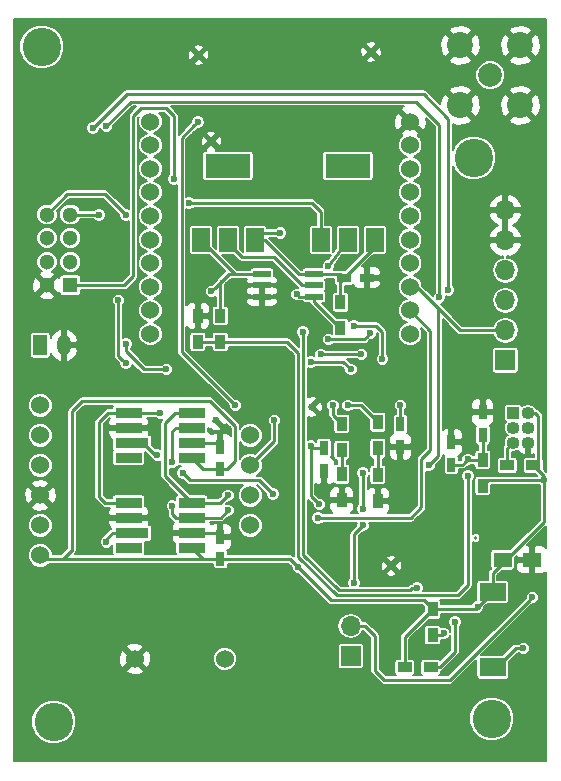
<source format=gbr>
G04 #@! TF.FileFunction,Copper,L1,Top,Signal*
%FSLAX46Y46*%
G04 Gerber Fmt 4.6, Leading zero omitted, Abs format (unit mm)*
G04 Created by KiCad (PCBNEW 4.0.6) date Thu Dec 28 14:10:06 2017*
%MOMM*%
%LPD*%
G01*
G04 APERTURE LIST*
%ADD10C,0.128000*%
%ADD11C,1.524000*%
%ADD12R,0.900000X1.200000*%
%ADD13R,1.100000X1.100000*%
%ADD14O,1.100000X1.100000*%
%ADD15R,1.700000X1.700000*%
%ADD16O,1.700000X1.700000*%
%ADD17R,0.750000X1.200000*%
%ADD18R,1.200000X0.750000*%
%ADD19R,2.200000X1.500000*%
%ADD20R,3.800000X2.000000*%
%ADD21R,1.500000X2.000000*%
%ADD22R,1.200000X0.900000*%
%ADD23R,1.500000X0.610000*%
%ADD24R,2.247900X0.899160*%
%ADD25R,2.799080X0.899160*%
%ADD26R,1.300000X1.300000*%
%ADD27C,1.300000*%
%ADD28C,2.200000*%
%ADD29C,2.000000*%
%ADD30C,0.600000*%
%ADD31R,1.200000X1.700000*%
%ADD32O,1.200000X1.700000*%
%ADD33R,1.500000X1.250000*%
%ADD34C,3.250000*%
%ADD35C,0.250000*%
%ADD36C,0.180000*%
G04 APERTURE END LIST*
D10*
D11*
X145161000Y-110363000D03*
X152781000Y-110363000D03*
D12*
X152400000Y-81323000D03*
X152400000Y-83523000D03*
X150495000Y-83523000D03*
X150495000Y-81323000D03*
D11*
X168478200Y-82864960D03*
X168478200Y-80863440D03*
X168478200Y-78864460D03*
X168478200Y-76862940D03*
X168478200Y-74863960D03*
X168478200Y-72864980D03*
X168478200Y-70863460D03*
X168478200Y-68864480D03*
X168478200Y-66862960D03*
X168478200Y-64863980D03*
X146481800Y-64863980D03*
X146481800Y-66862960D03*
X146481800Y-68864480D03*
X146481800Y-70863460D03*
X146481800Y-72864980D03*
X146481800Y-74863960D03*
X146481800Y-76862940D03*
X146481800Y-78864460D03*
X146481800Y-80863440D03*
X146481800Y-82864960D03*
D13*
X177165000Y-89535000D03*
D14*
X178435000Y-89535000D03*
X177165000Y-90805000D03*
X178435000Y-90805000D03*
X177165000Y-92075000D03*
X178435000Y-92075000D03*
D15*
X176530000Y-85090000D03*
D16*
X176530000Y-82550000D03*
X176530000Y-80010000D03*
X176530000Y-77470000D03*
X176530000Y-74930000D03*
X176530000Y-72390000D03*
D17*
X167640000Y-92390000D03*
X167640000Y-90490000D03*
X161163000Y-92522000D03*
X161163000Y-94422000D03*
X174625000Y-89474000D03*
X174625000Y-91374000D03*
X171958000Y-92014000D03*
X171958000Y-93914000D03*
D18*
X162880000Y-78105000D03*
X164780000Y-78105000D03*
D12*
X162687000Y-92667000D03*
X162687000Y-90467000D03*
X165735000Y-92540000D03*
X165735000Y-90340000D03*
X174625000Y-95715000D03*
X174625000Y-93515000D03*
D19*
X175450500Y-104686500D03*
X175450500Y-111086500D03*
D20*
X153035000Y-68605000D03*
D21*
X153035000Y-74905000D03*
X155335000Y-74905000D03*
X150735000Y-74905000D03*
D20*
X163195000Y-68605000D03*
D21*
X163195000Y-74905000D03*
X165495000Y-74905000D03*
X160895000Y-74905000D03*
D22*
X178900000Y-93980000D03*
X176700000Y-93980000D03*
D12*
X162687000Y-96942000D03*
X162687000Y-94742000D03*
X165735000Y-96985000D03*
X165735000Y-94785000D03*
D22*
X168000500Y-111061500D03*
X170200500Y-111061500D03*
D12*
X170370500Y-106151500D03*
X170370500Y-108351500D03*
X162560000Y-80180000D03*
X162560000Y-82380000D03*
D11*
X137160000Y-101600000D03*
X137160000Y-99060000D03*
X137160000Y-96520000D03*
X137160000Y-93980000D03*
X137160000Y-91440000D03*
X137160000Y-88900000D03*
X154940000Y-91440000D03*
X154940000Y-93980000D03*
X154940000Y-96520000D03*
X154940000Y-99060000D03*
D23*
X160315000Y-77790000D03*
X155915000Y-77790000D03*
X160315000Y-78740000D03*
X155915000Y-78740000D03*
X160315000Y-79690000D03*
X155915000Y-79690000D03*
D17*
X152400000Y-100015000D03*
X152400000Y-101915000D03*
X152400000Y-92395000D03*
X152400000Y-94295000D03*
D24*
X144645380Y-97160080D03*
X144645380Y-98412300D03*
D25*
X144922240Y-99707700D03*
D24*
X144645380Y-100959920D03*
X149994620Y-100959920D03*
X149994620Y-99707700D03*
X149994620Y-98412300D03*
X149994620Y-97160080D03*
X144645380Y-89540080D03*
X144645380Y-90792300D03*
D25*
X144922240Y-92087700D03*
D24*
X144645380Y-93339920D03*
X149994620Y-93339920D03*
X149994620Y-92087700D03*
X149994620Y-90792300D03*
X149994620Y-89540080D03*
D26*
X139700000Y-78740000D03*
D27*
X139700000Y-76740000D03*
X139700000Y-74740000D03*
X139700000Y-72740000D03*
X137700000Y-78740000D03*
X137700000Y-76740000D03*
X137700000Y-74740000D03*
X137700000Y-72740000D03*
D28*
X172720000Y-63500000D03*
X172720000Y-58420000D03*
X177800000Y-58420000D03*
X177800000Y-63500000D03*
D29*
X175260000Y-60960000D03*
D30*
X152019000Y-90170000D03*
X165163500Y-58991500D03*
X150558500Y-59245500D03*
D15*
X163449000Y-110109000D03*
D16*
X163449000Y-107569000D03*
D31*
X137160000Y-83820000D03*
D32*
X139160000Y-83820000D03*
D33*
X176296000Y-101981000D03*
X178796000Y-101981000D03*
D30*
X166878000Y-102489000D03*
X151638000Y-66548000D03*
X160147000Y-89027000D03*
D34*
X138303000Y-115697000D03*
X173863000Y-67945000D03*
X137287000Y-58547000D03*
X175387000Y-115443000D03*
D30*
X151638000Y-79247998D03*
X173355000Y-94869000D03*
X179832000Y-95250000D03*
X160782000Y-97282000D03*
X160039021Y-92329000D03*
X159004000Y-102616000D03*
X167640000Y-88900000D03*
X174180500Y-105981500D03*
X149733000Y-71755000D03*
X148463000Y-69723000D03*
X150495000Y-64897000D03*
X153670000Y-88900000D03*
X165099998Y-82804000D03*
X161543998Y-83312000D03*
X166116000Y-84963000D03*
X163703000Y-82169000D03*
X173355000Y-93472000D03*
X159385000Y-82677000D03*
X169037000Y-104374979D03*
X157480000Y-74295000D03*
X161925000Y-88900000D03*
X163195000Y-88900000D03*
X160655000Y-98425000D03*
X170053000Y-93980000D03*
X178054000Y-109474000D03*
X158877000Y-79502000D03*
X161544000Y-77089000D03*
X172275500Y-107251500D03*
X171323000Y-108204000D03*
X170942000Y-79756000D03*
X142748000Y-65278000D03*
X171704004Y-79121000D03*
X141605000Y-65405000D03*
X156972000Y-90170000D03*
X142748000Y-100457000D03*
X149225000Y-94615000D03*
X147066000Y-93091000D03*
X156845000Y-96393002D03*
X148336001Y-97408999D03*
X148336000Y-93726000D03*
X153035000Y-97790000D03*
X153035000Y-96520000D03*
X147320000Y-89535000D03*
X144399000Y-85314010D03*
X142113000Y-72771000D03*
X143764000Y-80010000D03*
X160909000Y-84582000D03*
X164338000Y-84582000D03*
X144399000Y-72771000D03*
X147828000Y-85852000D03*
X163449000Y-85852000D03*
X160039021Y-85217000D03*
X144399002Y-83693000D03*
X163703000Y-103944968D03*
X164465000Y-97663000D03*
X164465000Y-99060000D03*
X164465000Y-94615000D03*
X178816000Y-105156000D03*
D35*
X173990000Y-100160000D02*
X173990000Y-100076000D01*
X151937999Y-78947999D02*
X151638000Y-79247998D01*
X153096000Y-77790000D02*
X151937999Y-78947999D01*
X155915000Y-77790000D02*
X153096000Y-77790000D01*
X153096000Y-77790000D02*
X152400000Y-78486000D01*
X152400000Y-78486000D02*
X152400000Y-81323000D01*
X155915000Y-77790000D02*
X153620000Y-77790000D01*
X153620000Y-77790000D02*
X150735000Y-74905000D01*
X149994620Y-99707700D02*
X152092700Y-99707700D01*
X152092700Y-99707700D02*
X152400000Y-100015000D01*
X152400000Y-92395000D02*
X152092700Y-92087700D01*
X152092700Y-92087700D02*
X149994620Y-92087700D01*
X173355000Y-95293264D02*
X173355000Y-94869000D01*
X159004000Y-101720596D02*
X162263393Y-104979989D01*
X162263393Y-104979989D02*
X172515011Y-104979989D01*
X158072000Y-83523000D02*
X159004000Y-84455000D01*
X152400000Y-83523000D02*
X158072000Y-83523000D01*
X172515011Y-104979989D02*
X173355000Y-104140000D01*
X159004000Y-84455000D02*
X159004000Y-101720596D01*
X173355000Y-104140000D02*
X173355000Y-95293264D01*
X150495000Y-83523000D02*
X152400000Y-83523000D01*
X179832000Y-95250000D02*
X175090000Y-95250000D01*
X175090000Y-95250000D02*
X174625000Y-95715000D01*
X179832000Y-95250000D02*
X179832000Y-94912000D01*
X179832000Y-94912000D02*
X178900000Y-93980000D01*
X176405500Y-102171500D02*
X179832000Y-98745000D01*
X179832000Y-95674264D02*
X179832000Y-95250000D01*
X179832000Y-98745000D02*
X179832000Y-95674264D01*
X178435000Y-89535000D02*
X179070000Y-89535000D01*
X179070000Y-89535000D02*
X179324000Y-89789000D01*
X179324000Y-89789000D02*
X179324000Y-93556000D01*
X179324000Y-93556000D02*
X178900000Y-93980000D01*
X160039021Y-96539021D02*
X160482001Y-96982001D01*
X160482001Y-96982001D02*
X160782000Y-97282000D01*
X160039021Y-92329000D02*
X160039021Y-96539021D01*
X160232021Y-92522000D02*
X160039021Y-92329000D01*
X161163000Y-92522000D02*
X160232021Y-92522000D01*
X139827000Y-100584000D02*
X139827000Y-101219000D01*
X139827000Y-101153000D02*
X139065000Y-101915000D01*
X139827000Y-89408000D02*
X139827000Y-100584000D01*
X152400000Y-101915000D02*
X139065000Y-101915000D01*
X139065000Y-101915000D02*
X137475000Y-101915000D01*
X139827000Y-100584000D02*
X139827000Y-101153000D01*
X152400000Y-94295000D02*
X152974000Y-94295000D01*
X152974000Y-94295000D02*
X153670000Y-93599000D01*
X153670000Y-93599000D02*
X153670000Y-90678000D01*
X153670000Y-90678000D02*
X151511000Y-88519000D01*
X139827000Y-101219000D02*
X139446000Y-101600000D01*
X151511000Y-88519000D02*
X140716000Y-88519000D01*
X140716000Y-88519000D02*
X139827000Y-89408000D01*
X170370500Y-106151500D02*
X169629000Y-105410000D01*
X169629000Y-105410000D02*
X161798000Y-105410000D01*
X161798000Y-105410000D02*
X159004000Y-102616000D01*
X152400000Y-101915000D02*
X158303000Y-101915000D01*
X159303999Y-102915999D02*
X159004000Y-102616000D01*
X158303000Y-101915000D02*
X158704001Y-102316001D01*
X158704001Y-102316001D02*
X159004000Y-102616000D01*
X167640000Y-88900000D02*
X167640000Y-90490000D01*
X137475000Y-101915000D02*
X137160000Y-101600000D01*
X149994620Y-100959920D02*
X150949700Y-101915000D01*
X150949700Y-101915000D02*
X152400000Y-101915000D01*
X149994620Y-93339920D02*
X150949700Y-94295000D01*
X150949700Y-94295000D02*
X152400000Y-94295000D01*
X168000500Y-111061500D02*
X168000500Y-108521500D01*
X168000500Y-108521500D02*
X170370500Y-106151500D01*
X175450500Y-104686500D02*
X175450500Y-103126500D01*
X175450500Y-103126500D02*
X176405500Y-102171500D01*
X170370500Y-106151500D02*
X174010500Y-106151500D01*
X174010500Y-106151500D02*
X174180500Y-105981500D01*
X174180500Y-105981500D02*
X175450500Y-104711500D01*
X175450500Y-104711500D02*
X175450500Y-104686500D01*
X139700000Y-78740000D02*
X144272000Y-78740000D01*
X144272000Y-78740000D02*
X145034000Y-77978000D01*
X147828000Y-63754000D02*
X148463000Y-64389000D01*
X145034000Y-77978000D02*
X145034000Y-64389000D01*
X145034000Y-64389000D02*
X145669000Y-63754000D01*
X145669000Y-63754000D02*
X147828000Y-63754000D01*
X148463000Y-64389000D02*
X148463000Y-69298736D01*
X148463000Y-69298736D02*
X148463000Y-69723000D01*
X160895000Y-74905000D02*
X160895000Y-72503000D01*
X160147000Y-71755000D02*
X150157264Y-71755000D01*
X160895000Y-72503000D02*
X160147000Y-71755000D01*
X150157264Y-71755000D02*
X149733000Y-71755000D01*
X150195001Y-65196999D02*
X150495000Y-64897000D01*
X153670000Y-88900000D02*
X149127998Y-84357998D01*
X149127998Y-84357998D02*
X149127998Y-66264002D01*
X149127998Y-66264002D02*
X150195001Y-65196999D01*
X164799999Y-83103999D02*
X165099998Y-82804000D01*
X164591998Y-83312000D02*
X164799999Y-83103999D01*
X161543998Y-83312000D02*
X164591998Y-83312000D01*
X166116000Y-82677000D02*
X166116000Y-84963000D01*
X165608000Y-82169000D02*
X166116000Y-82677000D01*
X163703000Y-82169000D02*
X165608000Y-82169000D01*
X173398000Y-93515000D02*
X173355000Y-93472000D01*
X174625000Y-93515000D02*
X173398000Y-93515000D01*
X172913000Y-93914000D02*
X173055001Y-93771999D01*
X171958000Y-93914000D02*
X172913000Y-93914000D01*
X173055001Y-93771999D02*
X173355000Y-93472000D01*
X174625000Y-91374000D02*
X174625000Y-93515000D01*
X160315000Y-77790000D02*
X159070000Y-77790000D01*
X159070000Y-77790000D02*
X156185000Y-74905000D01*
X156185000Y-74905000D02*
X155335000Y-74905000D01*
X162441509Y-104549978D02*
X159434011Y-101542480D01*
X168437737Y-104549978D02*
X162441509Y-104549978D01*
X159385000Y-83101264D02*
X159385000Y-82677000D01*
X159434011Y-83150275D02*
X159385000Y-83101264D01*
X169037000Y-104374979D02*
X168612736Y-104374979D01*
X159434011Y-101542480D02*
X159434011Y-83150275D01*
X168612736Y-104374979D02*
X168437737Y-104549978D01*
X155335000Y-74905000D02*
X155945000Y-74295000D01*
X155945000Y-74295000D02*
X157480000Y-74295000D01*
X165495000Y-74905000D02*
X165495000Y-75490000D01*
X160315000Y-77790000D02*
X162565000Y-77790000D01*
X162560000Y-80180000D02*
X162560000Y-78425000D01*
X162560000Y-78425000D02*
X162880000Y-78105000D01*
X165495000Y-75490000D02*
X162880000Y-78105000D01*
X162565000Y-77790000D02*
X162880000Y-78105000D01*
X162687000Y-92667000D02*
X162687000Y-94742000D01*
X161925000Y-88900000D02*
X161925000Y-89705000D01*
X161925000Y-89705000D02*
X162687000Y-90467000D01*
X165735000Y-92540000D02*
X165735000Y-94785000D01*
X164295000Y-88900000D02*
X165735000Y-90340000D01*
X163195000Y-88900000D02*
X164295000Y-88900000D01*
X176700000Y-93980000D02*
X176700000Y-92540000D01*
X176700000Y-92540000D02*
X177165000Y-92075000D01*
X168478200Y-80863440D02*
X170180000Y-82565240D01*
X170180000Y-82565240D02*
X170180000Y-92703598D01*
X170180000Y-92703598D02*
X169418000Y-93465598D01*
X169418000Y-93465598D02*
X169418000Y-97536000D01*
X169418000Y-97536000D02*
X168529000Y-98425000D01*
X168529000Y-98425000D02*
X161079264Y-98425000D01*
X161079264Y-98425000D02*
X160655000Y-98425000D01*
X170352999Y-93680001D02*
X170053000Y-93980000D01*
X170815000Y-93218000D02*
X170352999Y-93680001D01*
X170815000Y-80645000D02*
X170815000Y-93218000D01*
X176530000Y-82550000D02*
X172720000Y-82550000D01*
X172720000Y-82550000D02*
X170815000Y-80645000D01*
X170815000Y-80645000D02*
X169034460Y-78864460D01*
X168478200Y-78864460D02*
X169034460Y-78864460D01*
X177629736Y-109474000D02*
X178054000Y-109474000D01*
X177413000Y-109474000D02*
X177629736Y-109474000D01*
X175800500Y-111086500D02*
X177413000Y-109474000D01*
X175450500Y-111086500D02*
X175800500Y-111086500D01*
X153035000Y-75155000D02*
X153035000Y-74905000D01*
X156902000Y-76327000D02*
X154207000Y-76327000D01*
X160315000Y-78740000D02*
X159315000Y-78740000D01*
X154207000Y-76327000D02*
X153035000Y-75155000D01*
X159315000Y-78740000D02*
X156902000Y-76327000D01*
X159065000Y-79690000D02*
X158877000Y-79502000D01*
X160315000Y-79690000D02*
X159065000Y-79690000D01*
X161544000Y-77089000D02*
X163195000Y-74905000D01*
X160315000Y-79690000D02*
X160315000Y-80135000D01*
X160315000Y-80135000D02*
X162560000Y-82380000D01*
X170200500Y-111061500D02*
X171005500Y-111061500D01*
X172275500Y-107251500D02*
X172275500Y-109791500D01*
X171005500Y-111061500D02*
X172275500Y-109791500D01*
X170370500Y-108351500D02*
X171175500Y-108351500D01*
X171175500Y-108351500D02*
X171323000Y-108204000D01*
X142748000Y-65278000D02*
X144843500Y-63182500D01*
X144843500Y-63182500D02*
X168973500Y-63182500D01*
X168973500Y-63182500D02*
X170942000Y-65151000D01*
X170942000Y-65151000D02*
X170942000Y-79121000D01*
X170942000Y-79121000D02*
X170942000Y-79756000D01*
X171704004Y-78696736D02*
X171704004Y-79121000D01*
X144462500Y-62547500D02*
X169608500Y-62547500D01*
X169608500Y-62547500D02*
X171704004Y-64643004D01*
X141605000Y-65405000D02*
X144462500Y-62547500D01*
X171704004Y-64643004D02*
X171704004Y-78696736D01*
X156972000Y-91948000D02*
X154940000Y-93980000D01*
X156972000Y-90170000D02*
X156972000Y-91948000D01*
X142748000Y-100232400D02*
X142748000Y-100457000D01*
X144922240Y-99707700D02*
X143272700Y-99707700D01*
X143272700Y-99707700D02*
X142748000Y-100232400D01*
X155701998Y-95250000D02*
X149860000Y-95250000D01*
X156845000Y-96393002D02*
X155701998Y-95250000D01*
X149524999Y-94914999D02*
X149225000Y-94615000D01*
X149860000Y-95250000D02*
X149524999Y-94914999D01*
X144922240Y-92087700D02*
X145872200Y-92087700D01*
X145872200Y-92087700D02*
X146875500Y-93091000D01*
X146875500Y-93091000D02*
X147066000Y-93091000D01*
X148336001Y-97833263D02*
X148336001Y-97408999D01*
X148336001Y-98127631D02*
X148336001Y-97833263D01*
X148620670Y-98412300D02*
X148336001Y-98127631D01*
X149994620Y-98412300D02*
X148620670Y-98412300D01*
X148336000Y-91076970D02*
X148336000Y-93301736D01*
X148336000Y-93301736D02*
X148336000Y-93726000D01*
X148620670Y-90792300D02*
X148336000Y-91076970D01*
X149994620Y-90792300D02*
X148620670Y-90792300D01*
X152412700Y-98412300D02*
X149994620Y-98412300D01*
X153035000Y-97790000D02*
X152412700Y-98412300D01*
X149994620Y-89540080D02*
X148584920Y-89540080D01*
X148584920Y-89540080D02*
X147701000Y-90424000D01*
X147701000Y-90424000D02*
X147701000Y-94866460D01*
X147701000Y-94866460D02*
X149994620Y-97160080D01*
X152394920Y-97160080D02*
X149994620Y-97160080D01*
X153035000Y-96520000D02*
X152394920Y-97160080D01*
X144645380Y-97160080D02*
X142626080Y-97160080D01*
X142626080Y-97160080D02*
X142113000Y-96647000D01*
X142869920Y-89540080D02*
X144645380Y-89540080D01*
X142113000Y-96647000D02*
X142113000Y-90297000D01*
X142113000Y-90297000D02*
X142869920Y-89540080D01*
X147314920Y-89540080D02*
X144645380Y-89540080D01*
X147320000Y-89535000D02*
X147314920Y-89540080D01*
X144099001Y-85014011D02*
X144399000Y-85314010D01*
X143764000Y-84679010D02*
X144099001Y-85014011D01*
X143764000Y-80010000D02*
X143764000Y-84679010D01*
X142082000Y-72740000D02*
X142113000Y-72771000D01*
X139700000Y-72740000D02*
X142082000Y-72740000D01*
X164338000Y-84582000D02*
X160909000Y-84582000D01*
X147828000Y-85852000D02*
X145923000Y-85852000D01*
X144099001Y-72471001D02*
X144399000Y-72771000D01*
X142621000Y-70993000D02*
X144099001Y-72471001D01*
X139447000Y-70993000D02*
X142621000Y-70993000D01*
X137700000Y-72740000D02*
X139447000Y-70993000D01*
X162814000Y-85217000D02*
X160463285Y-85217000D01*
X163449000Y-85852000D02*
X162814000Y-85217000D01*
X160463285Y-85217000D02*
X160039021Y-85217000D01*
X144399002Y-84328002D02*
X144399002Y-83693000D01*
X145923000Y-85852000D02*
X144399002Y-84328002D01*
X164465000Y-99060000D02*
X163703000Y-99822000D01*
X163703000Y-103520704D02*
X163703000Y-103944968D01*
X163703000Y-99822000D02*
X163703000Y-103520704D01*
X164465000Y-94615000D02*
X164465000Y-97663000D01*
X166243000Y-112141000D02*
X171831000Y-112141000D01*
X165481000Y-108398919D02*
X165481000Y-111379000D01*
X165481000Y-111379000D02*
X166243000Y-112141000D01*
X163449000Y-107569000D02*
X164651081Y-107569000D01*
X164651081Y-107569000D02*
X165481000Y-108398919D01*
X178516001Y-105455999D02*
X178816000Y-105156000D01*
X171831000Y-112141000D02*
X178516001Y-105455999D01*
D36*
G36*
X179995000Y-94516386D02*
X179775289Y-94296675D01*
X179775289Y-93530000D01*
X179756462Y-93429944D01*
X179719000Y-93371727D01*
X179719000Y-89789000D01*
X179688932Y-89637840D01*
X179603307Y-89509693D01*
X179349307Y-89255693D01*
X179221160Y-89170068D01*
X179098176Y-89145605D01*
X178994557Y-88990528D01*
X178744751Y-88823613D01*
X178450085Y-88765000D01*
X178419915Y-88765000D01*
X178125249Y-88823613D01*
X177925613Y-88957005D01*
X177921462Y-88934944D01*
X177862329Y-88843049D01*
X177772103Y-88781400D01*
X177665000Y-88759711D01*
X176665000Y-88759711D01*
X176564944Y-88778538D01*
X176473049Y-88837671D01*
X176411400Y-88927897D01*
X176389711Y-89035000D01*
X176389711Y-90035000D01*
X176408538Y-90135056D01*
X176467671Y-90226951D01*
X176557897Y-90288600D01*
X176583255Y-90293735D01*
X176438528Y-90510334D01*
X176379915Y-90805000D01*
X176438528Y-91099666D01*
X176605443Y-91349472D01*
X176740928Y-91440000D01*
X176605443Y-91530528D01*
X176438528Y-91780334D01*
X176379915Y-92075000D01*
X176417733Y-92265123D01*
X176335068Y-92388840D01*
X176305000Y-92540000D01*
X176305000Y-93254711D01*
X176100000Y-93254711D01*
X175999944Y-93273538D01*
X175908049Y-93332671D01*
X175846400Y-93422897D01*
X175824711Y-93530000D01*
X175824711Y-94430000D01*
X175843538Y-94530056D01*
X175902671Y-94621951D01*
X175992897Y-94683600D01*
X176100000Y-94705289D01*
X177300000Y-94705289D01*
X177400056Y-94686462D01*
X177491951Y-94627329D01*
X177553600Y-94537103D01*
X177575289Y-94430000D01*
X177575289Y-93530000D01*
X177556462Y-93429944D01*
X177497329Y-93338049D01*
X177407103Y-93276400D01*
X177300000Y-93254711D01*
X177095000Y-93254711D01*
X177095000Y-92834077D01*
X177149915Y-92845000D01*
X177180085Y-92845000D01*
X177474751Y-92786387D01*
X177572649Y-92720974D01*
X177727890Y-92915022D01*
X178103178Y-93121678D01*
X178271000Y-93011200D01*
X178271000Y-92239000D01*
X178251000Y-92239000D01*
X178251000Y-91911000D01*
X178271000Y-91911000D01*
X178271000Y-91891000D01*
X178599000Y-91891000D01*
X178599000Y-91911000D01*
X178619000Y-91911000D01*
X178619000Y-92239000D01*
X178599000Y-92239000D01*
X178599000Y-93011200D01*
X178766822Y-93121678D01*
X178929000Y-93032373D01*
X178929000Y-93254711D01*
X178300000Y-93254711D01*
X178199944Y-93273538D01*
X178108049Y-93332671D01*
X178046400Y-93422897D01*
X178024711Y-93530000D01*
X178024711Y-94430000D01*
X178043538Y-94530056D01*
X178102671Y-94621951D01*
X178192897Y-94683600D01*
X178300000Y-94705289D01*
X179066675Y-94705289D01*
X179216386Y-94855000D01*
X175150499Y-94855000D01*
X175075000Y-94839711D01*
X174175000Y-94839711D01*
X174074944Y-94858538D01*
X173983049Y-94917671D01*
X173921400Y-95007897D01*
X173899711Y-95115000D01*
X173899711Y-96315000D01*
X173918538Y-96415056D01*
X173977671Y-96506951D01*
X174067897Y-96568600D01*
X174175000Y-96590289D01*
X175075000Y-96590289D01*
X175175056Y-96571462D01*
X175266951Y-96512329D01*
X175328600Y-96422103D01*
X175350289Y-96315000D01*
X175350289Y-95645000D01*
X179420912Y-95645000D01*
X179437000Y-95661116D01*
X179437000Y-98581386D01*
X176937675Y-101080711D01*
X175546000Y-101080711D01*
X175445944Y-101099538D01*
X175354049Y-101158671D01*
X175292400Y-101248897D01*
X175270711Y-101356000D01*
X175270711Y-102606000D01*
X175289538Y-102706056D01*
X175298462Y-102719924D01*
X175171193Y-102847193D01*
X175085568Y-102975340D01*
X175055500Y-103126500D01*
X175055500Y-103661211D01*
X174350500Y-103661211D01*
X174250444Y-103680038D01*
X174158549Y-103739171D01*
X174096900Y-103829397D01*
X174075211Y-103936500D01*
X174075211Y-105411408D01*
X174067617Y-105411401D01*
X173858043Y-105497996D01*
X173697559Y-105658199D01*
X173656741Y-105756500D01*
X171095789Y-105756500D01*
X171095789Y-105551500D01*
X171076962Y-105451444D01*
X171027764Y-105374989D01*
X172515011Y-105374989D01*
X172666171Y-105344921D01*
X172794318Y-105259296D01*
X173634307Y-104419307D01*
X173719932Y-104291160D01*
X173750000Y-104140000D01*
X173750000Y-100465571D01*
X173838840Y-100524932D01*
X173990000Y-100555000D01*
X174141160Y-100524932D01*
X174269307Y-100439307D01*
X174354932Y-100311160D01*
X174385000Y-100160000D01*
X174385000Y-100076000D01*
X174354932Y-99924840D01*
X174269307Y-99796693D01*
X174141160Y-99711068D01*
X173990000Y-99681000D01*
X173838840Y-99711068D01*
X173750000Y-99770429D01*
X173750000Y-95280088D01*
X173837941Y-95192301D01*
X173924901Y-94982877D01*
X173925099Y-94756117D01*
X173838504Y-94546543D01*
X173678301Y-94386059D01*
X173468877Y-94299099D01*
X173242117Y-94298901D01*
X173032543Y-94385496D01*
X172872059Y-94545699D01*
X172785099Y-94755123D01*
X172784901Y-94981883D01*
X172871496Y-95191457D01*
X172960000Y-95280116D01*
X172960000Y-103976386D01*
X172351397Y-104584989D01*
X169566983Y-104584989D01*
X169606901Y-104488856D01*
X169607099Y-104262096D01*
X169520504Y-104052522D01*
X169360301Y-103892038D01*
X169150877Y-103805078D01*
X168924117Y-103804880D01*
X168714543Y-103891475D01*
X168625884Y-103979979D01*
X168612736Y-103979979D01*
X168461576Y-104010047D01*
X168333429Y-104095672D01*
X168274123Y-104154978D01*
X164232983Y-104154978D01*
X164272901Y-104058845D01*
X164273099Y-103832085D01*
X164186504Y-103622511D01*
X164098000Y-103533852D01*
X164098000Y-103126291D01*
X166452841Y-103126291D01*
X166468452Y-103307890D01*
X166813002Y-103402283D01*
X167167448Y-103357638D01*
X167287548Y-103307890D01*
X167303159Y-103126291D01*
X166878000Y-102701132D01*
X166452841Y-103126291D01*
X164098000Y-103126291D01*
X164098000Y-102424002D01*
X165964717Y-102424002D01*
X166009362Y-102778448D01*
X166059110Y-102898548D01*
X166240709Y-102914159D01*
X166665868Y-102489000D01*
X167090132Y-102489000D01*
X167515291Y-102914159D01*
X167696890Y-102898548D01*
X167791283Y-102553998D01*
X167746638Y-102199552D01*
X167696890Y-102079452D01*
X167515291Y-102063841D01*
X167090132Y-102489000D01*
X166665868Y-102489000D01*
X166240709Y-102063841D01*
X166059110Y-102079452D01*
X165964717Y-102424002D01*
X164098000Y-102424002D01*
X164098000Y-101851709D01*
X166452841Y-101851709D01*
X166878000Y-102276868D01*
X167303159Y-101851709D01*
X167287548Y-101670110D01*
X166942998Y-101575717D01*
X166588552Y-101620362D01*
X166468452Y-101670110D01*
X166452841Y-101851709D01*
X164098000Y-101851709D01*
X164098000Y-99985614D01*
X164453623Y-99629991D01*
X164577883Y-99630099D01*
X164787457Y-99543504D01*
X164947941Y-99383301D01*
X165034901Y-99173877D01*
X165035099Y-98947117D01*
X164982575Y-98820000D01*
X168529000Y-98820000D01*
X168680160Y-98789932D01*
X168808307Y-98704307D01*
X169697307Y-97815307D01*
X169782932Y-97687160D01*
X169813000Y-97536000D01*
X169813000Y-94497530D01*
X169939123Y-94549901D01*
X170165883Y-94550099D01*
X170375457Y-94463504D01*
X170535941Y-94303301D01*
X170622901Y-94093877D01*
X170623010Y-93968604D01*
X171094307Y-93497307D01*
X171179932Y-93369160D01*
X171210000Y-93218000D01*
X171210000Y-93086700D01*
X171244260Y-93120960D01*
X171356385Y-93167403D01*
X171329400Y-93206897D01*
X171307711Y-93314000D01*
X171307711Y-94514000D01*
X171326538Y-94614056D01*
X171385671Y-94705951D01*
X171475897Y-94767600D01*
X171583000Y-94789289D01*
X172333000Y-94789289D01*
X172433056Y-94770462D01*
X172524951Y-94711329D01*
X172586600Y-94621103D01*
X172608289Y-94514000D01*
X172608289Y-94309000D01*
X172913000Y-94309000D01*
X173064160Y-94278932D01*
X173192307Y-94193307D01*
X173343623Y-94041991D01*
X173467883Y-94042099D01*
X173677457Y-93955504D01*
X173723041Y-93910000D01*
X173899711Y-93910000D01*
X173899711Y-94115000D01*
X173918538Y-94215056D01*
X173977671Y-94306951D01*
X174067897Y-94368600D01*
X174175000Y-94390289D01*
X175075000Y-94390289D01*
X175175056Y-94371462D01*
X175266951Y-94312329D01*
X175328600Y-94222103D01*
X175350289Y-94115000D01*
X175350289Y-92915000D01*
X175331462Y-92814944D01*
X175272329Y-92723049D01*
X175182103Y-92661400D01*
X175075000Y-92639711D01*
X175020000Y-92639711D01*
X175020000Y-92245526D01*
X175100056Y-92230462D01*
X175191951Y-92171329D01*
X175253600Y-92081103D01*
X175275289Y-91974000D01*
X175275289Y-90774000D01*
X175256462Y-90673944D01*
X175226535Y-90627437D01*
X175338740Y-90580960D01*
X175506960Y-90412740D01*
X175598000Y-90192950D01*
X175598000Y-89787500D01*
X175448500Y-89638000D01*
X174789000Y-89638000D01*
X174789000Y-89658000D01*
X174461000Y-89658000D01*
X174461000Y-89638000D01*
X173801500Y-89638000D01*
X173652000Y-89787500D01*
X173652000Y-90192950D01*
X173743040Y-90412740D01*
X173911260Y-90580960D01*
X174023385Y-90627403D01*
X173996400Y-90666897D01*
X173974711Y-90774000D01*
X173974711Y-91974000D01*
X173993538Y-92074056D01*
X174052671Y-92165951D01*
X174142897Y-92227600D01*
X174230000Y-92245239D01*
X174230000Y-92639711D01*
X174175000Y-92639711D01*
X174074944Y-92658538D01*
X173983049Y-92717671D01*
X173921400Y-92807897D01*
X173899711Y-92915000D01*
X173899711Y-93120000D01*
X173809013Y-93120000D01*
X173678301Y-92989059D01*
X173468877Y-92902099D01*
X173242117Y-92901901D01*
X173032543Y-92988496D01*
X172872059Y-93148699D01*
X172785099Y-93358123D01*
X172784990Y-93483396D01*
X172749386Y-93519000D01*
X172608289Y-93519000D01*
X172608289Y-93314000D01*
X172589462Y-93213944D01*
X172559535Y-93167437D01*
X172671740Y-93120960D01*
X172839960Y-92952740D01*
X172931000Y-92732950D01*
X172931000Y-92327500D01*
X172781500Y-92178000D01*
X172122000Y-92178000D01*
X172122000Y-92198000D01*
X171794000Y-92198000D01*
X171794000Y-92178000D01*
X171774000Y-92178000D01*
X171774000Y-91850000D01*
X171794000Y-91850000D01*
X171794000Y-90965500D01*
X172122000Y-90965500D01*
X172122000Y-91850000D01*
X172781500Y-91850000D01*
X172931000Y-91700500D01*
X172931000Y-91295050D01*
X172839960Y-91075260D01*
X172671740Y-90907040D01*
X172451949Y-90816000D01*
X172271500Y-90816000D01*
X172122000Y-90965500D01*
X171794000Y-90965500D01*
X171644500Y-90816000D01*
X171464051Y-90816000D01*
X171244260Y-90907040D01*
X171210000Y-90941300D01*
X171210000Y-88755050D01*
X173652000Y-88755050D01*
X173652000Y-89160500D01*
X173801500Y-89310000D01*
X174461000Y-89310000D01*
X174461000Y-88425500D01*
X174789000Y-88425500D01*
X174789000Y-89310000D01*
X175448500Y-89310000D01*
X175598000Y-89160500D01*
X175598000Y-88755050D01*
X175506960Y-88535260D01*
X175338740Y-88367040D01*
X175118949Y-88276000D01*
X174938500Y-88276000D01*
X174789000Y-88425500D01*
X174461000Y-88425500D01*
X174311500Y-88276000D01*
X174131051Y-88276000D01*
X173911260Y-88367040D01*
X173743040Y-88535260D01*
X173652000Y-88755050D01*
X171210000Y-88755050D01*
X171210000Y-84240000D01*
X175404711Y-84240000D01*
X175404711Y-85940000D01*
X175423538Y-86040056D01*
X175482671Y-86131951D01*
X175572897Y-86193600D01*
X175680000Y-86215289D01*
X177380000Y-86215289D01*
X177480056Y-86196462D01*
X177571951Y-86137329D01*
X177633600Y-86047103D01*
X177655289Y-85940000D01*
X177655289Y-84240000D01*
X177636462Y-84139944D01*
X177577329Y-84048049D01*
X177487103Y-83986400D01*
X177380000Y-83964711D01*
X175680000Y-83964711D01*
X175579944Y-83983538D01*
X175488049Y-84042671D01*
X175426400Y-84132897D01*
X175404711Y-84240000D01*
X171210000Y-84240000D01*
X171210000Y-81598614D01*
X172440693Y-82829307D01*
X172568840Y-82914932D01*
X172720000Y-82945000D01*
X175466629Y-82945000D01*
X175473313Y-82978605D01*
X175716098Y-83341960D01*
X176079453Y-83584745D01*
X176508058Y-83670000D01*
X176551942Y-83670000D01*
X176980547Y-83584745D01*
X177343902Y-83341960D01*
X177586687Y-82978605D01*
X177671942Y-82550000D01*
X177586687Y-82121395D01*
X177343902Y-81758040D01*
X176980547Y-81515255D01*
X176551942Y-81430000D01*
X176508058Y-81430000D01*
X176079453Y-81515255D01*
X175716098Y-81758040D01*
X175473313Y-82121395D01*
X175466629Y-82155000D01*
X172883614Y-82155000D01*
X171054713Y-80326099D01*
X171054883Y-80326099D01*
X171264457Y-80239504D01*
X171424941Y-80079301D01*
X171453717Y-80010000D01*
X175388058Y-80010000D01*
X175473313Y-80438605D01*
X175716098Y-80801960D01*
X176079453Y-81044745D01*
X176508058Y-81130000D01*
X176551942Y-81130000D01*
X176980547Y-81044745D01*
X177343902Y-80801960D01*
X177586687Y-80438605D01*
X177671942Y-80010000D01*
X177586687Y-79581395D01*
X177343902Y-79218040D01*
X176980547Y-78975255D01*
X176551942Y-78890000D01*
X176508058Y-78890000D01*
X176079453Y-78975255D01*
X175716098Y-79218040D01*
X175473313Y-79581395D01*
X175388058Y-80010000D01*
X171453717Y-80010000D01*
X171511901Y-79869877D01*
X171512086Y-79658496D01*
X171590127Y-79690901D01*
X171816887Y-79691099D01*
X172026461Y-79604504D01*
X172186945Y-79444301D01*
X172273905Y-79234877D01*
X172274103Y-79008117D01*
X172187508Y-78798543D01*
X172099004Y-78709884D01*
X172099004Y-75317040D01*
X175134685Y-75317040D01*
X175269673Y-75642965D01*
X175638450Y-76071000D01*
X176142957Y-76325328D01*
X176365998Y-76219197D01*
X176365998Y-76378000D01*
X176367293Y-76378000D01*
X176079453Y-76435255D01*
X175716098Y-76678040D01*
X175473313Y-77041395D01*
X175388058Y-77470000D01*
X175473313Y-77898605D01*
X175716098Y-78261960D01*
X176079453Y-78504745D01*
X176508058Y-78590000D01*
X176551942Y-78590000D01*
X176980547Y-78504745D01*
X177343902Y-78261960D01*
X177586687Y-77898605D01*
X177671942Y-77470000D01*
X177586687Y-77041395D01*
X177343902Y-76678040D01*
X176980547Y-76435255D01*
X176692707Y-76378000D01*
X176694002Y-76378000D01*
X176694002Y-76219197D01*
X176917043Y-76325328D01*
X177421550Y-76071000D01*
X177790327Y-75642965D01*
X177925315Y-75317040D01*
X177818102Y-75094000D01*
X176694000Y-75094000D01*
X176694000Y-75114000D01*
X176366000Y-75114000D01*
X176366000Y-75094000D01*
X175241898Y-75094000D01*
X175134685Y-75317040D01*
X172099004Y-75317040D01*
X172099004Y-72777040D01*
X175134685Y-72777040D01*
X175269673Y-73102965D01*
X175638450Y-73531000D01*
X175894346Y-73660000D01*
X175638450Y-73789000D01*
X175269673Y-74217035D01*
X175134685Y-74542960D01*
X175241898Y-74766000D01*
X176366000Y-74766000D01*
X176366000Y-72554000D01*
X176694000Y-72554000D01*
X176694000Y-74766000D01*
X177818102Y-74766000D01*
X177925315Y-74542960D01*
X177790327Y-74217035D01*
X177421550Y-73789000D01*
X177165654Y-73660000D01*
X177421550Y-73531000D01*
X177790327Y-73102965D01*
X177925315Y-72777040D01*
X177818102Y-72554000D01*
X176694000Y-72554000D01*
X176366000Y-72554000D01*
X175241898Y-72554000D01*
X175134685Y-72777040D01*
X172099004Y-72777040D01*
X172099004Y-72002960D01*
X175134685Y-72002960D01*
X175241898Y-72226000D01*
X176366000Y-72226000D01*
X176366000Y-71100804D01*
X176694000Y-71100804D01*
X176694000Y-72226000D01*
X177818102Y-72226000D01*
X177925315Y-72002960D01*
X177790327Y-71677035D01*
X177421550Y-71249000D01*
X176917043Y-70994672D01*
X176694000Y-71100804D01*
X176366000Y-71100804D01*
X176142957Y-70994672D01*
X175638450Y-71249000D01*
X175269673Y-71677035D01*
X175134685Y-72002960D01*
X172099004Y-72002960D01*
X172099004Y-68638132D01*
X172255561Y-69017029D01*
X172788167Y-69550566D01*
X173484408Y-69839670D01*
X174238285Y-69840328D01*
X174935029Y-69552439D01*
X175468566Y-69019833D01*
X175757670Y-68323592D01*
X175758328Y-67569715D01*
X175470439Y-66872971D01*
X174937833Y-66339434D01*
X174241592Y-66050330D01*
X173487715Y-66049672D01*
X172790971Y-66337561D01*
X172257434Y-66870167D01*
X172099004Y-67251709D01*
X172099004Y-65081623D01*
X172477131Y-65214146D01*
X173151594Y-65176607D01*
X173600358Y-64990723D01*
X173716484Y-64728415D01*
X176803516Y-64728415D01*
X176919642Y-64990723D01*
X177557131Y-65214146D01*
X178231594Y-65176607D01*
X178680358Y-64990723D01*
X178796484Y-64728415D01*
X177800000Y-63731931D01*
X176803516Y-64728415D01*
X173716484Y-64728415D01*
X172720000Y-63731931D01*
X172705858Y-63746074D01*
X172473927Y-63514143D01*
X172488069Y-63500000D01*
X172951931Y-63500000D01*
X173948415Y-64496484D01*
X174210723Y-64380358D01*
X174434146Y-63742869D01*
X174407111Y-63257131D01*
X176085854Y-63257131D01*
X176123393Y-63931594D01*
X176309277Y-64380358D01*
X176571585Y-64496484D01*
X177568069Y-63500000D01*
X178031931Y-63500000D01*
X179028415Y-64496484D01*
X179290723Y-64380358D01*
X179514146Y-63742869D01*
X179476607Y-63068406D01*
X179290723Y-62619642D01*
X179028415Y-62503516D01*
X178031931Y-63500000D01*
X177568069Y-63500000D01*
X176571585Y-62503516D01*
X176309277Y-62619642D01*
X176085854Y-63257131D01*
X174407111Y-63257131D01*
X174396607Y-63068406D01*
X174210723Y-62619642D01*
X173948415Y-62503516D01*
X172951931Y-63500000D01*
X172488069Y-63500000D01*
X171491585Y-62503516D01*
X171229277Y-62619642D01*
X171005854Y-63257131D01*
X171013463Y-63393849D01*
X169891199Y-62271585D01*
X171723516Y-62271585D01*
X172720000Y-63268069D01*
X173716484Y-62271585D01*
X176803516Y-62271585D01*
X177800000Y-63268069D01*
X178796484Y-62271585D01*
X178680358Y-62009277D01*
X178042869Y-61785854D01*
X177368406Y-61823393D01*
X176919642Y-62009277D01*
X176803516Y-62271585D01*
X173716484Y-62271585D01*
X173600358Y-62009277D01*
X172962869Y-61785854D01*
X172288406Y-61823393D01*
X171839642Y-62009277D01*
X171723516Y-62271585D01*
X169891199Y-62271585D01*
X169887807Y-62268193D01*
X169759660Y-62182568D01*
X169608500Y-62152500D01*
X144462500Y-62152500D01*
X144311340Y-62182568D01*
X144183193Y-62268193D01*
X141616377Y-64835009D01*
X141492117Y-64834901D01*
X141282543Y-64921496D01*
X141122059Y-65081699D01*
X141035099Y-65291123D01*
X141034901Y-65517883D01*
X141121496Y-65727457D01*
X141281699Y-65887941D01*
X141491123Y-65974901D01*
X141717883Y-65975099D01*
X141927457Y-65888504D01*
X142087941Y-65728301D01*
X142174901Y-65518877D01*
X142175010Y-65393604D01*
X142177901Y-65390713D01*
X142177901Y-65390883D01*
X142264496Y-65600457D01*
X142424699Y-65760941D01*
X142634123Y-65847901D01*
X142860883Y-65848099D01*
X143070457Y-65761504D01*
X143230941Y-65601301D01*
X143317901Y-65391877D01*
X143318010Y-65266604D01*
X145007115Y-63577500D01*
X145286886Y-63577500D01*
X144754693Y-64109693D01*
X144669068Y-64237840D01*
X144639000Y-64389000D01*
X144639000Y-72253470D01*
X144512877Y-72201099D01*
X144387604Y-72200990D01*
X142900307Y-70713693D01*
X142772160Y-70628068D01*
X142621000Y-70598000D01*
X139447000Y-70598000D01*
X139295840Y-70628068D01*
X139167693Y-70713693D01*
X138009169Y-71872217D01*
X137883802Y-71820160D01*
X137517804Y-71819841D01*
X137179543Y-71959607D01*
X136920517Y-72218181D01*
X136780160Y-72556198D01*
X136779841Y-72922196D01*
X136919607Y-73260457D01*
X137178181Y-73519483D01*
X137516198Y-73659840D01*
X137882196Y-73660159D01*
X138220457Y-73520393D01*
X138479483Y-73261819D01*
X138619840Y-72923802D01*
X138619841Y-72922196D01*
X138779841Y-72922196D01*
X138919607Y-73260457D01*
X139178181Y-73519483D01*
X139516198Y-73659840D01*
X139882196Y-73660159D01*
X140220457Y-73520393D01*
X140479483Y-73261819D01*
X140532143Y-73135000D01*
X141670966Y-73135000D01*
X141789699Y-73253941D01*
X141999123Y-73340901D01*
X142225883Y-73341099D01*
X142435457Y-73254504D01*
X142595941Y-73094301D01*
X142682901Y-72884877D01*
X142683099Y-72658117D01*
X142596504Y-72448543D01*
X142436301Y-72288059D01*
X142226877Y-72201099D01*
X142000117Y-72200901D01*
X141790543Y-72287496D01*
X141732938Y-72345000D01*
X140532231Y-72345000D01*
X140480393Y-72219543D01*
X140221819Y-71960517D01*
X139883802Y-71820160D01*
X139517804Y-71819841D01*
X139179543Y-71959607D01*
X138920517Y-72218181D01*
X138780160Y-72556198D01*
X138779841Y-72922196D01*
X138619841Y-72922196D01*
X138620159Y-72557804D01*
X138567721Y-72430893D01*
X139610614Y-71388000D01*
X142457386Y-71388000D01*
X143829009Y-72759623D01*
X143828901Y-72883883D01*
X143915496Y-73093457D01*
X144075699Y-73253941D01*
X144285123Y-73340901D01*
X144511883Y-73341099D01*
X144639000Y-73288575D01*
X144639000Y-77814386D01*
X144108386Y-78345000D01*
X140625289Y-78345000D01*
X140625289Y-78090000D01*
X140606462Y-77989944D01*
X140547329Y-77898049D01*
X140457103Y-77836400D01*
X140350000Y-77814711D01*
X139050000Y-77814711D01*
X138949944Y-77833538D01*
X138858049Y-77892671D01*
X138796400Y-77982897D01*
X138774711Y-78090000D01*
X138774711Y-78119052D01*
X138601498Y-78070434D01*
X137931931Y-78740000D01*
X138601498Y-79409566D01*
X138774711Y-79360948D01*
X138774711Y-79390000D01*
X138793538Y-79490056D01*
X138852671Y-79581951D01*
X138942897Y-79643600D01*
X139050000Y-79665289D01*
X140350000Y-79665289D01*
X140450056Y-79646462D01*
X140541951Y-79587329D01*
X140603600Y-79497103D01*
X140625289Y-79390000D01*
X140625289Y-79135000D01*
X144272000Y-79135000D01*
X144423160Y-79104932D01*
X144551307Y-79019307D01*
X145313307Y-78257307D01*
X145350193Y-78202103D01*
X145398932Y-78129160D01*
X145429000Y-77978000D01*
X145429000Y-64552614D01*
X145539570Y-64442044D01*
X145449980Y-64657802D01*
X145449621Y-65068357D01*
X145606403Y-65447797D01*
X145896456Y-65738357D01*
X146198036Y-65863583D01*
X145897983Y-65987563D01*
X145607423Y-66277616D01*
X145449980Y-66656782D01*
X145449621Y-67067337D01*
X145606403Y-67446777D01*
X145896456Y-67737337D01*
X146201102Y-67863836D01*
X145897983Y-67989083D01*
X145607423Y-68279136D01*
X145449980Y-68658302D01*
X145449621Y-69068857D01*
X145606403Y-69448297D01*
X145896456Y-69738857D01*
X146198036Y-69864083D01*
X145897983Y-69988063D01*
X145607423Y-70278116D01*
X145449980Y-70657282D01*
X145449621Y-71067837D01*
X145606403Y-71447277D01*
X145896456Y-71737837D01*
X146201102Y-71864336D01*
X145897983Y-71989583D01*
X145607423Y-72279636D01*
X145449980Y-72658802D01*
X145449621Y-73069357D01*
X145606403Y-73448797D01*
X145896456Y-73739357D01*
X146198036Y-73864583D01*
X145897983Y-73988563D01*
X145607423Y-74278616D01*
X145449980Y-74657782D01*
X145449621Y-75068337D01*
X145606403Y-75447777D01*
X145896456Y-75738337D01*
X146198036Y-75863563D01*
X145897983Y-75987543D01*
X145607423Y-76277596D01*
X145449980Y-76656762D01*
X145449621Y-77067317D01*
X145606403Y-77446757D01*
X145896456Y-77737317D01*
X146201102Y-77863816D01*
X145897983Y-77989063D01*
X145607423Y-78279116D01*
X145449980Y-78658282D01*
X145449621Y-79068837D01*
X145606403Y-79448277D01*
X145896456Y-79738837D01*
X146198036Y-79864063D01*
X145897983Y-79988043D01*
X145607423Y-80278096D01*
X145449980Y-80657262D01*
X145449621Y-81067817D01*
X145606403Y-81447257D01*
X145896456Y-81737817D01*
X146201102Y-81864316D01*
X145897983Y-81989563D01*
X145607423Y-82279616D01*
X145449980Y-82658782D01*
X145449621Y-83069337D01*
X145606403Y-83448777D01*
X145896456Y-83739337D01*
X146275622Y-83896780D01*
X146686177Y-83897139D01*
X147065617Y-83740357D01*
X147356177Y-83450304D01*
X147513620Y-83071138D01*
X147513979Y-82660583D01*
X147357197Y-82281143D01*
X147067144Y-81990583D01*
X146762498Y-81864084D01*
X147065617Y-81738837D01*
X147356177Y-81448784D01*
X147513620Y-81069618D01*
X147513979Y-80659063D01*
X147357197Y-80279623D01*
X147067144Y-79989063D01*
X146765564Y-79863837D01*
X147065617Y-79739857D01*
X147356177Y-79449804D01*
X147513620Y-79070638D01*
X147513979Y-78660083D01*
X147357197Y-78280643D01*
X147067144Y-77990083D01*
X146762498Y-77863584D01*
X147065617Y-77738337D01*
X147356177Y-77448284D01*
X147513620Y-77069118D01*
X147513979Y-76658563D01*
X147357197Y-76279123D01*
X147067144Y-75988563D01*
X146765564Y-75863337D01*
X147065617Y-75739357D01*
X147356177Y-75449304D01*
X147513620Y-75070138D01*
X147513979Y-74659583D01*
X147357197Y-74280143D01*
X147067144Y-73989583D01*
X146765564Y-73864357D01*
X147065617Y-73740377D01*
X147356177Y-73450324D01*
X147513620Y-73071158D01*
X147513979Y-72660603D01*
X147357197Y-72281163D01*
X147067144Y-71990603D01*
X146762498Y-71864104D01*
X147065617Y-71738857D01*
X147356177Y-71448804D01*
X147513620Y-71069638D01*
X147513979Y-70659083D01*
X147357197Y-70279643D01*
X147067144Y-69989083D01*
X146765564Y-69863857D01*
X147065617Y-69739877D01*
X147356177Y-69449824D01*
X147513620Y-69070658D01*
X147513979Y-68660103D01*
X147357197Y-68280663D01*
X147067144Y-67990103D01*
X146762498Y-67863604D01*
X147065617Y-67738357D01*
X147356177Y-67448304D01*
X147513620Y-67069138D01*
X147513979Y-66658583D01*
X147357197Y-66279143D01*
X147067144Y-65988583D01*
X146765564Y-65863357D01*
X147065617Y-65739377D01*
X147356177Y-65449324D01*
X147513620Y-65070158D01*
X147513979Y-64659603D01*
X147357197Y-64280163D01*
X147226263Y-64149000D01*
X147664386Y-64149000D01*
X148068000Y-64552614D01*
X148068000Y-69311912D01*
X147980059Y-69399699D01*
X147893099Y-69609123D01*
X147892901Y-69835883D01*
X147979496Y-70045457D01*
X148139699Y-70205941D01*
X148349123Y-70292901D01*
X148575883Y-70293099D01*
X148732998Y-70228180D01*
X148732998Y-84357998D01*
X148763066Y-84509158D01*
X148848691Y-84637305D01*
X153100009Y-88888623D01*
X153099901Y-89012883D01*
X153186496Y-89222457D01*
X153346699Y-89382941D01*
X153556123Y-89469901D01*
X153782883Y-89470099D01*
X153992457Y-89383504D01*
X154152941Y-89223301D01*
X154239901Y-89013877D01*
X154240099Y-88787117D01*
X154153504Y-88577543D01*
X153993301Y-88417059D01*
X153783877Y-88330099D01*
X153658604Y-88329990D01*
X149522998Y-84194384D01*
X149522998Y-82225425D01*
X149538040Y-82261740D01*
X149706260Y-82429960D01*
X149926051Y-82521000D01*
X150181500Y-82521000D01*
X150331000Y-82371500D01*
X150331000Y-81487000D01*
X150659000Y-81487000D01*
X150659000Y-82371500D01*
X150808500Y-82521000D01*
X151063949Y-82521000D01*
X151283740Y-82429960D01*
X151451960Y-82261740D01*
X151543000Y-82041950D01*
X151543000Y-81636500D01*
X151393500Y-81487000D01*
X150659000Y-81487000D01*
X150331000Y-81487000D01*
X150311000Y-81487000D01*
X150311000Y-81159000D01*
X150331000Y-81159000D01*
X150331000Y-80274500D01*
X150659000Y-80274500D01*
X150659000Y-81159000D01*
X151393500Y-81159000D01*
X151543000Y-81009500D01*
X151543000Y-80604050D01*
X151451960Y-80384260D01*
X151283740Y-80216040D01*
X151063949Y-80125000D01*
X150808500Y-80125000D01*
X150659000Y-80274500D01*
X150331000Y-80274500D01*
X150181500Y-80125000D01*
X149926051Y-80125000D01*
X149706260Y-80216040D01*
X149538040Y-80384260D01*
X149522998Y-80420575D01*
X149522998Y-72284987D01*
X149619123Y-72324901D01*
X149845883Y-72325099D01*
X150055457Y-72238504D01*
X150144116Y-72150000D01*
X159983386Y-72150000D01*
X160500000Y-72666614D01*
X160500000Y-73629711D01*
X160145000Y-73629711D01*
X160044944Y-73648538D01*
X159953049Y-73707671D01*
X159891400Y-73797897D01*
X159869711Y-73905000D01*
X159869711Y-75905000D01*
X159888538Y-76005056D01*
X159947671Y-76096951D01*
X160037897Y-76158600D01*
X160145000Y-76180289D01*
X161645000Y-76180289D01*
X161745056Y-76161462D01*
X161754703Y-76155254D01*
X161479771Y-76518943D01*
X161431117Y-76518901D01*
X161221543Y-76605496D01*
X161061059Y-76765699D01*
X160974099Y-76975123D01*
X160973901Y-77201883D01*
X160977135Y-77209711D01*
X159565000Y-77209711D01*
X159464944Y-77228538D01*
X159373049Y-77287671D01*
X159311400Y-77377897D01*
X159307937Y-77395000D01*
X159233614Y-77395000D01*
X156528614Y-74690000D01*
X157068912Y-74690000D01*
X157156699Y-74777941D01*
X157366123Y-74864901D01*
X157592883Y-74865099D01*
X157802457Y-74778504D01*
X157962941Y-74618301D01*
X158049901Y-74408877D01*
X158050099Y-74182117D01*
X157963504Y-73972543D01*
X157803301Y-73812059D01*
X157593877Y-73725099D01*
X157367117Y-73724901D01*
X157157543Y-73811496D01*
X157068884Y-73900000D01*
X156359348Y-73900000D01*
X156341462Y-73804944D01*
X156282329Y-73713049D01*
X156192103Y-73651400D01*
X156085000Y-73629711D01*
X154585000Y-73629711D01*
X154484944Y-73648538D01*
X154393049Y-73707671D01*
X154331400Y-73797897D01*
X154309711Y-73905000D01*
X154309711Y-75871097D01*
X154060289Y-75621675D01*
X154060289Y-73905000D01*
X154041462Y-73804944D01*
X153982329Y-73713049D01*
X153892103Y-73651400D01*
X153785000Y-73629711D01*
X152285000Y-73629711D01*
X152184944Y-73648538D01*
X152093049Y-73707671D01*
X152031400Y-73797897D01*
X152009711Y-73905000D01*
X152009711Y-75621097D01*
X151760289Y-75371675D01*
X151760289Y-73905000D01*
X151741462Y-73804944D01*
X151682329Y-73713049D01*
X151592103Y-73651400D01*
X151485000Y-73629711D01*
X149985000Y-73629711D01*
X149884944Y-73648538D01*
X149793049Y-73707671D01*
X149731400Y-73797897D01*
X149709711Y-73905000D01*
X149709711Y-75905000D01*
X149728538Y-76005056D01*
X149787671Y-76096951D01*
X149877897Y-76158600D01*
X149985000Y-76180289D01*
X151451675Y-76180289D01*
X152799386Y-77528000D01*
X151658692Y-78668692D01*
X151649377Y-78678007D01*
X151525117Y-78677899D01*
X151315543Y-78764494D01*
X151155059Y-78924697D01*
X151068099Y-79134121D01*
X151067901Y-79360881D01*
X151154496Y-79570455D01*
X151314699Y-79730939D01*
X151524123Y-79817899D01*
X151750883Y-79818097D01*
X151960457Y-79731502D01*
X152005000Y-79687037D01*
X152005000Y-80447711D01*
X151950000Y-80447711D01*
X151849944Y-80466538D01*
X151758049Y-80525671D01*
X151696400Y-80615897D01*
X151674711Y-80723000D01*
X151674711Y-81923000D01*
X151693538Y-82023056D01*
X151752671Y-82114951D01*
X151842897Y-82176600D01*
X151950000Y-82198289D01*
X152850000Y-82198289D01*
X152950056Y-82179462D01*
X153041951Y-82120329D01*
X153103600Y-82030103D01*
X153125289Y-81923000D01*
X153125289Y-80723000D01*
X153106462Y-80622944D01*
X153047329Y-80531049D01*
X152957103Y-80469400D01*
X152850000Y-80447711D01*
X152795000Y-80447711D01*
X152795000Y-79992000D01*
X154567000Y-79992000D01*
X154567000Y-80113950D01*
X154658040Y-80333740D01*
X154826260Y-80501960D01*
X155046051Y-80593000D01*
X155601500Y-80593000D01*
X155751000Y-80443500D01*
X155751000Y-79842500D01*
X156079000Y-79842500D01*
X156079000Y-80443500D01*
X156228500Y-80593000D01*
X156783949Y-80593000D01*
X157003740Y-80501960D01*
X157171960Y-80333740D01*
X157263000Y-80113950D01*
X157263000Y-79992000D01*
X157113500Y-79842500D01*
X156079000Y-79842500D01*
X155751000Y-79842500D01*
X154716500Y-79842500D01*
X154567000Y-79992000D01*
X152795000Y-79992000D01*
X152795000Y-79042000D01*
X154567000Y-79042000D01*
X154567000Y-79163950D01*
X154588146Y-79215000D01*
X154567000Y-79266050D01*
X154567000Y-79388000D01*
X154716500Y-79537500D01*
X154811800Y-79537500D01*
X154826260Y-79551960D01*
X155046051Y-79643000D01*
X155601500Y-79643000D01*
X155707000Y-79537500D01*
X155751000Y-79537500D01*
X155751000Y-78892500D01*
X156079000Y-78892500D01*
X156079000Y-79537500D01*
X156123000Y-79537500D01*
X156228500Y-79643000D01*
X156783949Y-79643000D01*
X157003740Y-79551960D01*
X157018200Y-79537500D01*
X157113500Y-79537500D01*
X157263000Y-79388000D01*
X157263000Y-79266050D01*
X157241854Y-79215000D01*
X157263000Y-79163950D01*
X157263000Y-79042000D01*
X157113500Y-78892500D01*
X157018200Y-78892500D01*
X157003740Y-78878040D01*
X156783949Y-78787000D01*
X156228500Y-78787000D01*
X156123000Y-78892500D01*
X156079000Y-78892500D01*
X155751000Y-78892500D01*
X155707000Y-78892500D01*
X155601500Y-78787000D01*
X155046051Y-78787000D01*
X154826260Y-78878040D01*
X154811800Y-78892500D01*
X154716500Y-78892500D01*
X154567000Y-79042000D01*
X152795000Y-79042000D01*
X152795000Y-78649614D01*
X153175614Y-78269000D01*
X153259615Y-78185000D01*
X154621283Y-78185000D01*
X154567000Y-78316050D01*
X154567000Y-78438000D01*
X154716500Y-78587500D01*
X155751000Y-78587500D01*
X155751000Y-78556000D01*
X156079000Y-78556000D01*
X156079000Y-78587500D01*
X157113500Y-78587500D01*
X157263000Y-78438000D01*
X157263000Y-78316050D01*
X157171960Y-78096260D01*
X157003740Y-77928040D01*
X156940289Y-77901758D01*
X156940289Y-77485000D01*
X156921462Y-77384944D01*
X156862329Y-77293049D01*
X156772103Y-77231400D01*
X156665000Y-77209711D01*
X155165000Y-77209711D01*
X155064944Y-77228538D01*
X154973049Y-77287671D01*
X154911400Y-77377897D01*
X154907937Y-77395000D01*
X153783614Y-77395000D01*
X152568903Y-76180289D01*
X153501675Y-76180289D01*
X153927693Y-76606307D01*
X154055840Y-76691932D01*
X154207000Y-76722000D01*
X156738386Y-76722000D01*
X158948448Y-78932062D01*
X158764117Y-78931901D01*
X158554543Y-79018496D01*
X158394059Y-79178699D01*
X158307099Y-79388123D01*
X158306901Y-79614883D01*
X158393496Y-79824457D01*
X158553699Y-79984941D01*
X158763123Y-80071901D01*
X158989883Y-80072099D01*
X158993217Y-80070721D01*
X159065000Y-80085000D01*
X159306646Y-80085000D01*
X159308538Y-80095056D01*
X159367671Y-80186951D01*
X159457897Y-80248600D01*
X159565000Y-80270289D01*
X159946911Y-80270289D01*
X159950068Y-80286160D01*
X160035693Y-80414307D01*
X161834711Y-82213325D01*
X161834711Y-82815527D01*
X161657875Y-82742099D01*
X161431115Y-82741901D01*
X161221541Y-82828496D01*
X161061057Y-82988699D01*
X160974097Y-83198123D01*
X160973899Y-83424883D01*
X161060494Y-83634457D01*
X161220697Y-83794941D01*
X161430121Y-83881901D01*
X161656881Y-83882099D01*
X161866455Y-83795504D01*
X161955114Y-83707000D01*
X164591998Y-83707000D01*
X164743158Y-83676932D01*
X164871305Y-83591307D01*
X165088621Y-83373991D01*
X165212881Y-83374099D01*
X165422455Y-83287504D01*
X165582939Y-83127301D01*
X165669899Y-82917877D01*
X165670011Y-82789626D01*
X165721000Y-82840615D01*
X165721000Y-84551912D01*
X165633059Y-84639699D01*
X165546099Y-84849123D01*
X165545901Y-85075883D01*
X165632496Y-85285457D01*
X165792699Y-85445941D01*
X166002123Y-85532901D01*
X166228883Y-85533099D01*
X166438457Y-85446504D01*
X166598941Y-85286301D01*
X166685901Y-85076877D01*
X166686099Y-84850117D01*
X166599504Y-84640543D01*
X166511000Y-84551884D01*
X166511000Y-82677000D01*
X166480932Y-82525840D01*
X166450770Y-82480699D01*
X166395307Y-82397692D01*
X165887307Y-81889693D01*
X165759160Y-81804068D01*
X165608000Y-81774000D01*
X164114088Y-81774000D01*
X164026301Y-81686059D01*
X163816877Y-81599099D01*
X163590117Y-81598901D01*
X163380543Y-81685496D01*
X163285289Y-81780583D01*
X163285289Y-81780000D01*
X163266462Y-81679944D01*
X163207329Y-81588049D01*
X163117103Y-81526400D01*
X163010000Y-81504711D01*
X162243325Y-81504711D01*
X161008903Y-80270289D01*
X161065000Y-80270289D01*
X161165056Y-80251462D01*
X161256951Y-80192329D01*
X161318600Y-80102103D01*
X161340289Y-79995000D01*
X161340289Y-79385000D01*
X161321462Y-79284944D01*
X161276052Y-79214374D01*
X161318600Y-79152103D01*
X161340289Y-79045000D01*
X161340289Y-78435000D01*
X161321462Y-78334944D01*
X161276052Y-78264374D01*
X161318600Y-78202103D01*
X161322063Y-78185000D01*
X162004711Y-78185000D01*
X162004711Y-78480000D01*
X162023538Y-78580056D01*
X162082671Y-78671951D01*
X162165000Y-78728204D01*
X162165000Y-79304711D01*
X162110000Y-79304711D01*
X162009944Y-79323538D01*
X161918049Y-79382671D01*
X161856400Y-79472897D01*
X161834711Y-79580000D01*
X161834711Y-80780000D01*
X161853538Y-80880056D01*
X161912671Y-80971951D01*
X162002897Y-81033600D01*
X162110000Y-81055289D01*
X163010000Y-81055289D01*
X163110056Y-81036462D01*
X163201951Y-80977329D01*
X163263600Y-80887103D01*
X163285289Y-80780000D01*
X163285289Y-79580000D01*
X163266462Y-79479944D01*
X163207329Y-79388049D01*
X163117103Y-79326400D01*
X163010000Y-79304711D01*
X162955000Y-79304711D01*
X162955000Y-78755289D01*
X163480000Y-78755289D01*
X163580056Y-78736462D01*
X163626563Y-78706535D01*
X163673040Y-78818740D01*
X163841260Y-78986960D01*
X164061050Y-79078000D01*
X164466500Y-79078000D01*
X164616000Y-78928500D01*
X164616000Y-78269000D01*
X164944000Y-78269000D01*
X164944000Y-78928500D01*
X165093500Y-79078000D01*
X165498950Y-79078000D01*
X165718740Y-78986960D01*
X165886960Y-78818740D01*
X165978000Y-78598949D01*
X165978000Y-78418500D01*
X165828500Y-78269000D01*
X164944000Y-78269000D01*
X164616000Y-78269000D01*
X164596000Y-78269000D01*
X164596000Y-77941000D01*
X164616000Y-77941000D01*
X164616000Y-77281500D01*
X164944000Y-77281500D01*
X164944000Y-77941000D01*
X165828500Y-77941000D01*
X165978000Y-77791500D01*
X165978000Y-77611051D01*
X165886960Y-77391260D01*
X165718740Y-77223040D01*
X165498950Y-77132000D01*
X165093500Y-77132000D01*
X164944000Y-77281500D01*
X164616000Y-77281500D01*
X164466500Y-77132000D01*
X164411614Y-77132000D01*
X165363326Y-76180289D01*
X166245000Y-76180289D01*
X166345056Y-76161462D01*
X166436951Y-76102329D01*
X166498600Y-76012103D01*
X166520289Y-75905000D01*
X166520289Y-73905000D01*
X166501462Y-73804944D01*
X166442329Y-73713049D01*
X166352103Y-73651400D01*
X166245000Y-73629711D01*
X164745000Y-73629711D01*
X164644944Y-73648538D01*
X164553049Y-73707671D01*
X164491400Y-73797897D01*
X164469711Y-73905000D01*
X164469711Y-75905000D01*
X164477894Y-75948491D01*
X162971675Y-77454711D01*
X162760524Y-77454711D01*
X162716160Y-77425068D01*
X162565000Y-77395000D01*
X162034125Y-77395000D01*
X162113901Y-77202877D01*
X162114087Y-76989889D01*
X162726106Y-76180289D01*
X163945000Y-76180289D01*
X164045056Y-76161462D01*
X164136951Y-76102329D01*
X164198600Y-76012103D01*
X164220289Y-75905000D01*
X164220289Y-73905000D01*
X164201462Y-73804944D01*
X164142329Y-73713049D01*
X164052103Y-73651400D01*
X163945000Y-73629711D01*
X162445000Y-73629711D01*
X162344944Y-73648538D01*
X162253049Y-73707671D01*
X162191400Y-73797897D01*
X162169711Y-73905000D01*
X162169711Y-75606268D01*
X161911656Y-75947632D01*
X161920289Y-75905000D01*
X161920289Y-73905000D01*
X161901462Y-73804944D01*
X161842329Y-73713049D01*
X161752103Y-73651400D01*
X161645000Y-73629711D01*
X161290000Y-73629711D01*
X161290000Y-72503000D01*
X161259932Y-72351840D01*
X161174307Y-72223693D01*
X160426307Y-71475693D01*
X160298160Y-71390068D01*
X160147000Y-71360000D01*
X150144088Y-71360000D01*
X150056301Y-71272059D01*
X149846877Y-71185099D01*
X149620117Y-71184901D01*
X149522998Y-71225030D01*
X149522998Y-67605000D01*
X150859711Y-67605000D01*
X150859711Y-69605000D01*
X150878538Y-69705056D01*
X150937671Y-69796951D01*
X151027897Y-69858600D01*
X151135000Y-69880289D01*
X154935000Y-69880289D01*
X155035056Y-69861462D01*
X155126951Y-69802329D01*
X155188600Y-69712103D01*
X155210289Y-69605000D01*
X155210289Y-67605000D01*
X161019711Y-67605000D01*
X161019711Y-69605000D01*
X161038538Y-69705056D01*
X161097671Y-69796951D01*
X161187897Y-69858600D01*
X161295000Y-69880289D01*
X165095000Y-69880289D01*
X165195056Y-69861462D01*
X165286951Y-69802329D01*
X165348600Y-69712103D01*
X165370289Y-69605000D01*
X165370289Y-67605000D01*
X165351462Y-67504944D01*
X165292329Y-67413049D01*
X165202103Y-67351400D01*
X165095000Y-67329711D01*
X161295000Y-67329711D01*
X161194944Y-67348538D01*
X161103049Y-67407671D01*
X161041400Y-67497897D01*
X161019711Y-67605000D01*
X155210289Y-67605000D01*
X155191462Y-67504944D01*
X155132329Y-67413049D01*
X155042103Y-67351400D01*
X154935000Y-67329711D01*
X152050744Y-67329711D01*
X152063159Y-67185291D01*
X151638000Y-66760132D01*
X151212841Y-67185291D01*
X151225256Y-67329711D01*
X151135000Y-67329711D01*
X151034944Y-67348538D01*
X150943049Y-67407671D01*
X150881400Y-67497897D01*
X150859711Y-67605000D01*
X149522998Y-67605000D01*
X149522998Y-66483002D01*
X150724717Y-66483002D01*
X150769362Y-66837448D01*
X150819110Y-66957548D01*
X151000709Y-66973159D01*
X151425868Y-66548000D01*
X151850132Y-66548000D01*
X152275291Y-66973159D01*
X152456890Y-66957548D01*
X152551283Y-66612998D01*
X152506638Y-66258552D01*
X152456890Y-66138452D01*
X152275291Y-66122841D01*
X151850132Y-66548000D01*
X151425868Y-66548000D01*
X151000709Y-66122841D01*
X150819110Y-66138452D01*
X150724717Y-66483002D01*
X149522998Y-66483002D01*
X149522998Y-66427616D01*
X150039905Y-65910709D01*
X151212841Y-65910709D01*
X151638000Y-66335868D01*
X152063159Y-65910709D01*
X152047548Y-65729110D01*
X151702998Y-65634717D01*
X151348552Y-65679362D01*
X151228452Y-65729110D01*
X151212841Y-65910709D01*
X150039905Y-65910709D01*
X150483623Y-65466991D01*
X150607883Y-65467099D01*
X150817457Y-65380504D01*
X150977941Y-65220301D01*
X151064901Y-65010877D01*
X151065099Y-64784117D01*
X151031175Y-64702014D01*
X167101047Y-64702014D01*
X167143895Y-65241357D01*
X167267858Y-65540630D01*
X167495162Y-65615087D01*
X168246269Y-64863980D01*
X167495162Y-64112873D01*
X167267858Y-64187330D01*
X167101047Y-64702014D01*
X151031175Y-64702014D01*
X150978504Y-64574543D01*
X150818301Y-64414059D01*
X150608877Y-64327099D01*
X150382117Y-64326901D01*
X150172543Y-64413496D01*
X150012059Y-64573699D01*
X149925099Y-64783123D01*
X149924990Y-64908396D01*
X148858000Y-65975386D01*
X148858000Y-64389000D01*
X148827932Y-64237840D01*
X148742307Y-64109693D01*
X148210114Y-63577500D01*
X167985363Y-63577500D01*
X167801550Y-63653638D01*
X167727093Y-63880942D01*
X168478200Y-64632049D01*
X168492343Y-64617907D01*
X168724274Y-64849838D01*
X168710131Y-64863980D01*
X169461238Y-65615087D01*
X169688542Y-65540630D01*
X169855353Y-65025946D01*
X169820576Y-64588190D01*
X170547000Y-65314614D01*
X170547000Y-79344912D01*
X170459059Y-79432699D01*
X170372099Y-79642123D01*
X170372098Y-79643484D01*
X169510273Y-78781659D01*
X169510379Y-78660083D01*
X169353597Y-78280643D01*
X169063544Y-77990083D01*
X168758898Y-77863584D01*
X169062017Y-77738337D01*
X169352577Y-77448284D01*
X169510020Y-77069118D01*
X169510379Y-76658563D01*
X169353597Y-76279123D01*
X169063544Y-75988563D01*
X168761964Y-75863337D01*
X169062017Y-75739357D01*
X169352577Y-75449304D01*
X169510020Y-75070138D01*
X169510379Y-74659583D01*
X169353597Y-74280143D01*
X169063544Y-73989583D01*
X168761964Y-73864357D01*
X169062017Y-73740377D01*
X169352577Y-73450324D01*
X169510020Y-73071158D01*
X169510379Y-72660603D01*
X169353597Y-72281163D01*
X169063544Y-71990603D01*
X168758898Y-71864104D01*
X169062017Y-71738857D01*
X169352577Y-71448804D01*
X169510020Y-71069638D01*
X169510379Y-70659083D01*
X169353597Y-70279643D01*
X169063544Y-69989083D01*
X168761964Y-69863857D01*
X169062017Y-69739877D01*
X169352577Y-69449824D01*
X169510020Y-69070658D01*
X169510379Y-68660103D01*
X169353597Y-68280663D01*
X169063544Y-67990103D01*
X168758898Y-67863604D01*
X169062017Y-67738357D01*
X169352577Y-67448304D01*
X169510020Y-67069138D01*
X169510379Y-66658583D01*
X169353597Y-66279143D01*
X169150806Y-66075997D01*
X169154850Y-66074322D01*
X169229307Y-65847018D01*
X168478200Y-65095911D01*
X167727093Y-65847018D01*
X167801550Y-66074322D01*
X167806021Y-66075771D01*
X167603823Y-66277616D01*
X167446380Y-66656782D01*
X167446021Y-67067337D01*
X167602803Y-67446777D01*
X167892856Y-67737337D01*
X168197502Y-67863836D01*
X167894383Y-67989083D01*
X167603823Y-68279136D01*
X167446380Y-68658302D01*
X167446021Y-69068857D01*
X167602803Y-69448297D01*
X167892856Y-69738857D01*
X168194436Y-69864083D01*
X167894383Y-69988063D01*
X167603823Y-70278116D01*
X167446380Y-70657282D01*
X167446021Y-71067837D01*
X167602803Y-71447277D01*
X167892856Y-71737837D01*
X168197502Y-71864336D01*
X167894383Y-71989583D01*
X167603823Y-72279636D01*
X167446380Y-72658802D01*
X167446021Y-73069357D01*
X167602803Y-73448797D01*
X167892856Y-73739357D01*
X168194436Y-73864583D01*
X167894383Y-73988563D01*
X167603823Y-74278616D01*
X167446380Y-74657782D01*
X167446021Y-75068337D01*
X167602803Y-75447777D01*
X167892856Y-75738337D01*
X168194436Y-75863563D01*
X167894383Y-75987543D01*
X167603823Y-76277596D01*
X167446380Y-76656762D01*
X167446021Y-77067317D01*
X167602803Y-77446757D01*
X167892856Y-77737317D01*
X168197502Y-77863816D01*
X167894383Y-77989063D01*
X167603823Y-78279116D01*
X167446380Y-78658282D01*
X167446021Y-79068837D01*
X167602803Y-79448277D01*
X167892856Y-79738837D01*
X168194436Y-79864063D01*
X167894383Y-79988043D01*
X167603823Y-80278096D01*
X167446380Y-80657262D01*
X167446021Y-81067817D01*
X167602803Y-81447257D01*
X167892856Y-81737817D01*
X168197502Y-81864316D01*
X167894383Y-81989563D01*
X167603823Y-82279616D01*
X167446380Y-82658782D01*
X167446021Y-83069337D01*
X167602803Y-83448777D01*
X167892856Y-83739337D01*
X168272022Y-83896780D01*
X168682577Y-83897139D01*
X169062017Y-83740357D01*
X169352577Y-83450304D01*
X169510020Y-83071138D01*
X169510379Y-82660583D01*
X169365080Y-82308934D01*
X169785000Y-82728854D01*
X169785000Y-92539984D01*
X169138693Y-93186291D01*
X169053068Y-93314438D01*
X169023000Y-93465598D01*
X169023000Y-97372386D01*
X168365386Y-98030000D01*
X166585700Y-98030000D01*
X166691960Y-97923740D01*
X166783000Y-97703950D01*
X166783000Y-97298500D01*
X166633500Y-97149000D01*
X165899000Y-97149000D01*
X165899000Y-97169000D01*
X165571000Y-97169000D01*
X165571000Y-97149000D01*
X165551000Y-97149000D01*
X165551000Y-96821000D01*
X165571000Y-96821000D01*
X165571000Y-95936500D01*
X165899000Y-95936500D01*
X165899000Y-96821000D01*
X166633500Y-96821000D01*
X166783000Y-96671500D01*
X166783000Y-96266050D01*
X166691960Y-96046260D01*
X166523740Y-95878040D01*
X166303949Y-95787000D01*
X166048500Y-95787000D01*
X165899000Y-95936500D01*
X165571000Y-95936500D01*
X165421500Y-95787000D01*
X165166051Y-95787000D01*
X164946260Y-95878040D01*
X164860000Y-95964300D01*
X164860000Y-95026088D01*
X164947941Y-94938301D01*
X165009711Y-94789542D01*
X165009711Y-95385000D01*
X165028538Y-95485056D01*
X165087671Y-95576951D01*
X165177897Y-95638600D01*
X165285000Y-95660289D01*
X166185000Y-95660289D01*
X166285056Y-95641462D01*
X166376951Y-95582329D01*
X166438600Y-95492103D01*
X166460289Y-95385000D01*
X166460289Y-94185000D01*
X166441462Y-94084944D01*
X166382329Y-93993049D01*
X166292103Y-93931400D01*
X166185000Y-93909711D01*
X166130000Y-93909711D01*
X166130000Y-93415289D01*
X166185000Y-93415289D01*
X166285056Y-93396462D01*
X166376951Y-93337329D01*
X166438600Y-93247103D01*
X166460289Y-93140000D01*
X166460289Y-92703500D01*
X166667000Y-92703500D01*
X166667000Y-93108950D01*
X166758040Y-93328740D01*
X166926260Y-93496960D01*
X167146051Y-93588000D01*
X167326500Y-93588000D01*
X167476000Y-93438500D01*
X167476000Y-92554000D01*
X167804000Y-92554000D01*
X167804000Y-93438500D01*
X167953500Y-93588000D01*
X168133949Y-93588000D01*
X168353740Y-93496960D01*
X168521960Y-93328740D01*
X168613000Y-93108950D01*
X168613000Y-92703500D01*
X168463500Y-92554000D01*
X167804000Y-92554000D01*
X167476000Y-92554000D01*
X166816500Y-92554000D01*
X166667000Y-92703500D01*
X166460289Y-92703500D01*
X166460289Y-91940000D01*
X166441462Y-91839944D01*
X166382329Y-91748049D01*
X166292103Y-91686400D01*
X166216303Y-91671050D01*
X166667000Y-91671050D01*
X166667000Y-92076500D01*
X166816500Y-92226000D01*
X167476000Y-92226000D01*
X167476000Y-92206000D01*
X167804000Y-92206000D01*
X167804000Y-92226000D01*
X168463500Y-92226000D01*
X168613000Y-92076500D01*
X168613000Y-91671050D01*
X168521960Y-91451260D01*
X168353740Y-91283040D01*
X168241615Y-91236597D01*
X168268600Y-91197103D01*
X168290289Y-91090000D01*
X168290289Y-89890000D01*
X168271462Y-89789944D01*
X168212329Y-89698049D01*
X168122103Y-89636400D01*
X168035000Y-89618761D01*
X168035000Y-89311088D01*
X168122941Y-89223301D01*
X168209901Y-89013877D01*
X168210099Y-88787117D01*
X168123504Y-88577543D01*
X167963301Y-88417059D01*
X167753877Y-88330099D01*
X167527117Y-88329901D01*
X167317543Y-88416496D01*
X167157059Y-88576699D01*
X167070099Y-88786123D01*
X167069901Y-89012883D01*
X167156496Y-89222457D01*
X167245000Y-89311116D01*
X167245000Y-89618474D01*
X167164944Y-89633538D01*
X167073049Y-89692671D01*
X167011400Y-89782897D01*
X166989711Y-89890000D01*
X166989711Y-91090000D01*
X167008538Y-91190056D01*
X167038465Y-91236563D01*
X166926260Y-91283040D01*
X166758040Y-91451260D01*
X166667000Y-91671050D01*
X166216303Y-91671050D01*
X166185000Y-91664711D01*
X165285000Y-91664711D01*
X165184944Y-91683538D01*
X165093049Y-91742671D01*
X165031400Y-91832897D01*
X165009711Y-91940000D01*
X165009711Y-93140000D01*
X165028538Y-93240056D01*
X165087671Y-93331951D01*
X165177897Y-93393600D01*
X165285000Y-93415289D01*
X165340000Y-93415289D01*
X165340000Y-93909711D01*
X165285000Y-93909711D01*
X165184944Y-93928538D01*
X165093049Y-93987671D01*
X165031400Y-94077897D01*
X165009711Y-94185000D01*
X165009711Y-94440674D01*
X164948504Y-94292543D01*
X164788301Y-94132059D01*
X164578877Y-94045099D01*
X164352117Y-94044901D01*
X164142543Y-94131496D01*
X163982059Y-94291699D01*
X163895099Y-94501123D01*
X163894901Y-94727883D01*
X163981496Y-94937457D01*
X164070000Y-95026116D01*
X164070000Y-97251912D01*
X163982059Y-97339699D01*
X163895099Y-97549123D01*
X163894901Y-97775883D01*
X163981496Y-97985457D01*
X164025961Y-98030000D01*
X163494700Y-98030000D01*
X163643960Y-97880740D01*
X163735000Y-97660950D01*
X163735000Y-97255500D01*
X163585500Y-97106000D01*
X162851000Y-97106000D01*
X162851000Y-97126000D01*
X162523000Y-97126000D01*
X162523000Y-97106000D01*
X161788500Y-97106000D01*
X161639000Y-97255500D01*
X161639000Y-97660950D01*
X161730040Y-97880740D01*
X161879300Y-98030000D01*
X161066088Y-98030000D01*
X160978301Y-97942059D01*
X160768877Y-97855099D01*
X160542117Y-97854901D01*
X160332543Y-97941496D01*
X160172059Y-98101699D01*
X160085099Y-98311123D01*
X160084901Y-98537883D01*
X160171496Y-98747457D01*
X160331699Y-98907941D01*
X160541123Y-98994901D01*
X160767883Y-98995099D01*
X160977457Y-98908504D01*
X161066116Y-98820000D01*
X163947470Y-98820000D01*
X163895099Y-98946123D01*
X163894990Y-99071396D01*
X163423693Y-99542693D01*
X163338068Y-99670840D01*
X163308000Y-99822000D01*
X163308000Y-103533880D01*
X163220059Y-103621667D01*
X163133099Y-103831091D01*
X163132901Y-104057851D01*
X163173033Y-104154978D01*
X162605124Y-104154978D01*
X159829011Y-101378866D01*
X159829011Y-96887625D01*
X160212009Y-97270623D01*
X160211901Y-97394883D01*
X160298496Y-97604457D01*
X160458699Y-97764941D01*
X160668123Y-97851901D01*
X160894883Y-97852099D01*
X161104457Y-97765504D01*
X161264941Y-97605301D01*
X161351901Y-97395877D01*
X161352099Y-97169117D01*
X161265504Y-96959543D01*
X161105301Y-96799059D01*
X160895877Y-96712099D01*
X160770604Y-96711990D01*
X160434021Y-96375407D01*
X160434021Y-96223050D01*
X161639000Y-96223050D01*
X161639000Y-96628500D01*
X161788500Y-96778000D01*
X162523000Y-96778000D01*
X162523000Y-95893500D01*
X162851000Y-95893500D01*
X162851000Y-96778000D01*
X163585500Y-96778000D01*
X163735000Y-96628500D01*
X163735000Y-96223050D01*
X163643960Y-96003260D01*
X163475740Y-95835040D01*
X163255949Y-95744000D01*
X163000500Y-95744000D01*
X162851000Y-95893500D01*
X162523000Y-95893500D01*
X162373500Y-95744000D01*
X162118051Y-95744000D01*
X161898260Y-95835040D01*
X161730040Y-96003260D01*
X161639000Y-96223050D01*
X160434021Y-96223050D01*
X160434021Y-95513721D01*
X160449260Y-95528960D01*
X160669051Y-95620000D01*
X160849500Y-95620000D01*
X160999000Y-95470500D01*
X160999000Y-94586000D01*
X160979000Y-94586000D01*
X160979000Y-94258000D01*
X160999000Y-94258000D01*
X160999000Y-94238000D01*
X161327000Y-94238000D01*
X161327000Y-94258000D01*
X161347000Y-94258000D01*
X161347000Y-94586000D01*
X161327000Y-94586000D01*
X161327000Y-95470500D01*
X161476500Y-95620000D01*
X161656949Y-95620000D01*
X161876740Y-95528960D01*
X161977863Y-95427837D01*
X161980538Y-95442056D01*
X162039671Y-95533951D01*
X162129897Y-95595600D01*
X162237000Y-95617289D01*
X163137000Y-95617289D01*
X163237056Y-95598462D01*
X163328951Y-95539329D01*
X163390600Y-95449103D01*
X163412289Y-95342000D01*
X163412289Y-94142000D01*
X163393462Y-94041944D01*
X163334329Y-93950049D01*
X163244103Y-93888400D01*
X163137000Y-93866711D01*
X163082000Y-93866711D01*
X163082000Y-93542289D01*
X163137000Y-93542289D01*
X163237056Y-93523462D01*
X163328951Y-93464329D01*
X163390600Y-93374103D01*
X163412289Y-93267000D01*
X163412289Y-92067000D01*
X163393462Y-91966944D01*
X163334329Y-91875049D01*
X163244103Y-91813400D01*
X163137000Y-91791711D01*
X162237000Y-91791711D01*
X162136944Y-91810538D01*
X162045049Y-91869671D01*
X161983400Y-91959897D01*
X161961711Y-92067000D01*
X161961711Y-93267000D01*
X161980538Y-93367056D01*
X162039671Y-93458951D01*
X162129897Y-93520600D01*
X162237000Y-93542289D01*
X162292000Y-93542289D01*
X162292000Y-93866711D01*
X162237000Y-93866711D01*
X162136944Y-93885538D01*
X162136000Y-93886145D01*
X162136000Y-93703050D01*
X162044960Y-93483260D01*
X161876740Y-93315040D01*
X161764615Y-93268597D01*
X161791600Y-93229103D01*
X161813289Y-93122000D01*
X161813289Y-91922000D01*
X161794462Y-91821944D01*
X161735329Y-91730049D01*
X161645103Y-91668400D01*
X161538000Y-91646711D01*
X160788000Y-91646711D01*
X160687944Y-91665538D01*
X160596049Y-91724671D01*
X160534400Y-91814897D01*
X160512711Y-91922000D01*
X160512711Y-91996712D01*
X160362322Y-91846059D01*
X160152898Y-91759099D01*
X159926138Y-91758901D01*
X159829011Y-91799033D01*
X159829011Y-89870974D01*
X160082002Y-89940283D01*
X160436448Y-89895638D01*
X160556548Y-89845890D01*
X160572159Y-89664291D01*
X160147000Y-89239132D01*
X160122958Y-89263174D01*
X159910826Y-89051042D01*
X159934868Y-89027000D01*
X160359132Y-89027000D01*
X160784291Y-89452159D01*
X160965890Y-89436548D01*
X161060283Y-89091998D01*
X161050318Y-89012883D01*
X161354901Y-89012883D01*
X161441496Y-89222457D01*
X161530000Y-89311116D01*
X161530000Y-89705000D01*
X161560068Y-89856160D01*
X161645693Y-89984307D01*
X161961711Y-90300325D01*
X161961711Y-91067000D01*
X161980538Y-91167056D01*
X162039671Y-91258951D01*
X162129897Y-91320600D01*
X162237000Y-91342289D01*
X163137000Y-91342289D01*
X163237056Y-91323462D01*
X163328951Y-91264329D01*
X163390600Y-91174103D01*
X163412289Y-91067000D01*
X163412289Y-89867000D01*
X163393462Y-89766944D01*
X163334329Y-89675049D01*
X163244103Y-89613400D01*
X163137000Y-89591711D01*
X162370325Y-89591711D01*
X162320000Y-89541386D01*
X162320000Y-89311088D01*
X162407941Y-89223301D01*
X162494901Y-89013877D01*
X162494901Y-89012883D01*
X162624901Y-89012883D01*
X162711496Y-89222457D01*
X162871699Y-89382941D01*
X163081123Y-89469901D01*
X163307883Y-89470099D01*
X163517457Y-89383504D01*
X163606116Y-89295000D01*
X164131386Y-89295000D01*
X165009711Y-90173326D01*
X165009711Y-90940000D01*
X165028538Y-91040056D01*
X165087671Y-91131951D01*
X165177897Y-91193600D01*
X165285000Y-91215289D01*
X166185000Y-91215289D01*
X166285056Y-91196462D01*
X166376951Y-91137329D01*
X166438600Y-91047103D01*
X166460289Y-90940000D01*
X166460289Y-89740000D01*
X166441462Y-89639944D01*
X166382329Y-89548049D01*
X166292103Y-89486400D01*
X166185000Y-89464711D01*
X165418326Y-89464711D01*
X164574307Y-88620693D01*
X164446160Y-88535068D01*
X164295000Y-88505000D01*
X163606088Y-88505000D01*
X163518301Y-88417059D01*
X163308877Y-88330099D01*
X163082117Y-88329901D01*
X162872543Y-88416496D01*
X162712059Y-88576699D01*
X162625099Y-88786123D01*
X162624901Y-89012883D01*
X162494901Y-89012883D01*
X162495099Y-88787117D01*
X162408504Y-88577543D01*
X162248301Y-88417059D01*
X162038877Y-88330099D01*
X161812117Y-88329901D01*
X161602543Y-88416496D01*
X161442059Y-88576699D01*
X161355099Y-88786123D01*
X161354901Y-89012883D01*
X161050318Y-89012883D01*
X161015638Y-88737552D01*
X160965890Y-88617452D01*
X160784291Y-88601841D01*
X160359132Y-89027000D01*
X159934868Y-89027000D01*
X159910826Y-89002958D01*
X160122958Y-88790826D01*
X160147000Y-88814868D01*
X160572159Y-88389709D01*
X160556548Y-88208110D01*
X160211998Y-88113717D01*
X159857552Y-88158362D01*
X159829011Y-88170184D01*
X159829011Y-85746983D01*
X159925144Y-85786901D01*
X160151904Y-85787099D01*
X160361478Y-85700504D01*
X160450137Y-85612000D01*
X162650386Y-85612000D01*
X162879009Y-85840623D01*
X162878901Y-85964883D01*
X162965496Y-86174457D01*
X163125699Y-86334941D01*
X163335123Y-86421901D01*
X163561883Y-86422099D01*
X163771457Y-86335504D01*
X163931941Y-86175301D01*
X164018901Y-85965877D01*
X164019099Y-85739117D01*
X163932504Y-85529543D01*
X163772301Y-85369059D01*
X163562877Y-85282099D01*
X163437604Y-85281990D01*
X163132614Y-84977000D01*
X163926912Y-84977000D01*
X164014699Y-85064941D01*
X164224123Y-85151901D01*
X164450883Y-85152099D01*
X164660457Y-85065504D01*
X164820941Y-84905301D01*
X164907901Y-84695877D01*
X164908099Y-84469117D01*
X164821504Y-84259543D01*
X164661301Y-84099059D01*
X164451877Y-84012099D01*
X164225117Y-84011901D01*
X164015543Y-84098496D01*
X163926884Y-84187000D01*
X161320088Y-84187000D01*
X161232301Y-84099059D01*
X161022877Y-84012099D01*
X160796117Y-84011901D01*
X160586543Y-84098496D01*
X160426059Y-84258699D01*
X160339099Y-84468123D01*
X160338901Y-84694883D01*
X160353590Y-84730433D01*
X160152898Y-84647099D01*
X159926138Y-84646901D01*
X159829011Y-84687033D01*
X159829011Y-83150275D01*
X159810571Y-83057571D01*
X159867941Y-83000301D01*
X159954901Y-82790877D01*
X159955099Y-82564117D01*
X159868504Y-82354543D01*
X159708301Y-82194059D01*
X159498877Y-82107099D01*
X159272117Y-82106901D01*
X159062543Y-82193496D01*
X158902059Y-82353699D01*
X158815099Y-82563123D01*
X158814901Y-82789883D01*
X158901496Y-82999457D01*
X158990000Y-83088116D01*
X158990000Y-83101264D01*
X159020068Y-83252424D01*
X159039011Y-83280774D01*
X159039011Y-83931397D01*
X158351307Y-83243693D01*
X158223160Y-83158068D01*
X158072000Y-83128000D01*
X153125289Y-83128000D01*
X153125289Y-82923000D01*
X153106462Y-82822944D01*
X153047329Y-82731049D01*
X152957103Y-82669400D01*
X152850000Y-82647711D01*
X151950000Y-82647711D01*
X151849944Y-82666538D01*
X151758049Y-82725671D01*
X151696400Y-82815897D01*
X151674711Y-82923000D01*
X151674711Y-83128000D01*
X151220289Y-83128000D01*
X151220289Y-82923000D01*
X151201462Y-82822944D01*
X151142329Y-82731049D01*
X151052103Y-82669400D01*
X150945000Y-82647711D01*
X150045000Y-82647711D01*
X149944944Y-82666538D01*
X149853049Y-82725671D01*
X149791400Y-82815897D01*
X149769711Y-82923000D01*
X149769711Y-84123000D01*
X149788538Y-84223056D01*
X149847671Y-84314951D01*
X149937897Y-84376600D01*
X150045000Y-84398289D01*
X150945000Y-84398289D01*
X151045056Y-84379462D01*
X151136951Y-84320329D01*
X151198600Y-84230103D01*
X151220289Y-84123000D01*
X151220289Y-83918000D01*
X151674711Y-83918000D01*
X151674711Y-84123000D01*
X151693538Y-84223056D01*
X151752671Y-84314951D01*
X151842897Y-84376600D01*
X151950000Y-84398289D01*
X152850000Y-84398289D01*
X152950056Y-84379462D01*
X153041951Y-84320329D01*
X153103600Y-84230103D01*
X153125289Y-84123000D01*
X153125289Y-83918000D01*
X157908386Y-83918000D01*
X158609000Y-84618614D01*
X158609000Y-101662386D01*
X158582307Y-101635693D01*
X158454160Y-101550068D01*
X158303000Y-101520000D01*
X153050289Y-101520000D01*
X153050289Y-101315000D01*
X153031462Y-101214944D01*
X153001535Y-101168437D01*
X153113740Y-101121960D01*
X153281960Y-100953740D01*
X153373000Y-100733950D01*
X153373000Y-100328500D01*
X153223500Y-100179000D01*
X152564000Y-100179000D01*
X152564000Y-100199000D01*
X152236000Y-100199000D01*
X152236000Y-100179000D01*
X152216000Y-100179000D01*
X152216000Y-99851000D01*
X152236000Y-99851000D01*
X152236000Y-98966500D01*
X152564000Y-98966500D01*
X152564000Y-99851000D01*
X153223500Y-99851000D01*
X153373000Y-99701500D01*
X153373000Y-99296050D01*
X153359881Y-99264377D01*
X153907821Y-99264377D01*
X154064603Y-99643817D01*
X154354656Y-99934377D01*
X154733822Y-100091820D01*
X155144377Y-100092179D01*
X155523817Y-99935397D01*
X155814377Y-99645344D01*
X155971820Y-99266178D01*
X155972179Y-98855623D01*
X155815397Y-98476183D01*
X155525344Y-98185623D01*
X155146178Y-98028180D01*
X154735623Y-98027821D01*
X154356183Y-98184603D01*
X154065623Y-98474656D01*
X153908180Y-98853822D01*
X153907821Y-99264377D01*
X153359881Y-99264377D01*
X153281960Y-99076260D01*
X153113740Y-98908040D01*
X152893949Y-98817000D01*
X152713500Y-98817000D01*
X152564000Y-98966500D01*
X152236000Y-98966500D01*
X152086500Y-98817000D01*
X151906051Y-98817000D01*
X151686260Y-98908040D01*
X151639996Y-98954304D01*
X151625530Y-98919380D01*
X151513450Y-98807300D01*
X152412700Y-98807300D01*
X152563860Y-98777232D01*
X152692007Y-98691607D01*
X153023623Y-98359991D01*
X153147883Y-98360099D01*
X153357457Y-98273504D01*
X153517941Y-98113301D01*
X153604901Y-97903877D01*
X153605099Y-97677117D01*
X153518504Y-97467543D01*
X153358301Y-97307059D01*
X153148877Y-97220099D01*
X152922117Y-97219901D01*
X152873712Y-97239902D01*
X153023623Y-97089991D01*
X153147883Y-97090099D01*
X153357457Y-97003504D01*
X153517941Y-96843301D01*
X153604901Y-96633877D01*
X153605099Y-96407117D01*
X153518504Y-96197543D01*
X153358301Y-96037059D01*
X153148877Y-95950099D01*
X152922117Y-95949901D01*
X152712543Y-96036496D01*
X152552059Y-96196699D01*
X152465099Y-96406123D01*
X152464990Y-96531396D01*
X152231306Y-96765080D01*
X151393859Y-96765080D01*
X151393859Y-96710500D01*
X151375032Y-96610444D01*
X151315899Y-96518549D01*
X151225673Y-96456900D01*
X151118570Y-96435211D01*
X149828366Y-96435211D01*
X148096000Y-94702846D01*
X148096000Y-94243530D01*
X148222123Y-94295901D01*
X148448883Y-94296099D01*
X148658457Y-94209504D01*
X148814766Y-94053468D01*
X148870670Y-94064789D01*
X149063985Y-94064789D01*
X148902543Y-94131496D01*
X148742059Y-94291699D01*
X148655099Y-94501123D01*
X148654901Y-94727883D01*
X148741496Y-94937457D01*
X148901699Y-95097941D01*
X149111123Y-95184901D01*
X149236396Y-95185010D01*
X149580693Y-95529307D01*
X149708840Y-95614932D01*
X149860000Y-95645000D01*
X154355785Y-95645000D01*
X154065623Y-95934656D01*
X153908180Y-96313822D01*
X153907821Y-96724377D01*
X154064603Y-97103817D01*
X154354656Y-97394377D01*
X154733822Y-97551820D01*
X155144377Y-97552179D01*
X155523817Y-97395397D01*
X155814377Y-97105344D01*
X155971820Y-96726178D01*
X155972179Y-96315623D01*
X155815397Y-95936183D01*
X155525344Y-95645623D01*
X155523844Y-95645000D01*
X155538384Y-95645000D01*
X156275009Y-96381625D01*
X156274901Y-96505885D01*
X156361496Y-96715459D01*
X156521699Y-96875943D01*
X156731123Y-96962903D01*
X156957883Y-96963101D01*
X157167457Y-96876506D01*
X157327941Y-96716303D01*
X157414901Y-96506879D01*
X157415099Y-96280119D01*
X157328504Y-96070545D01*
X157168301Y-95910061D01*
X156958877Y-95823101D01*
X156833604Y-95822992D01*
X155981305Y-94970693D01*
X155853158Y-94885068D01*
X155701998Y-94855000D01*
X155524215Y-94855000D01*
X155814377Y-94565344D01*
X155971820Y-94186178D01*
X155972179Y-93775623D01*
X155893473Y-93585141D01*
X157251307Y-92227307D01*
X157336932Y-92099160D01*
X157367000Y-91948000D01*
X157367000Y-90581088D01*
X157454941Y-90493301D01*
X157541901Y-90283877D01*
X157542099Y-90057117D01*
X157455504Y-89847543D01*
X157295301Y-89687059D01*
X157085877Y-89600099D01*
X156859117Y-89599901D01*
X156649543Y-89686496D01*
X156489059Y-89846699D01*
X156402099Y-90056123D01*
X156401901Y-90282883D01*
X156488496Y-90492457D01*
X156577000Y-90581116D01*
X156577000Y-91784386D01*
X155334859Y-93026527D01*
X155146178Y-92948180D01*
X154735623Y-92947821D01*
X154356183Y-93104603D01*
X154065623Y-93394656D01*
X154065000Y-93396156D01*
X154065000Y-92024215D01*
X154354656Y-92314377D01*
X154733822Y-92471820D01*
X155144377Y-92472179D01*
X155523817Y-92315397D01*
X155814377Y-92025344D01*
X155971820Y-91646178D01*
X155972179Y-91235623D01*
X155815397Y-90856183D01*
X155525344Y-90565623D01*
X155146178Y-90408180D01*
X154735623Y-90407821D01*
X154356183Y-90564603D01*
X154065623Y-90854656D01*
X154065000Y-90856156D01*
X154065000Y-90678000D01*
X154034932Y-90526840D01*
X153949307Y-90398693D01*
X151790307Y-88239693D01*
X151662160Y-88154068D01*
X151511000Y-88124000D01*
X140716000Y-88124000D01*
X140564840Y-88154068D01*
X140436693Y-88239693D01*
X139547693Y-89128693D01*
X139462068Y-89256840D01*
X139432000Y-89408000D01*
X139432000Y-100989386D01*
X138901386Y-101520000D01*
X138192070Y-101520000D01*
X138192179Y-101395623D01*
X138035397Y-101016183D01*
X137745344Y-100725623D01*
X137366178Y-100568180D01*
X136955623Y-100567821D01*
X136576183Y-100724603D01*
X136285623Y-101014656D01*
X136128180Y-101393822D01*
X136127821Y-101804377D01*
X136284603Y-102183817D01*
X136574656Y-102474377D01*
X136953822Y-102631820D01*
X137364377Y-102632179D01*
X137743817Y-102475397D01*
X137909503Y-102310000D01*
X151749711Y-102310000D01*
X151749711Y-102515000D01*
X151768538Y-102615056D01*
X151827671Y-102706951D01*
X151917897Y-102768600D01*
X152025000Y-102790289D01*
X152775000Y-102790289D01*
X152875056Y-102771462D01*
X152966951Y-102712329D01*
X153028600Y-102622103D01*
X153050289Y-102515000D01*
X153050289Y-102310000D01*
X158139386Y-102310000D01*
X158434009Y-102604623D01*
X158433901Y-102728883D01*
X158520496Y-102938457D01*
X158680699Y-103098941D01*
X158890123Y-103185901D01*
X159015396Y-103186010D01*
X161518693Y-105689307D01*
X161646840Y-105774932D01*
X161798000Y-105805000D01*
X169465386Y-105805000D01*
X169645211Y-105984825D01*
X169645211Y-106318175D01*
X167721193Y-108242193D01*
X167635568Y-108370340D01*
X167605500Y-108521500D01*
X167605500Y-110336211D01*
X167400500Y-110336211D01*
X167300444Y-110355038D01*
X167208549Y-110414171D01*
X167146900Y-110504397D01*
X167125211Y-110611500D01*
X167125211Y-111511500D01*
X167144038Y-111611556D01*
X167203171Y-111703451D01*
X167265443Y-111746000D01*
X166406614Y-111746000D01*
X165876000Y-111215386D01*
X165876000Y-108398919D01*
X165845932Y-108247759D01*
X165760307Y-108119612D01*
X164930388Y-107289693D01*
X164802241Y-107204068D01*
X164651081Y-107174000D01*
X164512371Y-107174000D01*
X164505687Y-107140395D01*
X164262902Y-106777040D01*
X163899547Y-106534255D01*
X163470942Y-106449000D01*
X163427058Y-106449000D01*
X162998453Y-106534255D01*
X162635098Y-106777040D01*
X162392313Y-107140395D01*
X162307058Y-107569000D01*
X162392313Y-107997605D01*
X162635098Y-108360960D01*
X162998453Y-108603745D01*
X163427058Y-108689000D01*
X163470942Y-108689000D01*
X163899547Y-108603745D01*
X164262902Y-108360960D01*
X164505687Y-107997605D01*
X164508240Y-107984773D01*
X165086000Y-108562533D01*
X165086000Y-111379000D01*
X165116068Y-111530160D01*
X165201693Y-111658307D01*
X165963693Y-112420307D01*
X166091840Y-112505932D01*
X166243000Y-112536000D01*
X171831000Y-112536000D01*
X171982160Y-112505932D01*
X172110307Y-112420307D01*
X174075211Y-110455403D01*
X174075211Y-111836500D01*
X174094038Y-111936556D01*
X174153171Y-112028451D01*
X174243397Y-112090100D01*
X174350500Y-112111789D01*
X176550500Y-112111789D01*
X176650556Y-112092962D01*
X176742451Y-112033829D01*
X176804100Y-111943603D01*
X176825789Y-111836500D01*
X176825789Y-110619825D01*
X177576614Y-109869000D01*
X177642912Y-109869000D01*
X177730699Y-109956941D01*
X177940123Y-110043901D01*
X178166883Y-110044099D01*
X178376457Y-109957504D01*
X178536941Y-109797301D01*
X178623901Y-109587877D01*
X178624099Y-109361117D01*
X178537504Y-109151543D01*
X178377301Y-108991059D01*
X178167877Y-108904099D01*
X177941117Y-108903901D01*
X177731543Y-108990496D01*
X177642884Y-109079000D01*
X177413000Y-109079000D01*
X177261840Y-109109068D01*
X177133693Y-109194693D01*
X176267175Y-110061211D01*
X174469403Y-110061211D01*
X178804623Y-105725991D01*
X178928883Y-105726099D01*
X179138457Y-105639504D01*
X179298941Y-105479301D01*
X179385901Y-105269877D01*
X179386099Y-105043117D01*
X179299504Y-104833543D01*
X179139301Y-104673059D01*
X178929877Y-104586099D01*
X178703117Y-104585901D01*
X178493543Y-104672496D01*
X178333059Y-104832699D01*
X178246099Y-105042123D01*
X178245990Y-105167396D01*
X171667386Y-111746000D01*
X170934686Y-111746000D01*
X170992451Y-111708829D01*
X171054100Y-111618603D01*
X171075789Y-111511500D01*
X171075789Y-111442518D01*
X171156660Y-111426432D01*
X171284807Y-111340807D01*
X172554807Y-110070807D01*
X172640432Y-109942660D01*
X172670500Y-109791500D01*
X172670500Y-107662588D01*
X172758441Y-107574801D01*
X172845401Y-107365377D01*
X172845599Y-107138617D01*
X172759004Y-106929043D01*
X172598801Y-106768559D01*
X172389377Y-106681599D01*
X172162617Y-106681401D01*
X171953043Y-106767996D01*
X171792559Y-106928199D01*
X171705599Y-107137623D01*
X171705401Y-107364383D01*
X171791996Y-107573957D01*
X171880500Y-107662616D01*
X171880500Y-108060625D01*
X171806504Y-107881543D01*
X171646301Y-107721059D01*
X171436877Y-107634099D01*
X171210117Y-107633901D01*
X171083505Y-107686217D01*
X171076962Y-107651444D01*
X171017829Y-107559549D01*
X170927603Y-107497900D01*
X170820500Y-107476211D01*
X169920500Y-107476211D01*
X169820444Y-107495038D01*
X169728549Y-107554171D01*
X169666900Y-107644397D01*
X169645211Y-107751500D01*
X169645211Y-108951500D01*
X169664038Y-109051556D01*
X169723171Y-109143451D01*
X169813397Y-109205100D01*
X169920500Y-109226789D01*
X170820500Y-109226789D01*
X170920556Y-109207962D01*
X171012451Y-109148829D01*
X171074100Y-109058603D01*
X171095789Y-108951500D01*
X171095789Y-108746500D01*
X171143134Y-108746500D01*
X171209123Y-108773901D01*
X171435883Y-108774099D01*
X171645457Y-108687504D01*
X171805941Y-108527301D01*
X171880500Y-108347742D01*
X171880500Y-109627886D01*
X171033462Y-110474924D01*
X170997829Y-110419549D01*
X170907603Y-110357900D01*
X170800500Y-110336211D01*
X169600500Y-110336211D01*
X169500444Y-110355038D01*
X169408549Y-110414171D01*
X169346900Y-110504397D01*
X169325211Y-110611500D01*
X169325211Y-111511500D01*
X169344038Y-111611556D01*
X169403171Y-111703451D01*
X169465443Y-111746000D01*
X168734686Y-111746000D01*
X168792451Y-111708829D01*
X168854100Y-111618603D01*
X168875789Y-111511500D01*
X168875789Y-110611500D01*
X168856962Y-110511444D01*
X168797829Y-110419549D01*
X168707603Y-110357900D01*
X168600500Y-110336211D01*
X168395500Y-110336211D01*
X168395500Y-108685114D01*
X170053825Y-107026789D01*
X170820500Y-107026789D01*
X170920556Y-107007962D01*
X171012451Y-106948829D01*
X171074100Y-106858603D01*
X171095789Y-106751500D01*
X171095789Y-106546500D01*
X174010500Y-106546500D01*
X174040465Y-106540539D01*
X174066623Y-106551401D01*
X174293383Y-106551599D01*
X174502957Y-106465004D01*
X174663441Y-106304801D01*
X174750401Y-106095377D01*
X174750510Y-105970104D01*
X175008825Y-105711789D01*
X176550500Y-105711789D01*
X176650556Y-105692962D01*
X176742451Y-105633829D01*
X176804100Y-105543603D01*
X176825789Y-105436500D01*
X176825789Y-103936500D01*
X176806962Y-103836444D01*
X176747829Y-103744549D01*
X176657603Y-103682900D01*
X176550500Y-103661211D01*
X175845500Y-103661211D01*
X175845500Y-103290114D01*
X176254325Y-102881289D01*
X177046000Y-102881289D01*
X177146056Y-102862462D01*
X177237951Y-102803329D01*
X177299600Y-102713103D01*
X177321289Y-102606000D01*
X177321289Y-102294500D01*
X177448000Y-102294500D01*
X177448000Y-102724949D01*
X177539040Y-102944740D01*
X177707260Y-103112960D01*
X177927050Y-103204000D01*
X178482500Y-103204000D01*
X178632000Y-103054500D01*
X178632000Y-102145000D01*
X177597500Y-102145000D01*
X177448000Y-102294500D01*
X177321289Y-102294500D01*
X177321289Y-101814325D01*
X177458057Y-101677557D01*
X177597500Y-101817000D01*
X178632000Y-101817000D01*
X178632000Y-100907500D01*
X178482500Y-100758000D01*
X178377614Y-100758000D01*
X179995000Y-99140614D01*
X179995000Y-100959300D01*
X179884740Y-100849040D01*
X179664950Y-100758000D01*
X179109500Y-100758000D01*
X178960000Y-100907500D01*
X178960000Y-101817000D01*
X178980000Y-101817000D01*
X178980000Y-102145000D01*
X178960000Y-102145000D01*
X178960000Y-103054500D01*
X179109500Y-103204000D01*
X179664950Y-103204000D01*
X179884740Y-103112960D01*
X179995000Y-103002700D01*
X179995000Y-119035000D01*
X134965000Y-119035000D01*
X134965000Y-116072285D01*
X136407672Y-116072285D01*
X136695561Y-116769029D01*
X137228167Y-117302566D01*
X137924408Y-117591670D01*
X138678285Y-117592328D01*
X139375029Y-117304439D01*
X139908566Y-116771833D01*
X140197670Y-116075592D01*
X140197894Y-115818285D01*
X173491672Y-115818285D01*
X173779561Y-116515029D01*
X174312167Y-117048566D01*
X175008408Y-117337670D01*
X175762285Y-117338328D01*
X176459029Y-117050439D01*
X176992566Y-116517833D01*
X177281670Y-115821592D01*
X177282328Y-115067715D01*
X176994439Y-114370971D01*
X176461833Y-113837434D01*
X175765592Y-113548330D01*
X175011715Y-113547672D01*
X174314971Y-113835561D01*
X173781434Y-114368167D01*
X173492330Y-115064408D01*
X173491672Y-115818285D01*
X140197894Y-115818285D01*
X140198328Y-115321715D01*
X139910439Y-114624971D01*
X139377833Y-114091434D01*
X138681592Y-113802330D01*
X137927715Y-113801672D01*
X137230971Y-114089561D01*
X136697434Y-114622167D01*
X136408330Y-115318408D01*
X136407672Y-116072285D01*
X134965000Y-116072285D01*
X134965000Y-111346038D01*
X144409893Y-111346038D01*
X144484350Y-111573342D01*
X144999034Y-111740153D01*
X145538377Y-111697305D01*
X145837650Y-111573342D01*
X145912107Y-111346038D01*
X145161000Y-110594931D01*
X144409893Y-111346038D01*
X134965000Y-111346038D01*
X134965000Y-110201034D01*
X143783847Y-110201034D01*
X143826695Y-110740377D01*
X143950658Y-111039650D01*
X144177962Y-111114107D01*
X144929069Y-110363000D01*
X145392931Y-110363000D01*
X146144038Y-111114107D01*
X146371342Y-111039650D01*
X146524407Y-110567377D01*
X151748821Y-110567377D01*
X151905603Y-110946817D01*
X152195656Y-111237377D01*
X152574822Y-111394820D01*
X152985377Y-111395179D01*
X153364817Y-111238397D01*
X153655377Y-110948344D01*
X153812820Y-110569178D01*
X153813179Y-110158623D01*
X153656397Y-109779183D01*
X153366344Y-109488623D01*
X152987178Y-109331180D01*
X152576623Y-109330821D01*
X152197183Y-109487603D01*
X151906623Y-109777656D01*
X151749180Y-110156822D01*
X151748821Y-110567377D01*
X146524407Y-110567377D01*
X146538153Y-110524966D01*
X146495305Y-109985623D01*
X146371342Y-109686350D01*
X146144038Y-109611893D01*
X145392931Y-110363000D01*
X144929069Y-110363000D01*
X144177962Y-109611893D01*
X143950658Y-109686350D01*
X143783847Y-110201034D01*
X134965000Y-110201034D01*
X134965000Y-109379962D01*
X144409893Y-109379962D01*
X145161000Y-110131069D01*
X145912107Y-109379962D01*
X145872484Y-109259000D01*
X162323711Y-109259000D01*
X162323711Y-110959000D01*
X162342538Y-111059056D01*
X162401671Y-111150951D01*
X162491897Y-111212600D01*
X162599000Y-111234289D01*
X164299000Y-111234289D01*
X164399056Y-111215462D01*
X164490951Y-111156329D01*
X164552600Y-111066103D01*
X164574289Y-110959000D01*
X164574289Y-109259000D01*
X164555462Y-109158944D01*
X164496329Y-109067049D01*
X164406103Y-109005400D01*
X164299000Y-108983711D01*
X162599000Y-108983711D01*
X162498944Y-109002538D01*
X162407049Y-109061671D01*
X162345400Y-109151897D01*
X162323711Y-109259000D01*
X145872484Y-109259000D01*
X145837650Y-109152658D01*
X145322966Y-108985847D01*
X144783623Y-109028695D01*
X144484350Y-109152658D01*
X144409893Y-109379962D01*
X134965000Y-109379962D01*
X134965000Y-99264377D01*
X136127821Y-99264377D01*
X136284603Y-99643817D01*
X136574656Y-99934377D01*
X136953822Y-100091820D01*
X137364377Y-100092179D01*
X137743817Y-99935397D01*
X138034377Y-99645344D01*
X138191820Y-99266178D01*
X138192179Y-98855623D01*
X138035397Y-98476183D01*
X137745344Y-98185623D01*
X137366178Y-98028180D01*
X136955623Y-98027821D01*
X136576183Y-98184603D01*
X136285623Y-98474656D01*
X136128180Y-98853822D01*
X136127821Y-99264377D01*
X134965000Y-99264377D01*
X134965000Y-97503038D01*
X136408893Y-97503038D01*
X136483350Y-97730342D01*
X136998034Y-97897153D01*
X137537377Y-97854305D01*
X137836650Y-97730342D01*
X137911107Y-97503038D01*
X137160000Y-96751931D01*
X136408893Y-97503038D01*
X134965000Y-97503038D01*
X134965000Y-96358034D01*
X135782847Y-96358034D01*
X135825695Y-96897377D01*
X135949658Y-97196650D01*
X136176962Y-97271107D01*
X136928069Y-96520000D01*
X137391931Y-96520000D01*
X138143038Y-97271107D01*
X138370342Y-97196650D01*
X138537153Y-96681966D01*
X138494305Y-96142623D01*
X138370342Y-95843350D01*
X138143038Y-95768893D01*
X137391931Y-96520000D01*
X136928069Y-96520000D01*
X136176962Y-95768893D01*
X135949658Y-95843350D01*
X135782847Y-96358034D01*
X134965000Y-96358034D01*
X134965000Y-95536962D01*
X136408893Y-95536962D01*
X137160000Y-96288069D01*
X137911107Y-95536962D01*
X137836650Y-95309658D01*
X137321966Y-95142847D01*
X136782623Y-95185695D01*
X136483350Y-95309658D01*
X136408893Y-95536962D01*
X134965000Y-95536962D01*
X134965000Y-94184377D01*
X136127821Y-94184377D01*
X136284603Y-94563817D01*
X136574656Y-94854377D01*
X136953822Y-95011820D01*
X137364377Y-95012179D01*
X137743817Y-94855397D01*
X138034377Y-94565344D01*
X138191820Y-94186178D01*
X138192179Y-93775623D01*
X138035397Y-93396183D01*
X137745344Y-93105623D01*
X137366178Y-92948180D01*
X136955623Y-92947821D01*
X136576183Y-93104603D01*
X136285623Y-93394656D01*
X136128180Y-93773822D01*
X136127821Y-94184377D01*
X134965000Y-94184377D01*
X134965000Y-91644377D01*
X136127821Y-91644377D01*
X136284603Y-92023817D01*
X136574656Y-92314377D01*
X136953822Y-92471820D01*
X137364377Y-92472179D01*
X137743817Y-92315397D01*
X138034377Y-92025344D01*
X138191820Y-91646178D01*
X138192179Y-91235623D01*
X138035397Y-90856183D01*
X137745344Y-90565623D01*
X137366178Y-90408180D01*
X136955623Y-90407821D01*
X136576183Y-90564603D01*
X136285623Y-90854656D01*
X136128180Y-91233822D01*
X136127821Y-91644377D01*
X134965000Y-91644377D01*
X134965000Y-89104377D01*
X136127821Y-89104377D01*
X136284603Y-89483817D01*
X136574656Y-89774377D01*
X136953822Y-89931820D01*
X137364377Y-89932179D01*
X137743817Y-89775397D01*
X138034377Y-89485344D01*
X138191820Y-89106178D01*
X138192179Y-88695623D01*
X138035397Y-88316183D01*
X137745344Y-88025623D01*
X137366178Y-87868180D01*
X136955623Y-87867821D01*
X136576183Y-88024603D01*
X136285623Y-88314656D01*
X136128180Y-88693822D01*
X136127821Y-89104377D01*
X134965000Y-89104377D01*
X134965000Y-82970000D01*
X136284711Y-82970000D01*
X136284711Y-84670000D01*
X136303538Y-84770056D01*
X136362671Y-84861951D01*
X136452897Y-84923600D01*
X136560000Y-84945289D01*
X137760000Y-84945289D01*
X137860056Y-84926462D01*
X137951951Y-84867329D01*
X138013600Y-84777103D01*
X138035289Y-84670000D01*
X138035289Y-84441754D01*
X138088602Y-84625691D01*
X138382811Y-84993398D01*
X138812375Y-85216456D01*
X138996000Y-85105595D01*
X138996000Y-83984000D01*
X139324000Y-83984000D01*
X139324000Y-85105595D01*
X139507625Y-85216456D01*
X139937189Y-84993398D01*
X140231398Y-84625691D01*
X140362496Y-84173385D01*
X140214364Y-83984000D01*
X139324000Y-83984000D01*
X138996000Y-83984000D01*
X138976000Y-83984000D01*
X138976000Y-83656000D01*
X138996000Y-83656000D01*
X138996000Y-82534405D01*
X139324000Y-82534405D01*
X139324000Y-83656000D01*
X140214364Y-83656000D01*
X140362496Y-83466615D01*
X140231398Y-83014309D01*
X139937189Y-82646602D01*
X139507625Y-82423544D01*
X139324000Y-82534405D01*
X138996000Y-82534405D01*
X138812375Y-82423544D01*
X138382811Y-82646602D01*
X138088602Y-83014309D01*
X138035289Y-83198246D01*
X138035289Y-82970000D01*
X138016462Y-82869944D01*
X137957329Y-82778049D01*
X137867103Y-82716400D01*
X137760000Y-82694711D01*
X136560000Y-82694711D01*
X136459944Y-82713538D01*
X136368049Y-82772671D01*
X136306400Y-82862897D01*
X136284711Y-82970000D01*
X134965000Y-82970000D01*
X134965000Y-80122883D01*
X143193901Y-80122883D01*
X143280496Y-80332457D01*
X143369000Y-80421116D01*
X143369000Y-84679010D01*
X143399068Y-84830170D01*
X143484693Y-84958317D01*
X143829009Y-85302633D01*
X143828901Y-85426893D01*
X143915496Y-85636467D01*
X144075699Y-85796951D01*
X144285123Y-85883911D01*
X144511883Y-85884109D01*
X144721457Y-85797514D01*
X144881941Y-85637311D01*
X144960501Y-85448115D01*
X145643693Y-86131307D01*
X145771840Y-86216932D01*
X145923000Y-86247000D01*
X147416912Y-86247000D01*
X147504699Y-86334941D01*
X147714123Y-86421901D01*
X147940883Y-86422099D01*
X148150457Y-86335504D01*
X148310941Y-86175301D01*
X148397901Y-85965877D01*
X148398099Y-85739117D01*
X148311504Y-85529543D01*
X148151301Y-85369059D01*
X147941877Y-85282099D01*
X147715117Y-85281901D01*
X147505543Y-85368496D01*
X147416884Y-85457000D01*
X146086614Y-85457000D01*
X144794002Y-84164388D01*
X144794002Y-84104088D01*
X144881943Y-84016301D01*
X144968903Y-83806877D01*
X144969101Y-83580117D01*
X144882506Y-83370543D01*
X144722303Y-83210059D01*
X144512879Y-83123099D01*
X144286119Y-83122901D01*
X144159000Y-83175426D01*
X144159000Y-80421088D01*
X144246941Y-80333301D01*
X144333901Y-80123877D01*
X144334099Y-79897117D01*
X144247504Y-79687543D01*
X144087301Y-79527059D01*
X143877877Y-79440099D01*
X143651117Y-79439901D01*
X143441543Y-79526496D01*
X143281059Y-79686699D01*
X143194099Y-79896123D01*
X143193901Y-80122883D01*
X134965000Y-80122883D01*
X134965000Y-79641498D01*
X137030434Y-79641498D01*
X137090990Y-79857244D01*
X137564899Y-80005257D01*
X138059376Y-79960646D01*
X138309010Y-79857244D01*
X138369566Y-79641498D01*
X137700000Y-78971931D01*
X137030434Y-79641498D01*
X134965000Y-79641498D01*
X134965000Y-78604899D01*
X136434743Y-78604899D01*
X136479354Y-79099376D01*
X136582756Y-79349010D01*
X136798502Y-79409566D01*
X137468069Y-78740000D01*
X136798502Y-78070434D01*
X136582756Y-78130990D01*
X136434743Y-78604899D01*
X134965000Y-78604899D01*
X134965000Y-76922196D01*
X136779841Y-76922196D01*
X136919607Y-77260457D01*
X137178181Y-77519483D01*
X137259147Y-77553103D01*
X137090990Y-77622756D01*
X137030434Y-77838502D01*
X137700000Y-78508069D01*
X138369566Y-77838502D01*
X138309010Y-77622756D01*
X138117487Y-77562939D01*
X138220457Y-77520393D01*
X138479483Y-77261819D01*
X138619840Y-76923802D01*
X138619841Y-76922196D01*
X138779841Y-76922196D01*
X138919607Y-77260457D01*
X139178181Y-77519483D01*
X139516198Y-77659840D01*
X139882196Y-77660159D01*
X140220457Y-77520393D01*
X140479483Y-77261819D01*
X140619840Y-76923802D01*
X140620159Y-76557804D01*
X140480393Y-76219543D01*
X140221819Y-75960517D01*
X139883802Y-75820160D01*
X139517804Y-75819841D01*
X139179543Y-75959607D01*
X138920517Y-76218181D01*
X138780160Y-76556198D01*
X138779841Y-76922196D01*
X138619841Y-76922196D01*
X138620159Y-76557804D01*
X138480393Y-76219543D01*
X138221819Y-75960517D01*
X137883802Y-75820160D01*
X137517804Y-75819841D01*
X137179543Y-75959607D01*
X136920517Y-76218181D01*
X136780160Y-76556198D01*
X136779841Y-76922196D01*
X134965000Y-76922196D01*
X134965000Y-74922196D01*
X136779841Y-74922196D01*
X136919607Y-75260457D01*
X137178181Y-75519483D01*
X137516198Y-75659840D01*
X137882196Y-75660159D01*
X138220457Y-75520393D01*
X138479483Y-75261819D01*
X138619840Y-74923802D01*
X138619841Y-74922196D01*
X138779841Y-74922196D01*
X138919607Y-75260457D01*
X139178181Y-75519483D01*
X139516198Y-75659840D01*
X139882196Y-75660159D01*
X140220457Y-75520393D01*
X140479483Y-75261819D01*
X140619840Y-74923802D01*
X140620159Y-74557804D01*
X140480393Y-74219543D01*
X140221819Y-73960517D01*
X139883802Y-73820160D01*
X139517804Y-73819841D01*
X139179543Y-73959607D01*
X138920517Y-74218181D01*
X138780160Y-74556198D01*
X138779841Y-74922196D01*
X138619841Y-74922196D01*
X138620159Y-74557804D01*
X138480393Y-74219543D01*
X138221819Y-73960517D01*
X137883802Y-73820160D01*
X137517804Y-73819841D01*
X137179543Y-73959607D01*
X136920517Y-74218181D01*
X136780160Y-74556198D01*
X136779841Y-74922196D01*
X134965000Y-74922196D01*
X134965000Y-61211510D01*
X173989780Y-61211510D01*
X174182718Y-61678458D01*
X174539663Y-62036026D01*
X175006273Y-62229779D01*
X175511510Y-62230220D01*
X175978458Y-62037282D01*
X176336026Y-61680337D01*
X176529779Y-61213727D01*
X176530220Y-60708490D01*
X176337282Y-60241542D01*
X175980337Y-59883974D01*
X175513727Y-59690221D01*
X175008490Y-59689780D01*
X174541542Y-59882718D01*
X174183974Y-60239663D01*
X173990221Y-60706273D01*
X173989780Y-61211510D01*
X134965000Y-61211510D01*
X134965000Y-58922285D01*
X135391672Y-58922285D01*
X135679561Y-59619029D01*
X136212167Y-60152566D01*
X136908408Y-60441670D01*
X137662285Y-60442328D01*
X138359029Y-60154439D01*
X138631151Y-59882791D01*
X150133341Y-59882791D01*
X150148952Y-60064390D01*
X150493502Y-60158783D01*
X150847948Y-60114138D01*
X150968048Y-60064390D01*
X150983659Y-59882791D01*
X150558500Y-59457632D01*
X150133341Y-59882791D01*
X138631151Y-59882791D01*
X138892566Y-59621833D01*
X139075822Y-59180502D01*
X149645217Y-59180502D01*
X149689862Y-59534948D01*
X149739610Y-59655048D01*
X149921209Y-59670659D01*
X150346368Y-59245500D01*
X150770632Y-59245500D01*
X151195791Y-59670659D01*
X151377390Y-59655048D01*
X151384583Y-59628791D01*
X164738341Y-59628791D01*
X164753952Y-59810390D01*
X165098502Y-59904783D01*
X165452948Y-59860138D01*
X165573048Y-59810390D01*
X165586972Y-59648415D01*
X171723516Y-59648415D01*
X171839642Y-59910723D01*
X172477131Y-60134146D01*
X173151594Y-60096607D01*
X173600358Y-59910723D01*
X173716484Y-59648415D01*
X176803516Y-59648415D01*
X176919642Y-59910723D01*
X177557131Y-60134146D01*
X178231594Y-60096607D01*
X178680358Y-59910723D01*
X178796484Y-59648415D01*
X177800000Y-58651931D01*
X176803516Y-59648415D01*
X173716484Y-59648415D01*
X172720000Y-58651931D01*
X171723516Y-59648415D01*
X165586972Y-59648415D01*
X165588659Y-59628791D01*
X165163500Y-59203632D01*
X164738341Y-59628791D01*
X151384583Y-59628791D01*
X151471783Y-59310498D01*
X151427138Y-58956052D01*
X151414898Y-58926502D01*
X164250217Y-58926502D01*
X164294862Y-59280948D01*
X164344610Y-59401048D01*
X164526209Y-59416659D01*
X164951368Y-58991500D01*
X165375632Y-58991500D01*
X165800791Y-59416659D01*
X165982390Y-59401048D01*
X166076783Y-59056498D01*
X166032138Y-58702052D01*
X165982390Y-58581952D01*
X165800791Y-58566341D01*
X165375632Y-58991500D01*
X164951368Y-58991500D01*
X164526209Y-58566341D01*
X164344610Y-58581952D01*
X164250217Y-58926502D01*
X151414898Y-58926502D01*
X151377390Y-58835952D01*
X151195791Y-58820341D01*
X150770632Y-59245500D01*
X150346368Y-59245500D01*
X149921209Y-58820341D01*
X149739610Y-58835952D01*
X149645217Y-59180502D01*
X139075822Y-59180502D01*
X139181670Y-58925592D01*
X139181947Y-58608209D01*
X150133341Y-58608209D01*
X150558500Y-59033368D01*
X150983659Y-58608209D01*
X150968048Y-58426610D01*
X150703773Y-58354209D01*
X164738341Y-58354209D01*
X165163500Y-58779368D01*
X165588659Y-58354209D01*
X165573437Y-58177131D01*
X171005854Y-58177131D01*
X171043393Y-58851594D01*
X171229277Y-59300358D01*
X171491585Y-59416484D01*
X172488069Y-58420000D01*
X172951931Y-58420000D01*
X173948415Y-59416484D01*
X174210723Y-59300358D01*
X174434146Y-58662869D01*
X174407111Y-58177131D01*
X176085854Y-58177131D01*
X176123393Y-58851594D01*
X176309277Y-59300358D01*
X176571585Y-59416484D01*
X177568069Y-58420000D01*
X178031931Y-58420000D01*
X179028415Y-59416484D01*
X179290723Y-59300358D01*
X179514146Y-58662869D01*
X179476607Y-57988406D01*
X179290723Y-57539642D01*
X179028415Y-57423516D01*
X178031931Y-58420000D01*
X177568069Y-58420000D01*
X176571585Y-57423516D01*
X176309277Y-57539642D01*
X176085854Y-58177131D01*
X174407111Y-58177131D01*
X174396607Y-57988406D01*
X174210723Y-57539642D01*
X173948415Y-57423516D01*
X172951931Y-58420000D01*
X172488069Y-58420000D01*
X171491585Y-57423516D01*
X171229277Y-57539642D01*
X171005854Y-58177131D01*
X165573437Y-58177131D01*
X165573048Y-58172610D01*
X165228498Y-58078217D01*
X164874052Y-58122862D01*
X164753952Y-58172610D01*
X164738341Y-58354209D01*
X150703773Y-58354209D01*
X150623498Y-58332217D01*
X150269052Y-58376862D01*
X150148952Y-58426610D01*
X150133341Y-58608209D01*
X139181947Y-58608209D01*
X139182328Y-58171715D01*
X138894439Y-57474971D01*
X138611548Y-57191585D01*
X171723516Y-57191585D01*
X172720000Y-58188069D01*
X173716484Y-57191585D01*
X176803516Y-57191585D01*
X177800000Y-58188069D01*
X178796484Y-57191585D01*
X178680358Y-56929277D01*
X178042869Y-56705854D01*
X177368406Y-56743393D01*
X176919642Y-56929277D01*
X176803516Y-57191585D01*
X173716484Y-57191585D01*
X173600358Y-56929277D01*
X172962869Y-56705854D01*
X172288406Y-56743393D01*
X171839642Y-56929277D01*
X171723516Y-57191585D01*
X138611548Y-57191585D01*
X138361833Y-56941434D01*
X137665592Y-56652330D01*
X136911715Y-56651672D01*
X136214971Y-56939561D01*
X135681434Y-57472167D01*
X135392330Y-58168408D01*
X135391672Y-58922285D01*
X134965000Y-58922285D01*
X134965000Y-56225000D01*
X179995000Y-56225000D01*
X179995000Y-94516386D01*
X179995000Y-94516386D01*
G37*
X179995000Y-94516386D02*
X179775289Y-94296675D01*
X179775289Y-93530000D01*
X179756462Y-93429944D01*
X179719000Y-93371727D01*
X179719000Y-89789000D01*
X179688932Y-89637840D01*
X179603307Y-89509693D01*
X179349307Y-89255693D01*
X179221160Y-89170068D01*
X179098176Y-89145605D01*
X178994557Y-88990528D01*
X178744751Y-88823613D01*
X178450085Y-88765000D01*
X178419915Y-88765000D01*
X178125249Y-88823613D01*
X177925613Y-88957005D01*
X177921462Y-88934944D01*
X177862329Y-88843049D01*
X177772103Y-88781400D01*
X177665000Y-88759711D01*
X176665000Y-88759711D01*
X176564944Y-88778538D01*
X176473049Y-88837671D01*
X176411400Y-88927897D01*
X176389711Y-89035000D01*
X176389711Y-90035000D01*
X176408538Y-90135056D01*
X176467671Y-90226951D01*
X176557897Y-90288600D01*
X176583255Y-90293735D01*
X176438528Y-90510334D01*
X176379915Y-90805000D01*
X176438528Y-91099666D01*
X176605443Y-91349472D01*
X176740928Y-91440000D01*
X176605443Y-91530528D01*
X176438528Y-91780334D01*
X176379915Y-92075000D01*
X176417733Y-92265123D01*
X176335068Y-92388840D01*
X176305000Y-92540000D01*
X176305000Y-93254711D01*
X176100000Y-93254711D01*
X175999944Y-93273538D01*
X175908049Y-93332671D01*
X175846400Y-93422897D01*
X175824711Y-93530000D01*
X175824711Y-94430000D01*
X175843538Y-94530056D01*
X175902671Y-94621951D01*
X175992897Y-94683600D01*
X176100000Y-94705289D01*
X177300000Y-94705289D01*
X177400056Y-94686462D01*
X177491951Y-94627329D01*
X177553600Y-94537103D01*
X177575289Y-94430000D01*
X177575289Y-93530000D01*
X177556462Y-93429944D01*
X177497329Y-93338049D01*
X177407103Y-93276400D01*
X177300000Y-93254711D01*
X177095000Y-93254711D01*
X177095000Y-92834077D01*
X177149915Y-92845000D01*
X177180085Y-92845000D01*
X177474751Y-92786387D01*
X177572649Y-92720974D01*
X177727890Y-92915022D01*
X178103178Y-93121678D01*
X178271000Y-93011200D01*
X178271000Y-92239000D01*
X178251000Y-92239000D01*
X178251000Y-91911000D01*
X178271000Y-91911000D01*
X178271000Y-91891000D01*
X178599000Y-91891000D01*
X178599000Y-91911000D01*
X178619000Y-91911000D01*
X178619000Y-92239000D01*
X178599000Y-92239000D01*
X178599000Y-93011200D01*
X178766822Y-93121678D01*
X178929000Y-93032373D01*
X178929000Y-93254711D01*
X178300000Y-93254711D01*
X178199944Y-93273538D01*
X178108049Y-93332671D01*
X178046400Y-93422897D01*
X178024711Y-93530000D01*
X178024711Y-94430000D01*
X178043538Y-94530056D01*
X178102671Y-94621951D01*
X178192897Y-94683600D01*
X178300000Y-94705289D01*
X179066675Y-94705289D01*
X179216386Y-94855000D01*
X175150499Y-94855000D01*
X175075000Y-94839711D01*
X174175000Y-94839711D01*
X174074944Y-94858538D01*
X173983049Y-94917671D01*
X173921400Y-95007897D01*
X173899711Y-95115000D01*
X173899711Y-96315000D01*
X173918538Y-96415056D01*
X173977671Y-96506951D01*
X174067897Y-96568600D01*
X174175000Y-96590289D01*
X175075000Y-96590289D01*
X175175056Y-96571462D01*
X175266951Y-96512329D01*
X175328600Y-96422103D01*
X175350289Y-96315000D01*
X175350289Y-95645000D01*
X179420912Y-95645000D01*
X179437000Y-95661116D01*
X179437000Y-98581386D01*
X176937675Y-101080711D01*
X175546000Y-101080711D01*
X175445944Y-101099538D01*
X175354049Y-101158671D01*
X175292400Y-101248897D01*
X175270711Y-101356000D01*
X175270711Y-102606000D01*
X175289538Y-102706056D01*
X175298462Y-102719924D01*
X175171193Y-102847193D01*
X175085568Y-102975340D01*
X175055500Y-103126500D01*
X175055500Y-103661211D01*
X174350500Y-103661211D01*
X174250444Y-103680038D01*
X174158549Y-103739171D01*
X174096900Y-103829397D01*
X174075211Y-103936500D01*
X174075211Y-105411408D01*
X174067617Y-105411401D01*
X173858043Y-105497996D01*
X173697559Y-105658199D01*
X173656741Y-105756500D01*
X171095789Y-105756500D01*
X171095789Y-105551500D01*
X171076962Y-105451444D01*
X171027764Y-105374989D01*
X172515011Y-105374989D01*
X172666171Y-105344921D01*
X172794318Y-105259296D01*
X173634307Y-104419307D01*
X173719932Y-104291160D01*
X173750000Y-104140000D01*
X173750000Y-100465571D01*
X173838840Y-100524932D01*
X173990000Y-100555000D01*
X174141160Y-100524932D01*
X174269307Y-100439307D01*
X174354932Y-100311160D01*
X174385000Y-100160000D01*
X174385000Y-100076000D01*
X174354932Y-99924840D01*
X174269307Y-99796693D01*
X174141160Y-99711068D01*
X173990000Y-99681000D01*
X173838840Y-99711068D01*
X173750000Y-99770429D01*
X173750000Y-95280088D01*
X173837941Y-95192301D01*
X173924901Y-94982877D01*
X173925099Y-94756117D01*
X173838504Y-94546543D01*
X173678301Y-94386059D01*
X173468877Y-94299099D01*
X173242117Y-94298901D01*
X173032543Y-94385496D01*
X172872059Y-94545699D01*
X172785099Y-94755123D01*
X172784901Y-94981883D01*
X172871496Y-95191457D01*
X172960000Y-95280116D01*
X172960000Y-103976386D01*
X172351397Y-104584989D01*
X169566983Y-104584989D01*
X169606901Y-104488856D01*
X169607099Y-104262096D01*
X169520504Y-104052522D01*
X169360301Y-103892038D01*
X169150877Y-103805078D01*
X168924117Y-103804880D01*
X168714543Y-103891475D01*
X168625884Y-103979979D01*
X168612736Y-103979979D01*
X168461576Y-104010047D01*
X168333429Y-104095672D01*
X168274123Y-104154978D01*
X164232983Y-104154978D01*
X164272901Y-104058845D01*
X164273099Y-103832085D01*
X164186504Y-103622511D01*
X164098000Y-103533852D01*
X164098000Y-103126291D01*
X166452841Y-103126291D01*
X166468452Y-103307890D01*
X166813002Y-103402283D01*
X167167448Y-103357638D01*
X167287548Y-103307890D01*
X167303159Y-103126291D01*
X166878000Y-102701132D01*
X166452841Y-103126291D01*
X164098000Y-103126291D01*
X164098000Y-102424002D01*
X165964717Y-102424002D01*
X166009362Y-102778448D01*
X166059110Y-102898548D01*
X166240709Y-102914159D01*
X166665868Y-102489000D01*
X167090132Y-102489000D01*
X167515291Y-102914159D01*
X167696890Y-102898548D01*
X167791283Y-102553998D01*
X167746638Y-102199552D01*
X167696890Y-102079452D01*
X167515291Y-102063841D01*
X167090132Y-102489000D01*
X166665868Y-102489000D01*
X166240709Y-102063841D01*
X166059110Y-102079452D01*
X165964717Y-102424002D01*
X164098000Y-102424002D01*
X164098000Y-101851709D01*
X166452841Y-101851709D01*
X166878000Y-102276868D01*
X167303159Y-101851709D01*
X167287548Y-101670110D01*
X166942998Y-101575717D01*
X166588552Y-101620362D01*
X166468452Y-101670110D01*
X166452841Y-101851709D01*
X164098000Y-101851709D01*
X164098000Y-99985614D01*
X164453623Y-99629991D01*
X164577883Y-99630099D01*
X164787457Y-99543504D01*
X164947941Y-99383301D01*
X165034901Y-99173877D01*
X165035099Y-98947117D01*
X164982575Y-98820000D01*
X168529000Y-98820000D01*
X168680160Y-98789932D01*
X168808307Y-98704307D01*
X169697307Y-97815307D01*
X169782932Y-97687160D01*
X169813000Y-97536000D01*
X169813000Y-94497530D01*
X169939123Y-94549901D01*
X170165883Y-94550099D01*
X170375457Y-94463504D01*
X170535941Y-94303301D01*
X170622901Y-94093877D01*
X170623010Y-93968604D01*
X171094307Y-93497307D01*
X171179932Y-93369160D01*
X171210000Y-93218000D01*
X171210000Y-93086700D01*
X171244260Y-93120960D01*
X171356385Y-93167403D01*
X171329400Y-93206897D01*
X171307711Y-93314000D01*
X171307711Y-94514000D01*
X171326538Y-94614056D01*
X171385671Y-94705951D01*
X171475897Y-94767600D01*
X171583000Y-94789289D01*
X172333000Y-94789289D01*
X172433056Y-94770462D01*
X172524951Y-94711329D01*
X172586600Y-94621103D01*
X172608289Y-94514000D01*
X172608289Y-94309000D01*
X172913000Y-94309000D01*
X173064160Y-94278932D01*
X173192307Y-94193307D01*
X173343623Y-94041991D01*
X173467883Y-94042099D01*
X173677457Y-93955504D01*
X173723041Y-93910000D01*
X173899711Y-93910000D01*
X173899711Y-94115000D01*
X173918538Y-94215056D01*
X173977671Y-94306951D01*
X174067897Y-94368600D01*
X174175000Y-94390289D01*
X175075000Y-94390289D01*
X175175056Y-94371462D01*
X175266951Y-94312329D01*
X175328600Y-94222103D01*
X175350289Y-94115000D01*
X175350289Y-92915000D01*
X175331462Y-92814944D01*
X175272329Y-92723049D01*
X175182103Y-92661400D01*
X175075000Y-92639711D01*
X175020000Y-92639711D01*
X175020000Y-92245526D01*
X175100056Y-92230462D01*
X175191951Y-92171329D01*
X175253600Y-92081103D01*
X175275289Y-91974000D01*
X175275289Y-90774000D01*
X175256462Y-90673944D01*
X175226535Y-90627437D01*
X175338740Y-90580960D01*
X175506960Y-90412740D01*
X175598000Y-90192950D01*
X175598000Y-89787500D01*
X175448500Y-89638000D01*
X174789000Y-89638000D01*
X174789000Y-89658000D01*
X174461000Y-89658000D01*
X174461000Y-89638000D01*
X173801500Y-89638000D01*
X173652000Y-89787500D01*
X173652000Y-90192950D01*
X173743040Y-90412740D01*
X173911260Y-90580960D01*
X174023385Y-90627403D01*
X173996400Y-90666897D01*
X173974711Y-90774000D01*
X173974711Y-91974000D01*
X173993538Y-92074056D01*
X174052671Y-92165951D01*
X174142897Y-92227600D01*
X174230000Y-92245239D01*
X174230000Y-92639711D01*
X174175000Y-92639711D01*
X174074944Y-92658538D01*
X173983049Y-92717671D01*
X173921400Y-92807897D01*
X173899711Y-92915000D01*
X173899711Y-93120000D01*
X173809013Y-93120000D01*
X173678301Y-92989059D01*
X173468877Y-92902099D01*
X173242117Y-92901901D01*
X173032543Y-92988496D01*
X172872059Y-93148699D01*
X172785099Y-93358123D01*
X172784990Y-93483396D01*
X172749386Y-93519000D01*
X172608289Y-93519000D01*
X172608289Y-93314000D01*
X172589462Y-93213944D01*
X172559535Y-93167437D01*
X172671740Y-93120960D01*
X172839960Y-92952740D01*
X172931000Y-92732950D01*
X172931000Y-92327500D01*
X172781500Y-92178000D01*
X172122000Y-92178000D01*
X172122000Y-92198000D01*
X171794000Y-92198000D01*
X171794000Y-92178000D01*
X171774000Y-92178000D01*
X171774000Y-91850000D01*
X171794000Y-91850000D01*
X171794000Y-90965500D01*
X172122000Y-90965500D01*
X172122000Y-91850000D01*
X172781500Y-91850000D01*
X172931000Y-91700500D01*
X172931000Y-91295050D01*
X172839960Y-91075260D01*
X172671740Y-90907040D01*
X172451949Y-90816000D01*
X172271500Y-90816000D01*
X172122000Y-90965500D01*
X171794000Y-90965500D01*
X171644500Y-90816000D01*
X171464051Y-90816000D01*
X171244260Y-90907040D01*
X171210000Y-90941300D01*
X171210000Y-88755050D01*
X173652000Y-88755050D01*
X173652000Y-89160500D01*
X173801500Y-89310000D01*
X174461000Y-89310000D01*
X174461000Y-88425500D01*
X174789000Y-88425500D01*
X174789000Y-89310000D01*
X175448500Y-89310000D01*
X175598000Y-89160500D01*
X175598000Y-88755050D01*
X175506960Y-88535260D01*
X175338740Y-88367040D01*
X175118949Y-88276000D01*
X174938500Y-88276000D01*
X174789000Y-88425500D01*
X174461000Y-88425500D01*
X174311500Y-88276000D01*
X174131051Y-88276000D01*
X173911260Y-88367040D01*
X173743040Y-88535260D01*
X173652000Y-88755050D01*
X171210000Y-88755050D01*
X171210000Y-84240000D01*
X175404711Y-84240000D01*
X175404711Y-85940000D01*
X175423538Y-86040056D01*
X175482671Y-86131951D01*
X175572897Y-86193600D01*
X175680000Y-86215289D01*
X177380000Y-86215289D01*
X177480056Y-86196462D01*
X177571951Y-86137329D01*
X177633600Y-86047103D01*
X177655289Y-85940000D01*
X177655289Y-84240000D01*
X177636462Y-84139944D01*
X177577329Y-84048049D01*
X177487103Y-83986400D01*
X177380000Y-83964711D01*
X175680000Y-83964711D01*
X175579944Y-83983538D01*
X175488049Y-84042671D01*
X175426400Y-84132897D01*
X175404711Y-84240000D01*
X171210000Y-84240000D01*
X171210000Y-81598614D01*
X172440693Y-82829307D01*
X172568840Y-82914932D01*
X172720000Y-82945000D01*
X175466629Y-82945000D01*
X175473313Y-82978605D01*
X175716098Y-83341960D01*
X176079453Y-83584745D01*
X176508058Y-83670000D01*
X176551942Y-83670000D01*
X176980547Y-83584745D01*
X177343902Y-83341960D01*
X177586687Y-82978605D01*
X177671942Y-82550000D01*
X177586687Y-82121395D01*
X177343902Y-81758040D01*
X176980547Y-81515255D01*
X176551942Y-81430000D01*
X176508058Y-81430000D01*
X176079453Y-81515255D01*
X175716098Y-81758040D01*
X175473313Y-82121395D01*
X175466629Y-82155000D01*
X172883614Y-82155000D01*
X171054713Y-80326099D01*
X171054883Y-80326099D01*
X171264457Y-80239504D01*
X171424941Y-80079301D01*
X171453717Y-80010000D01*
X175388058Y-80010000D01*
X175473313Y-80438605D01*
X175716098Y-80801960D01*
X176079453Y-81044745D01*
X176508058Y-81130000D01*
X176551942Y-81130000D01*
X176980547Y-81044745D01*
X177343902Y-80801960D01*
X177586687Y-80438605D01*
X177671942Y-80010000D01*
X177586687Y-79581395D01*
X177343902Y-79218040D01*
X176980547Y-78975255D01*
X176551942Y-78890000D01*
X176508058Y-78890000D01*
X176079453Y-78975255D01*
X175716098Y-79218040D01*
X175473313Y-79581395D01*
X175388058Y-80010000D01*
X171453717Y-80010000D01*
X171511901Y-79869877D01*
X171512086Y-79658496D01*
X171590127Y-79690901D01*
X171816887Y-79691099D01*
X172026461Y-79604504D01*
X172186945Y-79444301D01*
X172273905Y-79234877D01*
X172274103Y-79008117D01*
X172187508Y-78798543D01*
X172099004Y-78709884D01*
X172099004Y-75317040D01*
X175134685Y-75317040D01*
X175269673Y-75642965D01*
X175638450Y-76071000D01*
X176142957Y-76325328D01*
X176365998Y-76219197D01*
X176365998Y-76378000D01*
X176367293Y-76378000D01*
X176079453Y-76435255D01*
X175716098Y-76678040D01*
X175473313Y-77041395D01*
X175388058Y-77470000D01*
X175473313Y-77898605D01*
X175716098Y-78261960D01*
X176079453Y-78504745D01*
X176508058Y-78590000D01*
X176551942Y-78590000D01*
X176980547Y-78504745D01*
X177343902Y-78261960D01*
X177586687Y-77898605D01*
X177671942Y-77470000D01*
X177586687Y-77041395D01*
X177343902Y-76678040D01*
X176980547Y-76435255D01*
X176692707Y-76378000D01*
X176694002Y-76378000D01*
X176694002Y-76219197D01*
X176917043Y-76325328D01*
X177421550Y-76071000D01*
X177790327Y-75642965D01*
X177925315Y-75317040D01*
X177818102Y-75094000D01*
X176694000Y-75094000D01*
X176694000Y-75114000D01*
X176366000Y-75114000D01*
X176366000Y-75094000D01*
X175241898Y-75094000D01*
X175134685Y-75317040D01*
X172099004Y-75317040D01*
X172099004Y-72777040D01*
X175134685Y-72777040D01*
X175269673Y-73102965D01*
X175638450Y-73531000D01*
X175894346Y-73660000D01*
X175638450Y-73789000D01*
X175269673Y-74217035D01*
X175134685Y-74542960D01*
X175241898Y-74766000D01*
X176366000Y-74766000D01*
X176366000Y-72554000D01*
X176694000Y-72554000D01*
X176694000Y-74766000D01*
X177818102Y-74766000D01*
X177925315Y-74542960D01*
X177790327Y-74217035D01*
X177421550Y-73789000D01*
X177165654Y-73660000D01*
X177421550Y-73531000D01*
X177790327Y-73102965D01*
X177925315Y-72777040D01*
X177818102Y-72554000D01*
X176694000Y-72554000D01*
X176366000Y-72554000D01*
X175241898Y-72554000D01*
X175134685Y-72777040D01*
X172099004Y-72777040D01*
X172099004Y-72002960D01*
X175134685Y-72002960D01*
X175241898Y-72226000D01*
X176366000Y-72226000D01*
X176366000Y-71100804D01*
X176694000Y-71100804D01*
X176694000Y-72226000D01*
X177818102Y-72226000D01*
X177925315Y-72002960D01*
X177790327Y-71677035D01*
X177421550Y-71249000D01*
X176917043Y-70994672D01*
X176694000Y-71100804D01*
X176366000Y-71100804D01*
X176142957Y-70994672D01*
X175638450Y-71249000D01*
X175269673Y-71677035D01*
X175134685Y-72002960D01*
X172099004Y-72002960D01*
X172099004Y-68638132D01*
X172255561Y-69017029D01*
X172788167Y-69550566D01*
X173484408Y-69839670D01*
X174238285Y-69840328D01*
X174935029Y-69552439D01*
X175468566Y-69019833D01*
X175757670Y-68323592D01*
X175758328Y-67569715D01*
X175470439Y-66872971D01*
X174937833Y-66339434D01*
X174241592Y-66050330D01*
X173487715Y-66049672D01*
X172790971Y-66337561D01*
X172257434Y-66870167D01*
X172099004Y-67251709D01*
X172099004Y-65081623D01*
X172477131Y-65214146D01*
X173151594Y-65176607D01*
X173600358Y-64990723D01*
X173716484Y-64728415D01*
X176803516Y-64728415D01*
X176919642Y-64990723D01*
X177557131Y-65214146D01*
X178231594Y-65176607D01*
X178680358Y-64990723D01*
X178796484Y-64728415D01*
X177800000Y-63731931D01*
X176803516Y-64728415D01*
X173716484Y-64728415D01*
X172720000Y-63731931D01*
X172705858Y-63746074D01*
X172473927Y-63514143D01*
X172488069Y-63500000D01*
X172951931Y-63500000D01*
X173948415Y-64496484D01*
X174210723Y-64380358D01*
X174434146Y-63742869D01*
X174407111Y-63257131D01*
X176085854Y-63257131D01*
X176123393Y-63931594D01*
X176309277Y-64380358D01*
X176571585Y-64496484D01*
X177568069Y-63500000D01*
X178031931Y-63500000D01*
X179028415Y-64496484D01*
X179290723Y-64380358D01*
X179514146Y-63742869D01*
X179476607Y-63068406D01*
X179290723Y-62619642D01*
X179028415Y-62503516D01*
X178031931Y-63500000D01*
X177568069Y-63500000D01*
X176571585Y-62503516D01*
X176309277Y-62619642D01*
X176085854Y-63257131D01*
X174407111Y-63257131D01*
X174396607Y-63068406D01*
X174210723Y-62619642D01*
X173948415Y-62503516D01*
X172951931Y-63500000D01*
X172488069Y-63500000D01*
X171491585Y-62503516D01*
X171229277Y-62619642D01*
X171005854Y-63257131D01*
X171013463Y-63393849D01*
X169891199Y-62271585D01*
X171723516Y-62271585D01*
X172720000Y-63268069D01*
X173716484Y-62271585D01*
X176803516Y-62271585D01*
X177800000Y-63268069D01*
X178796484Y-62271585D01*
X178680358Y-62009277D01*
X178042869Y-61785854D01*
X177368406Y-61823393D01*
X176919642Y-62009277D01*
X176803516Y-62271585D01*
X173716484Y-62271585D01*
X173600358Y-62009277D01*
X172962869Y-61785854D01*
X172288406Y-61823393D01*
X171839642Y-62009277D01*
X171723516Y-62271585D01*
X169891199Y-62271585D01*
X169887807Y-62268193D01*
X169759660Y-62182568D01*
X169608500Y-62152500D01*
X144462500Y-62152500D01*
X144311340Y-62182568D01*
X144183193Y-62268193D01*
X141616377Y-64835009D01*
X141492117Y-64834901D01*
X141282543Y-64921496D01*
X141122059Y-65081699D01*
X141035099Y-65291123D01*
X141034901Y-65517883D01*
X141121496Y-65727457D01*
X141281699Y-65887941D01*
X141491123Y-65974901D01*
X141717883Y-65975099D01*
X141927457Y-65888504D01*
X142087941Y-65728301D01*
X142174901Y-65518877D01*
X142175010Y-65393604D01*
X142177901Y-65390713D01*
X142177901Y-65390883D01*
X142264496Y-65600457D01*
X142424699Y-65760941D01*
X142634123Y-65847901D01*
X142860883Y-65848099D01*
X143070457Y-65761504D01*
X143230941Y-65601301D01*
X143317901Y-65391877D01*
X143318010Y-65266604D01*
X145007115Y-63577500D01*
X145286886Y-63577500D01*
X144754693Y-64109693D01*
X144669068Y-64237840D01*
X144639000Y-64389000D01*
X144639000Y-72253470D01*
X144512877Y-72201099D01*
X144387604Y-72200990D01*
X142900307Y-70713693D01*
X142772160Y-70628068D01*
X142621000Y-70598000D01*
X139447000Y-70598000D01*
X139295840Y-70628068D01*
X139167693Y-70713693D01*
X138009169Y-71872217D01*
X137883802Y-71820160D01*
X137517804Y-71819841D01*
X137179543Y-71959607D01*
X136920517Y-72218181D01*
X136780160Y-72556198D01*
X136779841Y-72922196D01*
X136919607Y-73260457D01*
X137178181Y-73519483D01*
X137516198Y-73659840D01*
X137882196Y-73660159D01*
X138220457Y-73520393D01*
X138479483Y-73261819D01*
X138619840Y-72923802D01*
X138619841Y-72922196D01*
X138779841Y-72922196D01*
X138919607Y-73260457D01*
X139178181Y-73519483D01*
X139516198Y-73659840D01*
X139882196Y-73660159D01*
X140220457Y-73520393D01*
X140479483Y-73261819D01*
X140532143Y-73135000D01*
X141670966Y-73135000D01*
X141789699Y-73253941D01*
X141999123Y-73340901D01*
X142225883Y-73341099D01*
X142435457Y-73254504D01*
X142595941Y-73094301D01*
X142682901Y-72884877D01*
X142683099Y-72658117D01*
X142596504Y-72448543D01*
X142436301Y-72288059D01*
X142226877Y-72201099D01*
X142000117Y-72200901D01*
X141790543Y-72287496D01*
X141732938Y-72345000D01*
X140532231Y-72345000D01*
X140480393Y-72219543D01*
X140221819Y-71960517D01*
X139883802Y-71820160D01*
X139517804Y-71819841D01*
X139179543Y-71959607D01*
X138920517Y-72218181D01*
X138780160Y-72556198D01*
X138779841Y-72922196D01*
X138619841Y-72922196D01*
X138620159Y-72557804D01*
X138567721Y-72430893D01*
X139610614Y-71388000D01*
X142457386Y-71388000D01*
X143829009Y-72759623D01*
X143828901Y-72883883D01*
X143915496Y-73093457D01*
X144075699Y-73253941D01*
X144285123Y-73340901D01*
X144511883Y-73341099D01*
X144639000Y-73288575D01*
X144639000Y-77814386D01*
X144108386Y-78345000D01*
X140625289Y-78345000D01*
X140625289Y-78090000D01*
X140606462Y-77989944D01*
X140547329Y-77898049D01*
X140457103Y-77836400D01*
X140350000Y-77814711D01*
X139050000Y-77814711D01*
X138949944Y-77833538D01*
X138858049Y-77892671D01*
X138796400Y-77982897D01*
X138774711Y-78090000D01*
X138774711Y-78119052D01*
X138601498Y-78070434D01*
X137931931Y-78740000D01*
X138601498Y-79409566D01*
X138774711Y-79360948D01*
X138774711Y-79390000D01*
X138793538Y-79490056D01*
X138852671Y-79581951D01*
X138942897Y-79643600D01*
X139050000Y-79665289D01*
X140350000Y-79665289D01*
X140450056Y-79646462D01*
X140541951Y-79587329D01*
X140603600Y-79497103D01*
X140625289Y-79390000D01*
X140625289Y-79135000D01*
X144272000Y-79135000D01*
X144423160Y-79104932D01*
X144551307Y-79019307D01*
X145313307Y-78257307D01*
X145350193Y-78202103D01*
X145398932Y-78129160D01*
X145429000Y-77978000D01*
X145429000Y-64552614D01*
X145539570Y-64442044D01*
X145449980Y-64657802D01*
X145449621Y-65068357D01*
X145606403Y-65447797D01*
X145896456Y-65738357D01*
X146198036Y-65863583D01*
X145897983Y-65987563D01*
X145607423Y-66277616D01*
X145449980Y-66656782D01*
X145449621Y-67067337D01*
X145606403Y-67446777D01*
X145896456Y-67737337D01*
X146201102Y-67863836D01*
X145897983Y-67989083D01*
X145607423Y-68279136D01*
X145449980Y-68658302D01*
X145449621Y-69068857D01*
X145606403Y-69448297D01*
X145896456Y-69738857D01*
X146198036Y-69864083D01*
X145897983Y-69988063D01*
X145607423Y-70278116D01*
X145449980Y-70657282D01*
X145449621Y-71067837D01*
X145606403Y-71447277D01*
X145896456Y-71737837D01*
X146201102Y-71864336D01*
X145897983Y-71989583D01*
X145607423Y-72279636D01*
X145449980Y-72658802D01*
X145449621Y-73069357D01*
X145606403Y-73448797D01*
X145896456Y-73739357D01*
X146198036Y-73864583D01*
X145897983Y-73988563D01*
X145607423Y-74278616D01*
X145449980Y-74657782D01*
X145449621Y-75068337D01*
X145606403Y-75447777D01*
X145896456Y-75738337D01*
X146198036Y-75863563D01*
X145897983Y-75987543D01*
X145607423Y-76277596D01*
X145449980Y-76656762D01*
X145449621Y-77067317D01*
X145606403Y-77446757D01*
X145896456Y-77737317D01*
X146201102Y-77863816D01*
X145897983Y-77989063D01*
X145607423Y-78279116D01*
X145449980Y-78658282D01*
X145449621Y-79068837D01*
X145606403Y-79448277D01*
X145896456Y-79738837D01*
X146198036Y-79864063D01*
X145897983Y-79988043D01*
X145607423Y-80278096D01*
X145449980Y-80657262D01*
X145449621Y-81067817D01*
X145606403Y-81447257D01*
X145896456Y-81737817D01*
X146201102Y-81864316D01*
X145897983Y-81989563D01*
X145607423Y-82279616D01*
X145449980Y-82658782D01*
X145449621Y-83069337D01*
X145606403Y-83448777D01*
X145896456Y-83739337D01*
X146275622Y-83896780D01*
X146686177Y-83897139D01*
X147065617Y-83740357D01*
X147356177Y-83450304D01*
X147513620Y-83071138D01*
X147513979Y-82660583D01*
X147357197Y-82281143D01*
X147067144Y-81990583D01*
X146762498Y-81864084D01*
X147065617Y-81738837D01*
X147356177Y-81448784D01*
X147513620Y-81069618D01*
X147513979Y-80659063D01*
X147357197Y-80279623D01*
X147067144Y-79989063D01*
X146765564Y-79863837D01*
X147065617Y-79739857D01*
X147356177Y-79449804D01*
X147513620Y-79070638D01*
X147513979Y-78660083D01*
X147357197Y-78280643D01*
X147067144Y-77990083D01*
X146762498Y-77863584D01*
X147065617Y-77738337D01*
X147356177Y-77448284D01*
X147513620Y-77069118D01*
X147513979Y-76658563D01*
X147357197Y-76279123D01*
X147067144Y-75988563D01*
X146765564Y-75863337D01*
X147065617Y-75739357D01*
X147356177Y-75449304D01*
X147513620Y-75070138D01*
X147513979Y-74659583D01*
X147357197Y-74280143D01*
X147067144Y-73989583D01*
X146765564Y-73864357D01*
X147065617Y-73740377D01*
X147356177Y-73450324D01*
X147513620Y-73071158D01*
X147513979Y-72660603D01*
X147357197Y-72281163D01*
X147067144Y-71990603D01*
X146762498Y-71864104D01*
X147065617Y-71738857D01*
X147356177Y-71448804D01*
X147513620Y-71069638D01*
X147513979Y-70659083D01*
X147357197Y-70279643D01*
X147067144Y-69989083D01*
X146765564Y-69863857D01*
X147065617Y-69739877D01*
X147356177Y-69449824D01*
X147513620Y-69070658D01*
X147513979Y-68660103D01*
X147357197Y-68280663D01*
X147067144Y-67990103D01*
X146762498Y-67863604D01*
X147065617Y-67738357D01*
X147356177Y-67448304D01*
X147513620Y-67069138D01*
X147513979Y-66658583D01*
X147357197Y-66279143D01*
X147067144Y-65988583D01*
X146765564Y-65863357D01*
X147065617Y-65739377D01*
X147356177Y-65449324D01*
X147513620Y-65070158D01*
X147513979Y-64659603D01*
X147357197Y-64280163D01*
X147226263Y-64149000D01*
X147664386Y-64149000D01*
X148068000Y-64552614D01*
X148068000Y-69311912D01*
X147980059Y-69399699D01*
X147893099Y-69609123D01*
X147892901Y-69835883D01*
X147979496Y-70045457D01*
X148139699Y-70205941D01*
X148349123Y-70292901D01*
X148575883Y-70293099D01*
X148732998Y-70228180D01*
X148732998Y-84357998D01*
X148763066Y-84509158D01*
X148848691Y-84637305D01*
X153100009Y-88888623D01*
X153099901Y-89012883D01*
X153186496Y-89222457D01*
X153346699Y-89382941D01*
X153556123Y-89469901D01*
X153782883Y-89470099D01*
X153992457Y-89383504D01*
X154152941Y-89223301D01*
X154239901Y-89013877D01*
X154240099Y-88787117D01*
X154153504Y-88577543D01*
X153993301Y-88417059D01*
X153783877Y-88330099D01*
X153658604Y-88329990D01*
X149522998Y-84194384D01*
X149522998Y-82225425D01*
X149538040Y-82261740D01*
X149706260Y-82429960D01*
X149926051Y-82521000D01*
X150181500Y-82521000D01*
X150331000Y-82371500D01*
X150331000Y-81487000D01*
X150659000Y-81487000D01*
X150659000Y-82371500D01*
X150808500Y-82521000D01*
X151063949Y-82521000D01*
X151283740Y-82429960D01*
X151451960Y-82261740D01*
X151543000Y-82041950D01*
X151543000Y-81636500D01*
X151393500Y-81487000D01*
X150659000Y-81487000D01*
X150331000Y-81487000D01*
X150311000Y-81487000D01*
X150311000Y-81159000D01*
X150331000Y-81159000D01*
X150331000Y-80274500D01*
X150659000Y-80274500D01*
X150659000Y-81159000D01*
X151393500Y-81159000D01*
X151543000Y-81009500D01*
X151543000Y-80604050D01*
X151451960Y-80384260D01*
X151283740Y-80216040D01*
X151063949Y-80125000D01*
X150808500Y-80125000D01*
X150659000Y-80274500D01*
X150331000Y-80274500D01*
X150181500Y-80125000D01*
X149926051Y-80125000D01*
X149706260Y-80216040D01*
X149538040Y-80384260D01*
X149522998Y-80420575D01*
X149522998Y-72284987D01*
X149619123Y-72324901D01*
X149845883Y-72325099D01*
X150055457Y-72238504D01*
X150144116Y-72150000D01*
X159983386Y-72150000D01*
X160500000Y-72666614D01*
X160500000Y-73629711D01*
X160145000Y-73629711D01*
X160044944Y-73648538D01*
X159953049Y-73707671D01*
X159891400Y-73797897D01*
X159869711Y-73905000D01*
X159869711Y-75905000D01*
X159888538Y-76005056D01*
X159947671Y-76096951D01*
X160037897Y-76158600D01*
X160145000Y-76180289D01*
X161645000Y-76180289D01*
X161745056Y-76161462D01*
X161754703Y-76155254D01*
X161479771Y-76518943D01*
X161431117Y-76518901D01*
X161221543Y-76605496D01*
X161061059Y-76765699D01*
X160974099Y-76975123D01*
X160973901Y-77201883D01*
X160977135Y-77209711D01*
X159565000Y-77209711D01*
X159464944Y-77228538D01*
X159373049Y-77287671D01*
X159311400Y-77377897D01*
X159307937Y-77395000D01*
X159233614Y-77395000D01*
X156528614Y-74690000D01*
X157068912Y-74690000D01*
X157156699Y-74777941D01*
X157366123Y-74864901D01*
X157592883Y-74865099D01*
X157802457Y-74778504D01*
X157962941Y-74618301D01*
X158049901Y-74408877D01*
X158050099Y-74182117D01*
X157963504Y-73972543D01*
X157803301Y-73812059D01*
X157593877Y-73725099D01*
X157367117Y-73724901D01*
X157157543Y-73811496D01*
X157068884Y-73900000D01*
X156359348Y-73900000D01*
X156341462Y-73804944D01*
X156282329Y-73713049D01*
X156192103Y-73651400D01*
X156085000Y-73629711D01*
X154585000Y-73629711D01*
X154484944Y-73648538D01*
X154393049Y-73707671D01*
X154331400Y-73797897D01*
X154309711Y-73905000D01*
X154309711Y-75871097D01*
X154060289Y-75621675D01*
X154060289Y-73905000D01*
X154041462Y-73804944D01*
X153982329Y-73713049D01*
X153892103Y-73651400D01*
X153785000Y-73629711D01*
X152285000Y-73629711D01*
X152184944Y-73648538D01*
X152093049Y-73707671D01*
X152031400Y-73797897D01*
X152009711Y-73905000D01*
X152009711Y-75621097D01*
X151760289Y-75371675D01*
X151760289Y-73905000D01*
X151741462Y-73804944D01*
X151682329Y-73713049D01*
X151592103Y-73651400D01*
X151485000Y-73629711D01*
X149985000Y-73629711D01*
X149884944Y-73648538D01*
X149793049Y-73707671D01*
X149731400Y-73797897D01*
X149709711Y-73905000D01*
X149709711Y-75905000D01*
X149728538Y-76005056D01*
X149787671Y-76096951D01*
X149877897Y-76158600D01*
X149985000Y-76180289D01*
X151451675Y-76180289D01*
X152799386Y-77528000D01*
X151658692Y-78668692D01*
X151649377Y-78678007D01*
X151525117Y-78677899D01*
X151315543Y-78764494D01*
X151155059Y-78924697D01*
X151068099Y-79134121D01*
X151067901Y-79360881D01*
X151154496Y-79570455D01*
X151314699Y-79730939D01*
X151524123Y-79817899D01*
X151750883Y-79818097D01*
X151960457Y-79731502D01*
X152005000Y-79687037D01*
X152005000Y-80447711D01*
X151950000Y-80447711D01*
X151849944Y-80466538D01*
X151758049Y-80525671D01*
X151696400Y-80615897D01*
X151674711Y-80723000D01*
X151674711Y-81923000D01*
X151693538Y-82023056D01*
X151752671Y-82114951D01*
X151842897Y-82176600D01*
X151950000Y-82198289D01*
X152850000Y-82198289D01*
X152950056Y-82179462D01*
X153041951Y-82120329D01*
X153103600Y-82030103D01*
X153125289Y-81923000D01*
X153125289Y-80723000D01*
X153106462Y-80622944D01*
X153047329Y-80531049D01*
X152957103Y-80469400D01*
X152850000Y-80447711D01*
X152795000Y-80447711D01*
X152795000Y-79992000D01*
X154567000Y-79992000D01*
X154567000Y-80113950D01*
X154658040Y-80333740D01*
X154826260Y-80501960D01*
X155046051Y-80593000D01*
X155601500Y-80593000D01*
X155751000Y-80443500D01*
X155751000Y-79842500D01*
X156079000Y-79842500D01*
X156079000Y-80443500D01*
X156228500Y-80593000D01*
X156783949Y-80593000D01*
X157003740Y-80501960D01*
X157171960Y-80333740D01*
X157263000Y-80113950D01*
X157263000Y-79992000D01*
X157113500Y-79842500D01*
X156079000Y-79842500D01*
X155751000Y-79842500D01*
X154716500Y-79842500D01*
X154567000Y-79992000D01*
X152795000Y-79992000D01*
X152795000Y-79042000D01*
X154567000Y-79042000D01*
X154567000Y-79163950D01*
X154588146Y-79215000D01*
X154567000Y-79266050D01*
X154567000Y-79388000D01*
X154716500Y-79537500D01*
X154811800Y-79537500D01*
X154826260Y-79551960D01*
X155046051Y-79643000D01*
X155601500Y-79643000D01*
X155707000Y-79537500D01*
X155751000Y-79537500D01*
X155751000Y-78892500D01*
X156079000Y-78892500D01*
X156079000Y-79537500D01*
X156123000Y-79537500D01*
X156228500Y-79643000D01*
X156783949Y-79643000D01*
X157003740Y-79551960D01*
X157018200Y-79537500D01*
X157113500Y-79537500D01*
X157263000Y-79388000D01*
X157263000Y-79266050D01*
X157241854Y-79215000D01*
X157263000Y-79163950D01*
X157263000Y-79042000D01*
X157113500Y-78892500D01*
X157018200Y-78892500D01*
X157003740Y-78878040D01*
X156783949Y-78787000D01*
X156228500Y-78787000D01*
X156123000Y-78892500D01*
X156079000Y-78892500D01*
X155751000Y-78892500D01*
X155707000Y-78892500D01*
X155601500Y-78787000D01*
X155046051Y-78787000D01*
X154826260Y-78878040D01*
X154811800Y-78892500D01*
X154716500Y-78892500D01*
X154567000Y-79042000D01*
X152795000Y-79042000D01*
X152795000Y-78649614D01*
X153175614Y-78269000D01*
X153259615Y-78185000D01*
X154621283Y-78185000D01*
X154567000Y-78316050D01*
X154567000Y-78438000D01*
X154716500Y-78587500D01*
X155751000Y-78587500D01*
X155751000Y-78556000D01*
X156079000Y-78556000D01*
X156079000Y-78587500D01*
X157113500Y-78587500D01*
X157263000Y-78438000D01*
X157263000Y-78316050D01*
X157171960Y-78096260D01*
X157003740Y-77928040D01*
X156940289Y-77901758D01*
X156940289Y-77485000D01*
X156921462Y-77384944D01*
X156862329Y-77293049D01*
X156772103Y-77231400D01*
X156665000Y-77209711D01*
X155165000Y-77209711D01*
X155064944Y-77228538D01*
X154973049Y-77287671D01*
X154911400Y-77377897D01*
X154907937Y-77395000D01*
X153783614Y-77395000D01*
X152568903Y-76180289D01*
X153501675Y-76180289D01*
X153927693Y-76606307D01*
X154055840Y-76691932D01*
X154207000Y-76722000D01*
X156738386Y-76722000D01*
X158948448Y-78932062D01*
X158764117Y-78931901D01*
X158554543Y-79018496D01*
X158394059Y-79178699D01*
X158307099Y-79388123D01*
X158306901Y-79614883D01*
X158393496Y-79824457D01*
X158553699Y-79984941D01*
X158763123Y-80071901D01*
X158989883Y-80072099D01*
X158993217Y-80070721D01*
X159065000Y-80085000D01*
X159306646Y-80085000D01*
X159308538Y-80095056D01*
X159367671Y-80186951D01*
X159457897Y-80248600D01*
X159565000Y-80270289D01*
X159946911Y-80270289D01*
X159950068Y-80286160D01*
X160035693Y-80414307D01*
X161834711Y-82213325D01*
X161834711Y-82815527D01*
X161657875Y-82742099D01*
X161431115Y-82741901D01*
X161221541Y-82828496D01*
X161061057Y-82988699D01*
X160974097Y-83198123D01*
X160973899Y-83424883D01*
X161060494Y-83634457D01*
X161220697Y-83794941D01*
X161430121Y-83881901D01*
X161656881Y-83882099D01*
X161866455Y-83795504D01*
X161955114Y-83707000D01*
X164591998Y-83707000D01*
X164743158Y-83676932D01*
X164871305Y-83591307D01*
X165088621Y-83373991D01*
X165212881Y-83374099D01*
X165422455Y-83287504D01*
X165582939Y-83127301D01*
X165669899Y-82917877D01*
X165670011Y-82789626D01*
X165721000Y-82840615D01*
X165721000Y-84551912D01*
X165633059Y-84639699D01*
X165546099Y-84849123D01*
X165545901Y-85075883D01*
X165632496Y-85285457D01*
X165792699Y-85445941D01*
X166002123Y-85532901D01*
X166228883Y-85533099D01*
X166438457Y-85446504D01*
X166598941Y-85286301D01*
X166685901Y-85076877D01*
X166686099Y-84850117D01*
X166599504Y-84640543D01*
X166511000Y-84551884D01*
X166511000Y-82677000D01*
X166480932Y-82525840D01*
X166450770Y-82480699D01*
X166395307Y-82397692D01*
X165887307Y-81889693D01*
X165759160Y-81804068D01*
X165608000Y-81774000D01*
X164114088Y-81774000D01*
X164026301Y-81686059D01*
X163816877Y-81599099D01*
X163590117Y-81598901D01*
X163380543Y-81685496D01*
X163285289Y-81780583D01*
X163285289Y-81780000D01*
X163266462Y-81679944D01*
X163207329Y-81588049D01*
X163117103Y-81526400D01*
X163010000Y-81504711D01*
X162243325Y-81504711D01*
X161008903Y-80270289D01*
X161065000Y-80270289D01*
X161165056Y-80251462D01*
X161256951Y-80192329D01*
X161318600Y-80102103D01*
X161340289Y-79995000D01*
X161340289Y-79385000D01*
X161321462Y-79284944D01*
X161276052Y-79214374D01*
X161318600Y-79152103D01*
X161340289Y-79045000D01*
X161340289Y-78435000D01*
X161321462Y-78334944D01*
X161276052Y-78264374D01*
X161318600Y-78202103D01*
X161322063Y-78185000D01*
X162004711Y-78185000D01*
X162004711Y-78480000D01*
X162023538Y-78580056D01*
X162082671Y-78671951D01*
X162165000Y-78728204D01*
X162165000Y-79304711D01*
X162110000Y-79304711D01*
X162009944Y-79323538D01*
X161918049Y-79382671D01*
X161856400Y-79472897D01*
X161834711Y-79580000D01*
X161834711Y-80780000D01*
X161853538Y-80880056D01*
X161912671Y-80971951D01*
X162002897Y-81033600D01*
X162110000Y-81055289D01*
X163010000Y-81055289D01*
X163110056Y-81036462D01*
X163201951Y-80977329D01*
X163263600Y-80887103D01*
X163285289Y-80780000D01*
X163285289Y-79580000D01*
X163266462Y-79479944D01*
X163207329Y-79388049D01*
X163117103Y-79326400D01*
X163010000Y-79304711D01*
X162955000Y-79304711D01*
X162955000Y-78755289D01*
X163480000Y-78755289D01*
X163580056Y-78736462D01*
X163626563Y-78706535D01*
X163673040Y-78818740D01*
X163841260Y-78986960D01*
X164061050Y-79078000D01*
X164466500Y-79078000D01*
X164616000Y-78928500D01*
X164616000Y-78269000D01*
X164944000Y-78269000D01*
X164944000Y-78928500D01*
X165093500Y-79078000D01*
X165498950Y-79078000D01*
X165718740Y-78986960D01*
X165886960Y-78818740D01*
X165978000Y-78598949D01*
X165978000Y-78418500D01*
X165828500Y-78269000D01*
X164944000Y-78269000D01*
X164616000Y-78269000D01*
X164596000Y-78269000D01*
X164596000Y-77941000D01*
X164616000Y-77941000D01*
X164616000Y-77281500D01*
X164944000Y-77281500D01*
X164944000Y-77941000D01*
X165828500Y-77941000D01*
X165978000Y-77791500D01*
X165978000Y-77611051D01*
X165886960Y-77391260D01*
X165718740Y-77223040D01*
X165498950Y-77132000D01*
X165093500Y-77132000D01*
X164944000Y-77281500D01*
X164616000Y-77281500D01*
X164466500Y-77132000D01*
X164411614Y-77132000D01*
X165363326Y-76180289D01*
X166245000Y-76180289D01*
X166345056Y-76161462D01*
X166436951Y-76102329D01*
X166498600Y-76012103D01*
X166520289Y-75905000D01*
X166520289Y-73905000D01*
X166501462Y-73804944D01*
X166442329Y-73713049D01*
X166352103Y-73651400D01*
X166245000Y-73629711D01*
X164745000Y-73629711D01*
X164644944Y-73648538D01*
X164553049Y-73707671D01*
X164491400Y-73797897D01*
X164469711Y-73905000D01*
X164469711Y-75905000D01*
X164477894Y-75948491D01*
X162971675Y-77454711D01*
X162760524Y-77454711D01*
X162716160Y-77425068D01*
X162565000Y-77395000D01*
X162034125Y-77395000D01*
X162113901Y-77202877D01*
X162114087Y-76989889D01*
X162726106Y-76180289D01*
X163945000Y-76180289D01*
X164045056Y-76161462D01*
X164136951Y-76102329D01*
X164198600Y-76012103D01*
X164220289Y-75905000D01*
X164220289Y-73905000D01*
X164201462Y-73804944D01*
X164142329Y-73713049D01*
X164052103Y-73651400D01*
X163945000Y-73629711D01*
X162445000Y-73629711D01*
X162344944Y-73648538D01*
X162253049Y-73707671D01*
X162191400Y-73797897D01*
X162169711Y-73905000D01*
X162169711Y-75606268D01*
X161911656Y-75947632D01*
X161920289Y-75905000D01*
X161920289Y-73905000D01*
X161901462Y-73804944D01*
X161842329Y-73713049D01*
X161752103Y-73651400D01*
X161645000Y-73629711D01*
X161290000Y-73629711D01*
X161290000Y-72503000D01*
X161259932Y-72351840D01*
X161174307Y-72223693D01*
X160426307Y-71475693D01*
X160298160Y-71390068D01*
X160147000Y-71360000D01*
X150144088Y-71360000D01*
X150056301Y-71272059D01*
X149846877Y-71185099D01*
X149620117Y-71184901D01*
X149522998Y-71225030D01*
X149522998Y-67605000D01*
X150859711Y-67605000D01*
X150859711Y-69605000D01*
X150878538Y-69705056D01*
X150937671Y-69796951D01*
X151027897Y-69858600D01*
X151135000Y-69880289D01*
X154935000Y-69880289D01*
X155035056Y-69861462D01*
X155126951Y-69802329D01*
X155188600Y-69712103D01*
X155210289Y-69605000D01*
X155210289Y-67605000D01*
X161019711Y-67605000D01*
X161019711Y-69605000D01*
X161038538Y-69705056D01*
X161097671Y-69796951D01*
X161187897Y-69858600D01*
X161295000Y-69880289D01*
X165095000Y-69880289D01*
X165195056Y-69861462D01*
X165286951Y-69802329D01*
X165348600Y-69712103D01*
X165370289Y-69605000D01*
X165370289Y-67605000D01*
X165351462Y-67504944D01*
X165292329Y-67413049D01*
X165202103Y-67351400D01*
X165095000Y-67329711D01*
X161295000Y-67329711D01*
X161194944Y-67348538D01*
X161103049Y-67407671D01*
X161041400Y-67497897D01*
X161019711Y-67605000D01*
X155210289Y-67605000D01*
X155191462Y-67504944D01*
X155132329Y-67413049D01*
X155042103Y-67351400D01*
X154935000Y-67329711D01*
X152050744Y-67329711D01*
X152063159Y-67185291D01*
X151638000Y-66760132D01*
X151212841Y-67185291D01*
X151225256Y-67329711D01*
X151135000Y-67329711D01*
X151034944Y-67348538D01*
X150943049Y-67407671D01*
X150881400Y-67497897D01*
X150859711Y-67605000D01*
X149522998Y-67605000D01*
X149522998Y-66483002D01*
X150724717Y-66483002D01*
X150769362Y-66837448D01*
X150819110Y-66957548D01*
X151000709Y-66973159D01*
X151425868Y-66548000D01*
X151850132Y-66548000D01*
X152275291Y-66973159D01*
X152456890Y-66957548D01*
X152551283Y-66612998D01*
X152506638Y-66258552D01*
X152456890Y-66138452D01*
X152275291Y-66122841D01*
X151850132Y-66548000D01*
X151425868Y-66548000D01*
X151000709Y-66122841D01*
X150819110Y-66138452D01*
X150724717Y-66483002D01*
X149522998Y-66483002D01*
X149522998Y-66427616D01*
X150039905Y-65910709D01*
X151212841Y-65910709D01*
X151638000Y-66335868D01*
X152063159Y-65910709D01*
X152047548Y-65729110D01*
X151702998Y-65634717D01*
X151348552Y-65679362D01*
X151228452Y-65729110D01*
X151212841Y-65910709D01*
X150039905Y-65910709D01*
X150483623Y-65466991D01*
X150607883Y-65467099D01*
X150817457Y-65380504D01*
X150977941Y-65220301D01*
X151064901Y-65010877D01*
X151065099Y-64784117D01*
X151031175Y-64702014D01*
X167101047Y-64702014D01*
X167143895Y-65241357D01*
X167267858Y-65540630D01*
X167495162Y-65615087D01*
X168246269Y-64863980D01*
X167495162Y-64112873D01*
X167267858Y-64187330D01*
X167101047Y-64702014D01*
X151031175Y-64702014D01*
X150978504Y-64574543D01*
X150818301Y-64414059D01*
X150608877Y-64327099D01*
X150382117Y-64326901D01*
X150172543Y-64413496D01*
X150012059Y-64573699D01*
X149925099Y-64783123D01*
X149924990Y-64908396D01*
X148858000Y-65975386D01*
X148858000Y-64389000D01*
X148827932Y-64237840D01*
X148742307Y-64109693D01*
X148210114Y-63577500D01*
X167985363Y-63577500D01*
X167801550Y-63653638D01*
X167727093Y-63880942D01*
X168478200Y-64632049D01*
X168492343Y-64617907D01*
X168724274Y-64849838D01*
X168710131Y-64863980D01*
X169461238Y-65615087D01*
X169688542Y-65540630D01*
X169855353Y-65025946D01*
X169820576Y-64588190D01*
X170547000Y-65314614D01*
X170547000Y-79344912D01*
X170459059Y-79432699D01*
X170372099Y-79642123D01*
X170372098Y-79643484D01*
X169510273Y-78781659D01*
X169510379Y-78660083D01*
X169353597Y-78280643D01*
X169063544Y-77990083D01*
X168758898Y-77863584D01*
X169062017Y-77738337D01*
X169352577Y-77448284D01*
X169510020Y-77069118D01*
X169510379Y-76658563D01*
X169353597Y-76279123D01*
X169063544Y-75988563D01*
X168761964Y-75863337D01*
X169062017Y-75739357D01*
X169352577Y-75449304D01*
X169510020Y-75070138D01*
X169510379Y-74659583D01*
X169353597Y-74280143D01*
X169063544Y-73989583D01*
X168761964Y-73864357D01*
X169062017Y-73740377D01*
X169352577Y-73450324D01*
X169510020Y-73071158D01*
X169510379Y-72660603D01*
X169353597Y-72281163D01*
X169063544Y-71990603D01*
X168758898Y-71864104D01*
X169062017Y-71738857D01*
X169352577Y-71448804D01*
X169510020Y-71069638D01*
X169510379Y-70659083D01*
X169353597Y-70279643D01*
X169063544Y-69989083D01*
X168761964Y-69863857D01*
X169062017Y-69739877D01*
X169352577Y-69449824D01*
X169510020Y-69070658D01*
X169510379Y-68660103D01*
X169353597Y-68280663D01*
X169063544Y-67990103D01*
X168758898Y-67863604D01*
X169062017Y-67738357D01*
X169352577Y-67448304D01*
X169510020Y-67069138D01*
X169510379Y-66658583D01*
X169353597Y-66279143D01*
X169150806Y-66075997D01*
X169154850Y-66074322D01*
X169229307Y-65847018D01*
X168478200Y-65095911D01*
X167727093Y-65847018D01*
X167801550Y-66074322D01*
X167806021Y-66075771D01*
X167603823Y-66277616D01*
X167446380Y-66656782D01*
X167446021Y-67067337D01*
X167602803Y-67446777D01*
X167892856Y-67737337D01*
X168197502Y-67863836D01*
X167894383Y-67989083D01*
X167603823Y-68279136D01*
X167446380Y-68658302D01*
X167446021Y-69068857D01*
X167602803Y-69448297D01*
X167892856Y-69738857D01*
X168194436Y-69864083D01*
X167894383Y-69988063D01*
X167603823Y-70278116D01*
X167446380Y-70657282D01*
X167446021Y-71067837D01*
X167602803Y-71447277D01*
X167892856Y-71737837D01*
X168197502Y-71864336D01*
X167894383Y-71989583D01*
X167603823Y-72279636D01*
X167446380Y-72658802D01*
X167446021Y-73069357D01*
X167602803Y-73448797D01*
X167892856Y-73739357D01*
X168194436Y-73864583D01*
X167894383Y-73988563D01*
X167603823Y-74278616D01*
X167446380Y-74657782D01*
X167446021Y-75068337D01*
X167602803Y-75447777D01*
X167892856Y-75738337D01*
X168194436Y-75863563D01*
X167894383Y-75987543D01*
X167603823Y-76277596D01*
X167446380Y-76656762D01*
X167446021Y-77067317D01*
X167602803Y-77446757D01*
X167892856Y-77737317D01*
X168197502Y-77863816D01*
X167894383Y-77989063D01*
X167603823Y-78279116D01*
X167446380Y-78658282D01*
X167446021Y-79068837D01*
X167602803Y-79448277D01*
X167892856Y-79738837D01*
X168194436Y-79864063D01*
X167894383Y-79988043D01*
X167603823Y-80278096D01*
X167446380Y-80657262D01*
X167446021Y-81067817D01*
X167602803Y-81447257D01*
X167892856Y-81737817D01*
X168197502Y-81864316D01*
X167894383Y-81989563D01*
X167603823Y-82279616D01*
X167446380Y-82658782D01*
X167446021Y-83069337D01*
X167602803Y-83448777D01*
X167892856Y-83739337D01*
X168272022Y-83896780D01*
X168682577Y-83897139D01*
X169062017Y-83740357D01*
X169352577Y-83450304D01*
X169510020Y-83071138D01*
X169510379Y-82660583D01*
X169365080Y-82308934D01*
X169785000Y-82728854D01*
X169785000Y-92539984D01*
X169138693Y-93186291D01*
X169053068Y-93314438D01*
X169023000Y-93465598D01*
X169023000Y-97372386D01*
X168365386Y-98030000D01*
X166585700Y-98030000D01*
X166691960Y-97923740D01*
X166783000Y-97703950D01*
X166783000Y-97298500D01*
X166633500Y-97149000D01*
X165899000Y-97149000D01*
X165899000Y-97169000D01*
X165571000Y-97169000D01*
X165571000Y-97149000D01*
X165551000Y-97149000D01*
X165551000Y-96821000D01*
X165571000Y-96821000D01*
X165571000Y-95936500D01*
X165899000Y-95936500D01*
X165899000Y-96821000D01*
X166633500Y-96821000D01*
X166783000Y-96671500D01*
X166783000Y-96266050D01*
X166691960Y-96046260D01*
X166523740Y-95878040D01*
X166303949Y-95787000D01*
X166048500Y-95787000D01*
X165899000Y-95936500D01*
X165571000Y-95936500D01*
X165421500Y-95787000D01*
X165166051Y-95787000D01*
X164946260Y-95878040D01*
X164860000Y-95964300D01*
X164860000Y-95026088D01*
X164947941Y-94938301D01*
X165009711Y-94789542D01*
X165009711Y-95385000D01*
X165028538Y-95485056D01*
X165087671Y-95576951D01*
X165177897Y-95638600D01*
X165285000Y-95660289D01*
X166185000Y-95660289D01*
X166285056Y-95641462D01*
X166376951Y-95582329D01*
X166438600Y-95492103D01*
X166460289Y-95385000D01*
X166460289Y-94185000D01*
X166441462Y-94084944D01*
X166382329Y-93993049D01*
X166292103Y-93931400D01*
X166185000Y-93909711D01*
X166130000Y-93909711D01*
X166130000Y-93415289D01*
X166185000Y-93415289D01*
X166285056Y-93396462D01*
X166376951Y-93337329D01*
X166438600Y-93247103D01*
X166460289Y-93140000D01*
X166460289Y-92703500D01*
X166667000Y-92703500D01*
X166667000Y-93108950D01*
X166758040Y-93328740D01*
X166926260Y-93496960D01*
X167146051Y-93588000D01*
X167326500Y-93588000D01*
X167476000Y-93438500D01*
X167476000Y-92554000D01*
X167804000Y-92554000D01*
X167804000Y-93438500D01*
X167953500Y-93588000D01*
X168133949Y-93588000D01*
X168353740Y-93496960D01*
X168521960Y-93328740D01*
X168613000Y-93108950D01*
X168613000Y-92703500D01*
X168463500Y-92554000D01*
X167804000Y-92554000D01*
X167476000Y-92554000D01*
X166816500Y-92554000D01*
X166667000Y-92703500D01*
X166460289Y-92703500D01*
X166460289Y-91940000D01*
X166441462Y-91839944D01*
X166382329Y-91748049D01*
X166292103Y-91686400D01*
X166216303Y-91671050D01*
X166667000Y-91671050D01*
X166667000Y-92076500D01*
X166816500Y-92226000D01*
X167476000Y-92226000D01*
X167476000Y-92206000D01*
X167804000Y-92206000D01*
X167804000Y-92226000D01*
X168463500Y-92226000D01*
X168613000Y-92076500D01*
X168613000Y-91671050D01*
X168521960Y-91451260D01*
X168353740Y-91283040D01*
X168241615Y-91236597D01*
X168268600Y-91197103D01*
X168290289Y-91090000D01*
X168290289Y-89890000D01*
X168271462Y-89789944D01*
X168212329Y-89698049D01*
X168122103Y-89636400D01*
X168035000Y-89618761D01*
X168035000Y-89311088D01*
X168122941Y-89223301D01*
X168209901Y-89013877D01*
X168210099Y-88787117D01*
X168123504Y-88577543D01*
X167963301Y-88417059D01*
X167753877Y-88330099D01*
X167527117Y-88329901D01*
X167317543Y-88416496D01*
X167157059Y-88576699D01*
X167070099Y-88786123D01*
X167069901Y-89012883D01*
X167156496Y-89222457D01*
X167245000Y-89311116D01*
X167245000Y-89618474D01*
X167164944Y-89633538D01*
X167073049Y-89692671D01*
X167011400Y-89782897D01*
X166989711Y-89890000D01*
X166989711Y-91090000D01*
X167008538Y-91190056D01*
X167038465Y-91236563D01*
X166926260Y-91283040D01*
X166758040Y-91451260D01*
X166667000Y-91671050D01*
X166216303Y-91671050D01*
X166185000Y-91664711D01*
X165285000Y-91664711D01*
X165184944Y-91683538D01*
X165093049Y-91742671D01*
X165031400Y-91832897D01*
X165009711Y-91940000D01*
X165009711Y-93140000D01*
X165028538Y-93240056D01*
X165087671Y-93331951D01*
X165177897Y-93393600D01*
X165285000Y-93415289D01*
X165340000Y-93415289D01*
X165340000Y-93909711D01*
X165285000Y-93909711D01*
X165184944Y-93928538D01*
X165093049Y-93987671D01*
X165031400Y-94077897D01*
X165009711Y-94185000D01*
X165009711Y-94440674D01*
X164948504Y-94292543D01*
X164788301Y-94132059D01*
X164578877Y-94045099D01*
X164352117Y-94044901D01*
X164142543Y-94131496D01*
X163982059Y-94291699D01*
X163895099Y-94501123D01*
X163894901Y-94727883D01*
X163981496Y-94937457D01*
X164070000Y-95026116D01*
X164070000Y-97251912D01*
X163982059Y-97339699D01*
X163895099Y-97549123D01*
X163894901Y-97775883D01*
X163981496Y-97985457D01*
X164025961Y-98030000D01*
X163494700Y-98030000D01*
X163643960Y-97880740D01*
X163735000Y-97660950D01*
X163735000Y-97255500D01*
X163585500Y-97106000D01*
X162851000Y-97106000D01*
X162851000Y-97126000D01*
X162523000Y-97126000D01*
X162523000Y-97106000D01*
X161788500Y-97106000D01*
X161639000Y-97255500D01*
X161639000Y-97660950D01*
X161730040Y-97880740D01*
X161879300Y-98030000D01*
X161066088Y-98030000D01*
X160978301Y-97942059D01*
X160768877Y-97855099D01*
X160542117Y-97854901D01*
X160332543Y-97941496D01*
X160172059Y-98101699D01*
X160085099Y-98311123D01*
X160084901Y-98537883D01*
X160171496Y-98747457D01*
X160331699Y-98907941D01*
X160541123Y-98994901D01*
X160767883Y-98995099D01*
X160977457Y-98908504D01*
X161066116Y-98820000D01*
X163947470Y-98820000D01*
X163895099Y-98946123D01*
X163894990Y-99071396D01*
X163423693Y-99542693D01*
X163338068Y-99670840D01*
X163308000Y-99822000D01*
X163308000Y-103533880D01*
X163220059Y-103621667D01*
X163133099Y-103831091D01*
X163132901Y-104057851D01*
X163173033Y-104154978D01*
X162605124Y-104154978D01*
X159829011Y-101378866D01*
X159829011Y-96887625D01*
X160212009Y-97270623D01*
X160211901Y-97394883D01*
X160298496Y-97604457D01*
X160458699Y-97764941D01*
X160668123Y-97851901D01*
X160894883Y-97852099D01*
X161104457Y-97765504D01*
X161264941Y-97605301D01*
X161351901Y-97395877D01*
X161352099Y-97169117D01*
X161265504Y-96959543D01*
X161105301Y-96799059D01*
X160895877Y-96712099D01*
X160770604Y-96711990D01*
X160434021Y-96375407D01*
X160434021Y-96223050D01*
X161639000Y-96223050D01*
X161639000Y-96628500D01*
X161788500Y-96778000D01*
X162523000Y-96778000D01*
X162523000Y-95893500D01*
X162851000Y-95893500D01*
X162851000Y-96778000D01*
X163585500Y-96778000D01*
X163735000Y-96628500D01*
X163735000Y-96223050D01*
X163643960Y-96003260D01*
X163475740Y-95835040D01*
X163255949Y-95744000D01*
X163000500Y-95744000D01*
X162851000Y-95893500D01*
X162523000Y-95893500D01*
X162373500Y-95744000D01*
X162118051Y-95744000D01*
X161898260Y-95835040D01*
X161730040Y-96003260D01*
X161639000Y-96223050D01*
X160434021Y-96223050D01*
X160434021Y-95513721D01*
X160449260Y-95528960D01*
X160669051Y-95620000D01*
X160849500Y-95620000D01*
X160999000Y-95470500D01*
X160999000Y-94586000D01*
X160979000Y-94586000D01*
X160979000Y-94258000D01*
X160999000Y-94258000D01*
X160999000Y-94238000D01*
X161327000Y-94238000D01*
X161327000Y-94258000D01*
X161347000Y-94258000D01*
X161347000Y-94586000D01*
X161327000Y-94586000D01*
X161327000Y-95470500D01*
X161476500Y-95620000D01*
X161656949Y-95620000D01*
X161876740Y-95528960D01*
X161977863Y-95427837D01*
X161980538Y-95442056D01*
X162039671Y-95533951D01*
X162129897Y-95595600D01*
X162237000Y-95617289D01*
X163137000Y-95617289D01*
X163237056Y-95598462D01*
X163328951Y-95539329D01*
X163390600Y-95449103D01*
X163412289Y-95342000D01*
X163412289Y-94142000D01*
X163393462Y-94041944D01*
X163334329Y-93950049D01*
X163244103Y-93888400D01*
X163137000Y-93866711D01*
X163082000Y-93866711D01*
X163082000Y-93542289D01*
X163137000Y-93542289D01*
X163237056Y-93523462D01*
X163328951Y-93464329D01*
X163390600Y-93374103D01*
X163412289Y-93267000D01*
X163412289Y-92067000D01*
X163393462Y-91966944D01*
X163334329Y-91875049D01*
X163244103Y-91813400D01*
X163137000Y-91791711D01*
X162237000Y-91791711D01*
X162136944Y-91810538D01*
X162045049Y-91869671D01*
X161983400Y-91959897D01*
X161961711Y-92067000D01*
X161961711Y-93267000D01*
X161980538Y-93367056D01*
X162039671Y-93458951D01*
X162129897Y-93520600D01*
X162237000Y-93542289D01*
X162292000Y-93542289D01*
X162292000Y-93866711D01*
X162237000Y-93866711D01*
X162136944Y-93885538D01*
X162136000Y-93886145D01*
X162136000Y-93703050D01*
X162044960Y-93483260D01*
X161876740Y-93315040D01*
X161764615Y-93268597D01*
X161791600Y-93229103D01*
X161813289Y-93122000D01*
X161813289Y-91922000D01*
X161794462Y-91821944D01*
X161735329Y-91730049D01*
X161645103Y-91668400D01*
X161538000Y-91646711D01*
X160788000Y-91646711D01*
X160687944Y-91665538D01*
X160596049Y-91724671D01*
X160534400Y-91814897D01*
X160512711Y-91922000D01*
X160512711Y-91996712D01*
X160362322Y-91846059D01*
X160152898Y-91759099D01*
X159926138Y-91758901D01*
X159829011Y-91799033D01*
X159829011Y-89870974D01*
X160082002Y-89940283D01*
X160436448Y-89895638D01*
X160556548Y-89845890D01*
X160572159Y-89664291D01*
X160147000Y-89239132D01*
X160122958Y-89263174D01*
X159910826Y-89051042D01*
X159934868Y-89027000D01*
X160359132Y-89027000D01*
X160784291Y-89452159D01*
X160965890Y-89436548D01*
X161060283Y-89091998D01*
X161050318Y-89012883D01*
X161354901Y-89012883D01*
X161441496Y-89222457D01*
X161530000Y-89311116D01*
X161530000Y-89705000D01*
X161560068Y-89856160D01*
X161645693Y-89984307D01*
X161961711Y-90300325D01*
X161961711Y-91067000D01*
X161980538Y-91167056D01*
X162039671Y-91258951D01*
X162129897Y-91320600D01*
X162237000Y-91342289D01*
X163137000Y-91342289D01*
X163237056Y-91323462D01*
X163328951Y-91264329D01*
X163390600Y-91174103D01*
X163412289Y-91067000D01*
X163412289Y-89867000D01*
X163393462Y-89766944D01*
X163334329Y-89675049D01*
X163244103Y-89613400D01*
X163137000Y-89591711D01*
X162370325Y-89591711D01*
X162320000Y-89541386D01*
X162320000Y-89311088D01*
X162407941Y-89223301D01*
X162494901Y-89013877D01*
X162494901Y-89012883D01*
X162624901Y-89012883D01*
X162711496Y-89222457D01*
X162871699Y-89382941D01*
X163081123Y-89469901D01*
X163307883Y-89470099D01*
X163517457Y-89383504D01*
X163606116Y-89295000D01*
X164131386Y-89295000D01*
X165009711Y-90173326D01*
X165009711Y-90940000D01*
X165028538Y-91040056D01*
X165087671Y-91131951D01*
X165177897Y-91193600D01*
X165285000Y-91215289D01*
X166185000Y-91215289D01*
X166285056Y-91196462D01*
X166376951Y-91137329D01*
X166438600Y-91047103D01*
X166460289Y-90940000D01*
X166460289Y-89740000D01*
X166441462Y-89639944D01*
X166382329Y-89548049D01*
X166292103Y-89486400D01*
X166185000Y-89464711D01*
X165418326Y-89464711D01*
X164574307Y-88620693D01*
X164446160Y-88535068D01*
X164295000Y-88505000D01*
X163606088Y-88505000D01*
X163518301Y-88417059D01*
X163308877Y-88330099D01*
X163082117Y-88329901D01*
X162872543Y-88416496D01*
X162712059Y-88576699D01*
X162625099Y-88786123D01*
X162624901Y-89012883D01*
X162494901Y-89012883D01*
X162495099Y-88787117D01*
X162408504Y-88577543D01*
X162248301Y-88417059D01*
X162038877Y-88330099D01*
X161812117Y-88329901D01*
X161602543Y-88416496D01*
X161442059Y-88576699D01*
X161355099Y-88786123D01*
X161354901Y-89012883D01*
X161050318Y-89012883D01*
X161015638Y-88737552D01*
X160965890Y-88617452D01*
X160784291Y-88601841D01*
X160359132Y-89027000D01*
X159934868Y-89027000D01*
X159910826Y-89002958D01*
X160122958Y-88790826D01*
X160147000Y-88814868D01*
X160572159Y-88389709D01*
X160556548Y-88208110D01*
X160211998Y-88113717D01*
X159857552Y-88158362D01*
X159829011Y-88170184D01*
X159829011Y-85746983D01*
X159925144Y-85786901D01*
X160151904Y-85787099D01*
X160361478Y-85700504D01*
X160450137Y-85612000D01*
X162650386Y-85612000D01*
X162879009Y-85840623D01*
X162878901Y-85964883D01*
X162965496Y-86174457D01*
X163125699Y-86334941D01*
X163335123Y-86421901D01*
X163561883Y-86422099D01*
X163771457Y-86335504D01*
X163931941Y-86175301D01*
X164018901Y-85965877D01*
X164019099Y-85739117D01*
X163932504Y-85529543D01*
X163772301Y-85369059D01*
X163562877Y-85282099D01*
X163437604Y-85281990D01*
X163132614Y-84977000D01*
X163926912Y-84977000D01*
X164014699Y-85064941D01*
X164224123Y-85151901D01*
X164450883Y-85152099D01*
X164660457Y-85065504D01*
X164820941Y-84905301D01*
X164907901Y-84695877D01*
X164908099Y-84469117D01*
X164821504Y-84259543D01*
X164661301Y-84099059D01*
X164451877Y-84012099D01*
X164225117Y-84011901D01*
X164015543Y-84098496D01*
X163926884Y-84187000D01*
X161320088Y-84187000D01*
X161232301Y-84099059D01*
X161022877Y-84012099D01*
X160796117Y-84011901D01*
X160586543Y-84098496D01*
X160426059Y-84258699D01*
X160339099Y-84468123D01*
X160338901Y-84694883D01*
X160353590Y-84730433D01*
X160152898Y-84647099D01*
X159926138Y-84646901D01*
X159829011Y-84687033D01*
X159829011Y-83150275D01*
X159810571Y-83057571D01*
X159867941Y-83000301D01*
X159954901Y-82790877D01*
X159955099Y-82564117D01*
X159868504Y-82354543D01*
X159708301Y-82194059D01*
X159498877Y-82107099D01*
X159272117Y-82106901D01*
X159062543Y-82193496D01*
X158902059Y-82353699D01*
X158815099Y-82563123D01*
X158814901Y-82789883D01*
X158901496Y-82999457D01*
X158990000Y-83088116D01*
X158990000Y-83101264D01*
X159020068Y-83252424D01*
X159039011Y-83280774D01*
X159039011Y-83931397D01*
X158351307Y-83243693D01*
X158223160Y-83158068D01*
X158072000Y-83128000D01*
X153125289Y-83128000D01*
X153125289Y-82923000D01*
X153106462Y-82822944D01*
X153047329Y-82731049D01*
X152957103Y-82669400D01*
X152850000Y-82647711D01*
X151950000Y-82647711D01*
X151849944Y-82666538D01*
X151758049Y-82725671D01*
X151696400Y-82815897D01*
X151674711Y-82923000D01*
X151674711Y-83128000D01*
X151220289Y-83128000D01*
X151220289Y-82923000D01*
X151201462Y-82822944D01*
X151142329Y-82731049D01*
X151052103Y-82669400D01*
X150945000Y-82647711D01*
X150045000Y-82647711D01*
X149944944Y-82666538D01*
X149853049Y-82725671D01*
X149791400Y-82815897D01*
X149769711Y-82923000D01*
X149769711Y-84123000D01*
X149788538Y-84223056D01*
X149847671Y-84314951D01*
X149937897Y-84376600D01*
X150045000Y-84398289D01*
X150945000Y-84398289D01*
X151045056Y-84379462D01*
X151136951Y-84320329D01*
X151198600Y-84230103D01*
X151220289Y-84123000D01*
X151220289Y-83918000D01*
X151674711Y-83918000D01*
X151674711Y-84123000D01*
X151693538Y-84223056D01*
X151752671Y-84314951D01*
X151842897Y-84376600D01*
X151950000Y-84398289D01*
X152850000Y-84398289D01*
X152950056Y-84379462D01*
X153041951Y-84320329D01*
X153103600Y-84230103D01*
X153125289Y-84123000D01*
X153125289Y-83918000D01*
X157908386Y-83918000D01*
X158609000Y-84618614D01*
X158609000Y-101662386D01*
X158582307Y-101635693D01*
X158454160Y-101550068D01*
X158303000Y-101520000D01*
X153050289Y-101520000D01*
X153050289Y-101315000D01*
X153031462Y-101214944D01*
X153001535Y-101168437D01*
X153113740Y-101121960D01*
X153281960Y-100953740D01*
X153373000Y-100733950D01*
X153373000Y-100328500D01*
X153223500Y-100179000D01*
X152564000Y-100179000D01*
X152564000Y-100199000D01*
X152236000Y-100199000D01*
X152236000Y-100179000D01*
X152216000Y-100179000D01*
X152216000Y-99851000D01*
X152236000Y-99851000D01*
X152236000Y-98966500D01*
X152564000Y-98966500D01*
X152564000Y-99851000D01*
X153223500Y-99851000D01*
X153373000Y-99701500D01*
X153373000Y-99296050D01*
X153359881Y-99264377D01*
X153907821Y-99264377D01*
X154064603Y-99643817D01*
X154354656Y-99934377D01*
X154733822Y-100091820D01*
X155144377Y-100092179D01*
X155523817Y-99935397D01*
X155814377Y-99645344D01*
X155971820Y-99266178D01*
X155972179Y-98855623D01*
X155815397Y-98476183D01*
X155525344Y-98185623D01*
X155146178Y-98028180D01*
X154735623Y-98027821D01*
X154356183Y-98184603D01*
X154065623Y-98474656D01*
X153908180Y-98853822D01*
X153907821Y-99264377D01*
X153359881Y-99264377D01*
X153281960Y-99076260D01*
X153113740Y-98908040D01*
X152893949Y-98817000D01*
X152713500Y-98817000D01*
X152564000Y-98966500D01*
X152236000Y-98966500D01*
X152086500Y-98817000D01*
X151906051Y-98817000D01*
X151686260Y-98908040D01*
X151639996Y-98954304D01*
X151625530Y-98919380D01*
X151513450Y-98807300D01*
X152412700Y-98807300D01*
X152563860Y-98777232D01*
X152692007Y-98691607D01*
X153023623Y-98359991D01*
X153147883Y-98360099D01*
X153357457Y-98273504D01*
X153517941Y-98113301D01*
X153604901Y-97903877D01*
X153605099Y-97677117D01*
X153518504Y-97467543D01*
X153358301Y-97307059D01*
X153148877Y-97220099D01*
X152922117Y-97219901D01*
X152873712Y-97239902D01*
X153023623Y-97089991D01*
X153147883Y-97090099D01*
X153357457Y-97003504D01*
X153517941Y-96843301D01*
X153604901Y-96633877D01*
X153605099Y-96407117D01*
X153518504Y-96197543D01*
X153358301Y-96037059D01*
X153148877Y-95950099D01*
X152922117Y-95949901D01*
X152712543Y-96036496D01*
X152552059Y-96196699D01*
X152465099Y-96406123D01*
X152464990Y-96531396D01*
X152231306Y-96765080D01*
X151393859Y-96765080D01*
X151393859Y-96710500D01*
X151375032Y-96610444D01*
X151315899Y-96518549D01*
X151225673Y-96456900D01*
X151118570Y-96435211D01*
X149828366Y-96435211D01*
X148096000Y-94702846D01*
X148096000Y-94243530D01*
X148222123Y-94295901D01*
X148448883Y-94296099D01*
X148658457Y-94209504D01*
X148814766Y-94053468D01*
X148870670Y-94064789D01*
X149063985Y-94064789D01*
X148902543Y-94131496D01*
X148742059Y-94291699D01*
X148655099Y-94501123D01*
X148654901Y-94727883D01*
X148741496Y-94937457D01*
X148901699Y-95097941D01*
X149111123Y-95184901D01*
X149236396Y-95185010D01*
X149580693Y-95529307D01*
X149708840Y-95614932D01*
X149860000Y-95645000D01*
X154355785Y-95645000D01*
X154065623Y-95934656D01*
X153908180Y-96313822D01*
X153907821Y-96724377D01*
X154064603Y-97103817D01*
X154354656Y-97394377D01*
X154733822Y-97551820D01*
X155144377Y-97552179D01*
X155523817Y-97395397D01*
X155814377Y-97105344D01*
X155971820Y-96726178D01*
X155972179Y-96315623D01*
X155815397Y-95936183D01*
X155525344Y-95645623D01*
X155523844Y-95645000D01*
X155538384Y-95645000D01*
X156275009Y-96381625D01*
X156274901Y-96505885D01*
X156361496Y-96715459D01*
X156521699Y-96875943D01*
X156731123Y-96962903D01*
X156957883Y-96963101D01*
X157167457Y-96876506D01*
X157327941Y-96716303D01*
X157414901Y-96506879D01*
X157415099Y-96280119D01*
X157328504Y-96070545D01*
X157168301Y-95910061D01*
X156958877Y-95823101D01*
X156833604Y-95822992D01*
X155981305Y-94970693D01*
X155853158Y-94885068D01*
X155701998Y-94855000D01*
X155524215Y-94855000D01*
X155814377Y-94565344D01*
X155971820Y-94186178D01*
X155972179Y-93775623D01*
X155893473Y-93585141D01*
X157251307Y-92227307D01*
X157336932Y-92099160D01*
X157367000Y-91948000D01*
X157367000Y-90581088D01*
X157454941Y-90493301D01*
X157541901Y-90283877D01*
X157542099Y-90057117D01*
X157455504Y-89847543D01*
X157295301Y-89687059D01*
X157085877Y-89600099D01*
X156859117Y-89599901D01*
X156649543Y-89686496D01*
X156489059Y-89846699D01*
X156402099Y-90056123D01*
X156401901Y-90282883D01*
X156488496Y-90492457D01*
X156577000Y-90581116D01*
X156577000Y-91784386D01*
X155334859Y-93026527D01*
X155146178Y-92948180D01*
X154735623Y-92947821D01*
X154356183Y-93104603D01*
X154065623Y-93394656D01*
X154065000Y-93396156D01*
X154065000Y-92024215D01*
X154354656Y-92314377D01*
X154733822Y-92471820D01*
X155144377Y-92472179D01*
X155523817Y-92315397D01*
X155814377Y-92025344D01*
X155971820Y-91646178D01*
X155972179Y-91235623D01*
X155815397Y-90856183D01*
X155525344Y-90565623D01*
X155146178Y-90408180D01*
X154735623Y-90407821D01*
X154356183Y-90564603D01*
X154065623Y-90854656D01*
X154065000Y-90856156D01*
X154065000Y-90678000D01*
X154034932Y-90526840D01*
X153949307Y-90398693D01*
X151790307Y-88239693D01*
X151662160Y-88154068D01*
X151511000Y-88124000D01*
X140716000Y-88124000D01*
X140564840Y-88154068D01*
X140436693Y-88239693D01*
X139547693Y-89128693D01*
X139462068Y-89256840D01*
X139432000Y-89408000D01*
X139432000Y-100989386D01*
X138901386Y-101520000D01*
X138192070Y-101520000D01*
X138192179Y-101395623D01*
X138035397Y-101016183D01*
X137745344Y-100725623D01*
X137366178Y-100568180D01*
X136955623Y-100567821D01*
X136576183Y-100724603D01*
X136285623Y-101014656D01*
X136128180Y-101393822D01*
X136127821Y-101804377D01*
X136284603Y-102183817D01*
X136574656Y-102474377D01*
X136953822Y-102631820D01*
X137364377Y-102632179D01*
X137743817Y-102475397D01*
X137909503Y-102310000D01*
X151749711Y-102310000D01*
X151749711Y-102515000D01*
X151768538Y-102615056D01*
X151827671Y-102706951D01*
X151917897Y-102768600D01*
X152025000Y-102790289D01*
X152775000Y-102790289D01*
X152875056Y-102771462D01*
X152966951Y-102712329D01*
X153028600Y-102622103D01*
X153050289Y-102515000D01*
X153050289Y-102310000D01*
X158139386Y-102310000D01*
X158434009Y-102604623D01*
X158433901Y-102728883D01*
X158520496Y-102938457D01*
X158680699Y-103098941D01*
X158890123Y-103185901D01*
X159015396Y-103186010D01*
X161518693Y-105689307D01*
X161646840Y-105774932D01*
X161798000Y-105805000D01*
X169465386Y-105805000D01*
X169645211Y-105984825D01*
X169645211Y-106318175D01*
X167721193Y-108242193D01*
X167635568Y-108370340D01*
X167605500Y-108521500D01*
X167605500Y-110336211D01*
X167400500Y-110336211D01*
X167300444Y-110355038D01*
X167208549Y-110414171D01*
X167146900Y-110504397D01*
X167125211Y-110611500D01*
X167125211Y-111511500D01*
X167144038Y-111611556D01*
X167203171Y-111703451D01*
X167265443Y-111746000D01*
X166406614Y-111746000D01*
X165876000Y-111215386D01*
X165876000Y-108398919D01*
X165845932Y-108247759D01*
X165760307Y-108119612D01*
X164930388Y-107289693D01*
X164802241Y-107204068D01*
X164651081Y-107174000D01*
X164512371Y-107174000D01*
X164505687Y-107140395D01*
X164262902Y-106777040D01*
X163899547Y-106534255D01*
X163470942Y-106449000D01*
X163427058Y-106449000D01*
X162998453Y-106534255D01*
X162635098Y-106777040D01*
X162392313Y-107140395D01*
X162307058Y-107569000D01*
X162392313Y-107997605D01*
X162635098Y-108360960D01*
X162998453Y-108603745D01*
X163427058Y-108689000D01*
X163470942Y-108689000D01*
X163899547Y-108603745D01*
X164262902Y-108360960D01*
X164505687Y-107997605D01*
X164508240Y-107984773D01*
X165086000Y-108562533D01*
X165086000Y-111379000D01*
X165116068Y-111530160D01*
X165201693Y-111658307D01*
X165963693Y-112420307D01*
X166091840Y-112505932D01*
X166243000Y-112536000D01*
X171831000Y-112536000D01*
X171982160Y-112505932D01*
X172110307Y-112420307D01*
X174075211Y-110455403D01*
X174075211Y-111836500D01*
X174094038Y-111936556D01*
X174153171Y-112028451D01*
X174243397Y-112090100D01*
X174350500Y-112111789D01*
X176550500Y-112111789D01*
X176650556Y-112092962D01*
X176742451Y-112033829D01*
X176804100Y-111943603D01*
X176825789Y-111836500D01*
X176825789Y-110619825D01*
X177576614Y-109869000D01*
X177642912Y-109869000D01*
X177730699Y-109956941D01*
X177940123Y-110043901D01*
X178166883Y-110044099D01*
X178376457Y-109957504D01*
X178536941Y-109797301D01*
X178623901Y-109587877D01*
X178624099Y-109361117D01*
X178537504Y-109151543D01*
X178377301Y-108991059D01*
X178167877Y-108904099D01*
X177941117Y-108903901D01*
X177731543Y-108990496D01*
X177642884Y-109079000D01*
X177413000Y-109079000D01*
X177261840Y-109109068D01*
X177133693Y-109194693D01*
X176267175Y-110061211D01*
X174469403Y-110061211D01*
X178804623Y-105725991D01*
X178928883Y-105726099D01*
X179138457Y-105639504D01*
X179298941Y-105479301D01*
X179385901Y-105269877D01*
X179386099Y-105043117D01*
X179299504Y-104833543D01*
X179139301Y-104673059D01*
X178929877Y-104586099D01*
X178703117Y-104585901D01*
X178493543Y-104672496D01*
X178333059Y-104832699D01*
X178246099Y-105042123D01*
X178245990Y-105167396D01*
X171667386Y-111746000D01*
X170934686Y-111746000D01*
X170992451Y-111708829D01*
X171054100Y-111618603D01*
X171075789Y-111511500D01*
X171075789Y-111442518D01*
X171156660Y-111426432D01*
X171284807Y-111340807D01*
X172554807Y-110070807D01*
X172640432Y-109942660D01*
X172670500Y-109791500D01*
X172670500Y-107662588D01*
X172758441Y-107574801D01*
X172845401Y-107365377D01*
X172845599Y-107138617D01*
X172759004Y-106929043D01*
X172598801Y-106768559D01*
X172389377Y-106681599D01*
X172162617Y-106681401D01*
X171953043Y-106767996D01*
X171792559Y-106928199D01*
X171705599Y-107137623D01*
X171705401Y-107364383D01*
X171791996Y-107573957D01*
X171880500Y-107662616D01*
X171880500Y-108060625D01*
X171806504Y-107881543D01*
X171646301Y-107721059D01*
X171436877Y-107634099D01*
X171210117Y-107633901D01*
X171083505Y-107686217D01*
X171076962Y-107651444D01*
X171017829Y-107559549D01*
X170927603Y-107497900D01*
X170820500Y-107476211D01*
X169920500Y-107476211D01*
X169820444Y-107495038D01*
X169728549Y-107554171D01*
X169666900Y-107644397D01*
X169645211Y-107751500D01*
X169645211Y-108951500D01*
X169664038Y-109051556D01*
X169723171Y-109143451D01*
X169813397Y-109205100D01*
X169920500Y-109226789D01*
X170820500Y-109226789D01*
X170920556Y-109207962D01*
X171012451Y-109148829D01*
X171074100Y-109058603D01*
X171095789Y-108951500D01*
X171095789Y-108746500D01*
X171143134Y-108746500D01*
X171209123Y-108773901D01*
X171435883Y-108774099D01*
X171645457Y-108687504D01*
X171805941Y-108527301D01*
X171880500Y-108347742D01*
X171880500Y-109627886D01*
X171033462Y-110474924D01*
X170997829Y-110419549D01*
X170907603Y-110357900D01*
X170800500Y-110336211D01*
X169600500Y-110336211D01*
X169500444Y-110355038D01*
X169408549Y-110414171D01*
X169346900Y-110504397D01*
X169325211Y-110611500D01*
X169325211Y-111511500D01*
X169344038Y-111611556D01*
X169403171Y-111703451D01*
X169465443Y-111746000D01*
X168734686Y-111746000D01*
X168792451Y-111708829D01*
X168854100Y-111618603D01*
X168875789Y-111511500D01*
X168875789Y-110611500D01*
X168856962Y-110511444D01*
X168797829Y-110419549D01*
X168707603Y-110357900D01*
X168600500Y-110336211D01*
X168395500Y-110336211D01*
X168395500Y-108685114D01*
X170053825Y-107026789D01*
X170820500Y-107026789D01*
X170920556Y-107007962D01*
X171012451Y-106948829D01*
X171074100Y-106858603D01*
X171095789Y-106751500D01*
X171095789Y-106546500D01*
X174010500Y-106546500D01*
X174040465Y-106540539D01*
X174066623Y-106551401D01*
X174293383Y-106551599D01*
X174502957Y-106465004D01*
X174663441Y-106304801D01*
X174750401Y-106095377D01*
X174750510Y-105970104D01*
X175008825Y-105711789D01*
X176550500Y-105711789D01*
X176650556Y-105692962D01*
X176742451Y-105633829D01*
X176804100Y-105543603D01*
X176825789Y-105436500D01*
X176825789Y-103936500D01*
X176806962Y-103836444D01*
X176747829Y-103744549D01*
X176657603Y-103682900D01*
X176550500Y-103661211D01*
X175845500Y-103661211D01*
X175845500Y-103290114D01*
X176254325Y-102881289D01*
X177046000Y-102881289D01*
X177146056Y-102862462D01*
X177237951Y-102803329D01*
X177299600Y-102713103D01*
X177321289Y-102606000D01*
X177321289Y-102294500D01*
X177448000Y-102294500D01*
X177448000Y-102724949D01*
X177539040Y-102944740D01*
X177707260Y-103112960D01*
X177927050Y-103204000D01*
X178482500Y-103204000D01*
X178632000Y-103054500D01*
X178632000Y-102145000D01*
X177597500Y-102145000D01*
X177448000Y-102294500D01*
X177321289Y-102294500D01*
X177321289Y-101814325D01*
X177458057Y-101677557D01*
X177597500Y-101817000D01*
X178632000Y-101817000D01*
X178632000Y-100907500D01*
X178482500Y-100758000D01*
X178377614Y-100758000D01*
X179995000Y-99140614D01*
X179995000Y-100959300D01*
X179884740Y-100849040D01*
X179664950Y-100758000D01*
X179109500Y-100758000D01*
X178960000Y-100907500D01*
X178960000Y-101817000D01*
X178980000Y-101817000D01*
X178980000Y-102145000D01*
X178960000Y-102145000D01*
X178960000Y-103054500D01*
X179109500Y-103204000D01*
X179664950Y-103204000D01*
X179884740Y-103112960D01*
X179995000Y-103002700D01*
X179995000Y-119035000D01*
X134965000Y-119035000D01*
X134965000Y-116072285D01*
X136407672Y-116072285D01*
X136695561Y-116769029D01*
X137228167Y-117302566D01*
X137924408Y-117591670D01*
X138678285Y-117592328D01*
X139375029Y-117304439D01*
X139908566Y-116771833D01*
X140197670Y-116075592D01*
X140197894Y-115818285D01*
X173491672Y-115818285D01*
X173779561Y-116515029D01*
X174312167Y-117048566D01*
X175008408Y-117337670D01*
X175762285Y-117338328D01*
X176459029Y-117050439D01*
X176992566Y-116517833D01*
X177281670Y-115821592D01*
X177282328Y-115067715D01*
X176994439Y-114370971D01*
X176461833Y-113837434D01*
X175765592Y-113548330D01*
X175011715Y-113547672D01*
X174314971Y-113835561D01*
X173781434Y-114368167D01*
X173492330Y-115064408D01*
X173491672Y-115818285D01*
X140197894Y-115818285D01*
X140198328Y-115321715D01*
X139910439Y-114624971D01*
X139377833Y-114091434D01*
X138681592Y-113802330D01*
X137927715Y-113801672D01*
X137230971Y-114089561D01*
X136697434Y-114622167D01*
X136408330Y-115318408D01*
X136407672Y-116072285D01*
X134965000Y-116072285D01*
X134965000Y-111346038D01*
X144409893Y-111346038D01*
X144484350Y-111573342D01*
X144999034Y-111740153D01*
X145538377Y-111697305D01*
X145837650Y-111573342D01*
X145912107Y-111346038D01*
X145161000Y-110594931D01*
X144409893Y-111346038D01*
X134965000Y-111346038D01*
X134965000Y-110201034D01*
X143783847Y-110201034D01*
X143826695Y-110740377D01*
X143950658Y-111039650D01*
X144177962Y-111114107D01*
X144929069Y-110363000D01*
X145392931Y-110363000D01*
X146144038Y-111114107D01*
X146371342Y-111039650D01*
X146524407Y-110567377D01*
X151748821Y-110567377D01*
X151905603Y-110946817D01*
X152195656Y-111237377D01*
X152574822Y-111394820D01*
X152985377Y-111395179D01*
X153364817Y-111238397D01*
X153655377Y-110948344D01*
X153812820Y-110569178D01*
X153813179Y-110158623D01*
X153656397Y-109779183D01*
X153366344Y-109488623D01*
X152987178Y-109331180D01*
X152576623Y-109330821D01*
X152197183Y-109487603D01*
X151906623Y-109777656D01*
X151749180Y-110156822D01*
X151748821Y-110567377D01*
X146524407Y-110567377D01*
X146538153Y-110524966D01*
X146495305Y-109985623D01*
X146371342Y-109686350D01*
X146144038Y-109611893D01*
X145392931Y-110363000D01*
X144929069Y-110363000D01*
X144177962Y-109611893D01*
X143950658Y-109686350D01*
X143783847Y-110201034D01*
X134965000Y-110201034D01*
X134965000Y-109379962D01*
X144409893Y-109379962D01*
X145161000Y-110131069D01*
X145912107Y-109379962D01*
X145872484Y-109259000D01*
X162323711Y-109259000D01*
X162323711Y-110959000D01*
X162342538Y-111059056D01*
X162401671Y-111150951D01*
X162491897Y-111212600D01*
X162599000Y-111234289D01*
X164299000Y-111234289D01*
X164399056Y-111215462D01*
X164490951Y-111156329D01*
X164552600Y-111066103D01*
X164574289Y-110959000D01*
X164574289Y-109259000D01*
X164555462Y-109158944D01*
X164496329Y-109067049D01*
X164406103Y-109005400D01*
X164299000Y-108983711D01*
X162599000Y-108983711D01*
X162498944Y-109002538D01*
X162407049Y-109061671D01*
X162345400Y-109151897D01*
X162323711Y-109259000D01*
X145872484Y-109259000D01*
X145837650Y-109152658D01*
X145322966Y-108985847D01*
X144783623Y-109028695D01*
X144484350Y-109152658D01*
X144409893Y-109379962D01*
X134965000Y-109379962D01*
X134965000Y-99264377D01*
X136127821Y-99264377D01*
X136284603Y-99643817D01*
X136574656Y-99934377D01*
X136953822Y-100091820D01*
X137364377Y-100092179D01*
X137743817Y-99935397D01*
X138034377Y-99645344D01*
X138191820Y-99266178D01*
X138192179Y-98855623D01*
X138035397Y-98476183D01*
X137745344Y-98185623D01*
X137366178Y-98028180D01*
X136955623Y-98027821D01*
X136576183Y-98184603D01*
X136285623Y-98474656D01*
X136128180Y-98853822D01*
X136127821Y-99264377D01*
X134965000Y-99264377D01*
X134965000Y-97503038D01*
X136408893Y-97503038D01*
X136483350Y-97730342D01*
X136998034Y-97897153D01*
X137537377Y-97854305D01*
X137836650Y-97730342D01*
X137911107Y-97503038D01*
X137160000Y-96751931D01*
X136408893Y-97503038D01*
X134965000Y-97503038D01*
X134965000Y-96358034D01*
X135782847Y-96358034D01*
X135825695Y-96897377D01*
X135949658Y-97196650D01*
X136176962Y-97271107D01*
X136928069Y-96520000D01*
X137391931Y-96520000D01*
X138143038Y-97271107D01*
X138370342Y-97196650D01*
X138537153Y-96681966D01*
X138494305Y-96142623D01*
X138370342Y-95843350D01*
X138143038Y-95768893D01*
X137391931Y-96520000D01*
X136928069Y-96520000D01*
X136176962Y-95768893D01*
X135949658Y-95843350D01*
X135782847Y-96358034D01*
X134965000Y-96358034D01*
X134965000Y-95536962D01*
X136408893Y-95536962D01*
X137160000Y-96288069D01*
X137911107Y-95536962D01*
X137836650Y-95309658D01*
X137321966Y-95142847D01*
X136782623Y-95185695D01*
X136483350Y-95309658D01*
X136408893Y-95536962D01*
X134965000Y-95536962D01*
X134965000Y-94184377D01*
X136127821Y-94184377D01*
X136284603Y-94563817D01*
X136574656Y-94854377D01*
X136953822Y-95011820D01*
X137364377Y-95012179D01*
X137743817Y-94855397D01*
X138034377Y-94565344D01*
X138191820Y-94186178D01*
X138192179Y-93775623D01*
X138035397Y-93396183D01*
X137745344Y-93105623D01*
X137366178Y-92948180D01*
X136955623Y-92947821D01*
X136576183Y-93104603D01*
X136285623Y-93394656D01*
X136128180Y-93773822D01*
X136127821Y-94184377D01*
X134965000Y-94184377D01*
X134965000Y-91644377D01*
X136127821Y-91644377D01*
X136284603Y-92023817D01*
X136574656Y-92314377D01*
X136953822Y-92471820D01*
X137364377Y-92472179D01*
X137743817Y-92315397D01*
X138034377Y-92025344D01*
X138191820Y-91646178D01*
X138192179Y-91235623D01*
X138035397Y-90856183D01*
X137745344Y-90565623D01*
X137366178Y-90408180D01*
X136955623Y-90407821D01*
X136576183Y-90564603D01*
X136285623Y-90854656D01*
X136128180Y-91233822D01*
X136127821Y-91644377D01*
X134965000Y-91644377D01*
X134965000Y-89104377D01*
X136127821Y-89104377D01*
X136284603Y-89483817D01*
X136574656Y-89774377D01*
X136953822Y-89931820D01*
X137364377Y-89932179D01*
X137743817Y-89775397D01*
X138034377Y-89485344D01*
X138191820Y-89106178D01*
X138192179Y-88695623D01*
X138035397Y-88316183D01*
X137745344Y-88025623D01*
X137366178Y-87868180D01*
X136955623Y-87867821D01*
X136576183Y-88024603D01*
X136285623Y-88314656D01*
X136128180Y-88693822D01*
X136127821Y-89104377D01*
X134965000Y-89104377D01*
X134965000Y-82970000D01*
X136284711Y-82970000D01*
X136284711Y-84670000D01*
X136303538Y-84770056D01*
X136362671Y-84861951D01*
X136452897Y-84923600D01*
X136560000Y-84945289D01*
X137760000Y-84945289D01*
X137860056Y-84926462D01*
X137951951Y-84867329D01*
X138013600Y-84777103D01*
X138035289Y-84670000D01*
X138035289Y-84441754D01*
X138088602Y-84625691D01*
X138382811Y-84993398D01*
X138812375Y-85216456D01*
X138996000Y-85105595D01*
X138996000Y-83984000D01*
X139324000Y-83984000D01*
X139324000Y-85105595D01*
X139507625Y-85216456D01*
X139937189Y-84993398D01*
X140231398Y-84625691D01*
X140362496Y-84173385D01*
X140214364Y-83984000D01*
X139324000Y-83984000D01*
X138996000Y-83984000D01*
X138976000Y-83984000D01*
X138976000Y-83656000D01*
X138996000Y-83656000D01*
X138996000Y-82534405D01*
X139324000Y-82534405D01*
X139324000Y-83656000D01*
X140214364Y-83656000D01*
X140362496Y-83466615D01*
X140231398Y-83014309D01*
X139937189Y-82646602D01*
X139507625Y-82423544D01*
X139324000Y-82534405D01*
X138996000Y-82534405D01*
X138812375Y-82423544D01*
X138382811Y-82646602D01*
X138088602Y-83014309D01*
X138035289Y-83198246D01*
X138035289Y-82970000D01*
X138016462Y-82869944D01*
X137957329Y-82778049D01*
X137867103Y-82716400D01*
X137760000Y-82694711D01*
X136560000Y-82694711D01*
X136459944Y-82713538D01*
X136368049Y-82772671D01*
X136306400Y-82862897D01*
X136284711Y-82970000D01*
X134965000Y-82970000D01*
X134965000Y-80122883D01*
X143193901Y-80122883D01*
X143280496Y-80332457D01*
X143369000Y-80421116D01*
X143369000Y-84679010D01*
X143399068Y-84830170D01*
X143484693Y-84958317D01*
X143829009Y-85302633D01*
X143828901Y-85426893D01*
X143915496Y-85636467D01*
X144075699Y-85796951D01*
X144285123Y-85883911D01*
X144511883Y-85884109D01*
X144721457Y-85797514D01*
X144881941Y-85637311D01*
X144960501Y-85448115D01*
X145643693Y-86131307D01*
X145771840Y-86216932D01*
X145923000Y-86247000D01*
X147416912Y-86247000D01*
X147504699Y-86334941D01*
X147714123Y-86421901D01*
X147940883Y-86422099D01*
X148150457Y-86335504D01*
X148310941Y-86175301D01*
X148397901Y-85965877D01*
X148398099Y-85739117D01*
X148311504Y-85529543D01*
X148151301Y-85369059D01*
X147941877Y-85282099D01*
X147715117Y-85281901D01*
X147505543Y-85368496D01*
X147416884Y-85457000D01*
X146086614Y-85457000D01*
X144794002Y-84164388D01*
X144794002Y-84104088D01*
X144881943Y-84016301D01*
X144968903Y-83806877D01*
X144969101Y-83580117D01*
X144882506Y-83370543D01*
X144722303Y-83210059D01*
X144512879Y-83123099D01*
X144286119Y-83122901D01*
X144159000Y-83175426D01*
X144159000Y-80421088D01*
X144246941Y-80333301D01*
X144333901Y-80123877D01*
X144334099Y-79897117D01*
X144247504Y-79687543D01*
X144087301Y-79527059D01*
X143877877Y-79440099D01*
X143651117Y-79439901D01*
X143441543Y-79526496D01*
X143281059Y-79686699D01*
X143194099Y-79896123D01*
X143193901Y-80122883D01*
X134965000Y-80122883D01*
X134965000Y-79641498D01*
X137030434Y-79641498D01*
X137090990Y-79857244D01*
X137564899Y-80005257D01*
X138059376Y-79960646D01*
X138309010Y-79857244D01*
X138369566Y-79641498D01*
X137700000Y-78971931D01*
X137030434Y-79641498D01*
X134965000Y-79641498D01*
X134965000Y-78604899D01*
X136434743Y-78604899D01*
X136479354Y-79099376D01*
X136582756Y-79349010D01*
X136798502Y-79409566D01*
X137468069Y-78740000D01*
X136798502Y-78070434D01*
X136582756Y-78130990D01*
X136434743Y-78604899D01*
X134965000Y-78604899D01*
X134965000Y-76922196D01*
X136779841Y-76922196D01*
X136919607Y-77260457D01*
X137178181Y-77519483D01*
X137259147Y-77553103D01*
X137090990Y-77622756D01*
X137030434Y-77838502D01*
X137700000Y-78508069D01*
X138369566Y-77838502D01*
X138309010Y-77622756D01*
X138117487Y-77562939D01*
X138220457Y-77520393D01*
X138479483Y-77261819D01*
X138619840Y-76923802D01*
X138619841Y-76922196D01*
X138779841Y-76922196D01*
X138919607Y-77260457D01*
X139178181Y-77519483D01*
X139516198Y-77659840D01*
X139882196Y-77660159D01*
X140220457Y-77520393D01*
X140479483Y-77261819D01*
X140619840Y-76923802D01*
X140620159Y-76557804D01*
X140480393Y-76219543D01*
X140221819Y-75960517D01*
X139883802Y-75820160D01*
X139517804Y-75819841D01*
X139179543Y-75959607D01*
X138920517Y-76218181D01*
X138780160Y-76556198D01*
X138779841Y-76922196D01*
X138619841Y-76922196D01*
X138620159Y-76557804D01*
X138480393Y-76219543D01*
X138221819Y-75960517D01*
X137883802Y-75820160D01*
X137517804Y-75819841D01*
X137179543Y-75959607D01*
X136920517Y-76218181D01*
X136780160Y-76556198D01*
X136779841Y-76922196D01*
X134965000Y-76922196D01*
X134965000Y-74922196D01*
X136779841Y-74922196D01*
X136919607Y-75260457D01*
X137178181Y-75519483D01*
X137516198Y-75659840D01*
X137882196Y-75660159D01*
X138220457Y-75520393D01*
X138479483Y-75261819D01*
X138619840Y-74923802D01*
X138619841Y-74922196D01*
X138779841Y-74922196D01*
X138919607Y-75260457D01*
X139178181Y-75519483D01*
X139516198Y-75659840D01*
X139882196Y-75660159D01*
X140220457Y-75520393D01*
X140479483Y-75261819D01*
X140619840Y-74923802D01*
X140620159Y-74557804D01*
X140480393Y-74219543D01*
X140221819Y-73960517D01*
X139883802Y-73820160D01*
X139517804Y-73819841D01*
X139179543Y-73959607D01*
X138920517Y-74218181D01*
X138780160Y-74556198D01*
X138779841Y-74922196D01*
X138619841Y-74922196D01*
X138620159Y-74557804D01*
X138480393Y-74219543D01*
X138221819Y-73960517D01*
X137883802Y-73820160D01*
X137517804Y-73819841D01*
X137179543Y-73959607D01*
X136920517Y-74218181D01*
X136780160Y-74556198D01*
X136779841Y-74922196D01*
X134965000Y-74922196D01*
X134965000Y-61211510D01*
X173989780Y-61211510D01*
X174182718Y-61678458D01*
X174539663Y-62036026D01*
X175006273Y-62229779D01*
X175511510Y-62230220D01*
X175978458Y-62037282D01*
X176336026Y-61680337D01*
X176529779Y-61213727D01*
X176530220Y-60708490D01*
X176337282Y-60241542D01*
X175980337Y-59883974D01*
X175513727Y-59690221D01*
X175008490Y-59689780D01*
X174541542Y-59882718D01*
X174183974Y-60239663D01*
X173990221Y-60706273D01*
X173989780Y-61211510D01*
X134965000Y-61211510D01*
X134965000Y-58922285D01*
X135391672Y-58922285D01*
X135679561Y-59619029D01*
X136212167Y-60152566D01*
X136908408Y-60441670D01*
X137662285Y-60442328D01*
X138359029Y-60154439D01*
X138631151Y-59882791D01*
X150133341Y-59882791D01*
X150148952Y-60064390D01*
X150493502Y-60158783D01*
X150847948Y-60114138D01*
X150968048Y-60064390D01*
X150983659Y-59882791D01*
X150558500Y-59457632D01*
X150133341Y-59882791D01*
X138631151Y-59882791D01*
X138892566Y-59621833D01*
X139075822Y-59180502D01*
X149645217Y-59180502D01*
X149689862Y-59534948D01*
X149739610Y-59655048D01*
X149921209Y-59670659D01*
X150346368Y-59245500D01*
X150770632Y-59245500D01*
X151195791Y-59670659D01*
X151377390Y-59655048D01*
X151384583Y-59628791D01*
X164738341Y-59628791D01*
X164753952Y-59810390D01*
X165098502Y-59904783D01*
X165452948Y-59860138D01*
X165573048Y-59810390D01*
X165586972Y-59648415D01*
X171723516Y-59648415D01*
X171839642Y-59910723D01*
X172477131Y-60134146D01*
X173151594Y-60096607D01*
X173600358Y-59910723D01*
X173716484Y-59648415D01*
X176803516Y-59648415D01*
X176919642Y-59910723D01*
X177557131Y-60134146D01*
X178231594Y-60096607D01*
X178680358Y-59910723D01*
X178796484Y-59648415D01*
X177800000Y-58651931D01*
X176803516Y-59648415D01*
X173716484Y-59648415D01*
X172720000Y-58651931D01*
X171723516Y-59648415D01*
X165586972Y-59648415D01*
X165588659Y-59628791D01*
X165163500Y-59203632D01*
X164738341Y-59628791D01*
X151384583Y-59628791D01*
X151471783Y-59310498D01*
X151427138Y-58956052D01*
X151414898Y-58926502D01*
X164250217Y-58926502D01*
X164294862Y-59280948D01*
X164344610Y-59401048D01*
X164526209Y-59416659D01*
X164951368Y-58991500D01*
X165375632Y-58991500D01*
X165800791Y-59416659D01*
X165982390Y-59401048D01*
X166076783Y-59056498D01*
X166032138Y-58702052D01*
X165982390Y-58581952D01*
X165800791Y-58566341D01*
X165375632Y-58991500D01*
X164951368Y-58991500D01*
X164526209Y-58566341D01*
X164344610Y-58581952D01*
X164250217Y-58926502D01*
X151414898Y-58926502D01*
X151377390Y-58835952D01*
X151195791Y-58820341D01*
X150770632Y-59245500D01*
X150346368Y-59245500D01*
X149921209Y-58820341D01*
X149739610Y-58835952D01*
X149645217Y-59180502D01*
X139075822Y-59180502D01*
X139181670Y-58925592D01*
X139181947Y-58608209D01*
X150133341Y-58608209D01*
X150558500Y-59033368D01*
X150983659Y-58608209D01*
X150968048Y-58426610D01*
X150703773Y-58354209D01*
X164738341Y-58354209D01*
X165163500Y-58779368D01*
X165588659Y-58354209D01*
X165573437Y-58177131D01*
X171005854Y-58177131D01*
X171043393Y-58851594D01*
X171229277Y-59300358D01*
X171491585Y-59416484D01*
X172488069Y-58420000D01*
X172951931Y-58420000D01*
X173948415Y-59416484D01*
X174210723Y-59300358D01*
X174434146Y-58662869D01*
X174407111Y-58177131D01*
X176085854Y-58177131D01*
X176123393Y-58851594D01*
X176309277Y-59300358D01*
X176571585Y-59416484D01*
X177568069Y-58420000D01*
X178031931Y-58420000D01*
X179028415Y-59416484D01*
X179290723Y-59300358D01*
X179514146Y-58662869D01*
X179476607Y-57988406D01*
X179290723Y-57539642D01*
X179028415Y-57423516D01*
X178031931Y-58420000D01*
X177568069Y-58420000D01*
X176571585Y-57423516D01*
X176309277Y-57539642D01*
X176085854Y-58177131D01*
X174407111Y-58177131D01*
X174396607Y-57988406D01*
X174210723Y-57539642D01*
X173948415Y-57423516D01*
X172951931Y-58420000D01*
X172488069Y-58420000D01*
X171491585Y-57423516D01*
X171229277Y-57539642D01*
X171005854Y-58177131D01*
X165573437Y-58177131D01*
X165573048Y-58172610D01*
X165228498Y-58078217D01*
X164874052Y-58122862D01*
X164753952Y-58172610D01*
X164738341Y-58354209D01*
X150703773Y-58354209D01*
X150623498Y-58332217D01*
X150269052Y-58376862D01*
X150148952Y-58426610D01*
X150133341Y-58608209D01*
X139181947Y-58608209D01*
X139182328Y-58171715D01*
X138894439Y-57474971D01*
X138611548Y-57191585D01*
X171723516Y-57191585D01*
X172720000Y-58188069D01*
X173716484Y-57191585D01*
X176803516Y-57191585D01*
X177800000Y-58188069D01*
X178796484Y-57191585D01*
X178680358Y-56929277D01*
X178042869Y-56705854D01*
X177368406Y-56743393D01*
X176919642Y-56929277D01*
X176803516Y-57191585D01*
X173716484Y-57191585D01*
X173600358Y-56929277D01*
X172962869Y-56705854D01*
X172288406Y-56743393D01*
X171839642Y-56929277D01*
X171723516Y-57191585D01*
X138611548Y-57191585D01*
X138361833Y-56941434D01*
X137665592Y-56652330D01*
X136911715Y-56651672D01*
X136214971Y-56939561D01*
X135681434Y-57472167D01*
X135392330Y-58168408D01*
X135391672Y-58922285D01*
X134965000Y-58922285D01*
X134965000Y-56225000D01*
X179995000Y-56225000D01*
X179995000Y-94516386D01*
G36*
X143267830Y-88983397D02*
X143246141Y-89090500D01*
X143246141Y-89145080D01*
X142869920Y-89145080D01*
X142718760Y-89175148D01*
X142712536Y-89179307D01*
X142590613Y-89260772D01*
X141833693Y-90017693D01*
X141748068Y-90145840D01*
X141718000Y-90297000D01*
X141718000Y-96647000D01*
X141748068Y-96798160D01*
X141833693Y-96926307D01*
X142346773Y-97439387D01*
X142474920Y-97525012D01*
X142626080Y-97555080D01*
X143083370Y-97555080D01*
X143014470Y-97623980D01*
X142923430Y-97843770D01*
X142923430Y-98098800D01*
X143072930Y-98248300D01*
X144481380Y-98248300D01*
X144481380Y-98228300D01*
X144809380Y-98228300D01*
X144809380Y-98248300D01*
X146217830Y-98248300D01*
X146367330Y-98098800D01*
X146367330Y-97843770D01*
X146276290Y-97623980D01*
X146108070Y-97455760D01*
X146044619Y-97429478D01*
X146044619Y-96710500D01*
X146025792Y-96610444D01*
X145966659Y-96518549D01*
X145876433Y-96456900D01*
X145769330Y-96435211D01*
X143521430Y-96435211D01*
X143421374Y-96454038D01*
X143329479Y-96513171D01*
X143267830Y-96603397D01*
X143246141Y-96710500D01*
X143246141Y-96765080D01*
X142789694Y-96765080D01*
X142508000Y-96483386D01*
X142508000Y-90460614D01*
X143033535Y-89935080D01*
X143083370Y-89935080D01*
X143014470Y-90003980D01*
X142923430Y-90223770D01*
X142923430Y-90478800D01*
X143072930Y-90628300D01*
X144481380Y-90628300D01*
X144481380Y-90608300D01*
X144809380Y-90608300D01*
X144809380Y-90628300D01*
X146217830Y-90628300D01*
X146367330Y-90478800D01*
X146367330Y-90223770D01*
X146276290Y-90003980D01*
X146207390Y-89935080D01*
X146913983Y-89935080D01*
X146996699Y-90017941D01*
X147206123Y-90104901D01*
X147432883Y-90105099D01*
X147481288Y-90085098D01*
X147421693Y-90144693D01*
X147336068Y-90272840D01*
X147306000Y-90424000D01*
X147306000Y-92573470D01*
X147179877Y-92521099D01*
X146953117Y-92520901D01*
X146890067Y-92546953D01*
X146597069Y-92253955D01*
X146597069Y-91638120D01*
X146578242Y-91538064D01*
X146519109Y-91446169D01*
X146428883Y-91384520D01*
X146363040Y-91371186D01*
X146367330Y-91360830D01*
X146367330Y-91105800D01*
X146217830Y-90956300D01*
X144809380Y-90956300D01*
X144809380Y-90976300D01*
X144481380Y-90976300D01*
X144481380Y-90956300D01*
X143072930Y-90956300D01*
X142923430Y-91105800D01*
X142923430Y-91360830D01*
X143014470Y-91580620D01*
X143182690Y-91748840D01*
X143247411Y-91775648D01*
X143247411Y-92537280D01*
X143266238Y-92637336D01*
X143315360Y-92713674D01*
X143267830Y-92783237D01*
X143246141Y-92890340D01*
X143246141Y-93789500D01*
X143264968Y-93889556D01*
X143324101Y-93981451D01*
X143414327Y-94043100D01*
X143521430Y-94064789D01*
X145769330Y-94064789D01*
X145869386Y-94045962D01*
X145961281Y-93986829D01*
X146022930Y-93896603D01*
X146044619Y-93789500D01*
X146044619Y-92890340D01*
X146029985Y-92812569D01*
X146038455Y-92812569D01*
X146542468Y-93316583D01*
X146582496Y-93413457D01*
X146742699Y-93573941D01*
X146952123Y-93660901D01*
X147178883Y-93661099D01*
X147306000Y-93608575D01*
X147306000Y-94866460D01*
X147336068Y-95017620D01*
X147421693Y-95145767D01*
X148745880Y-96469954D01*
X148678719Y-96513171D01*
X148617070Y-96603397D01*
X148595381Y-96710500D01*
X148595381Y-96899516D01*
X148449878Y-96839098D01*
X148223118Y-96838900D01*
X148013544Y-96925495D01*
X147853060Y-97085698D01*
X147766100Y-97295122D01*
X147765902Y-97521882D01*
X147852497Y-97731456D01*
X147941001Y-97820115D01*
X147941001Y-98127631D01*
X147971069Y-98278791D01*
X148056694Y-98406938D01*
X148341363Y-98691607D01*
X148469510Y-98777232D01*
X148499827Y-98783263D01*
X148363710Y-98919380D01*
X148272670Y-99139170D01*
X148272670Y-99394200D01*
X148422170Y-99543700D01*
X149830620Y-99543700D01*
X149830620Y-99523700D01*
X150158620Y-99523700D01*
X150158620Y-99543700D01*
X150178620Y-99543700D01*
X150178620Y-99871700D01*
X150158620Y-99871700D01*
X150158620Y-99891700D01*
X149830620Y-99891700D01*
X149830620Y-99871700D01*
X148422170Y-99871700D01*
X148272670Y-100021200D01*
X148272670Y-100276230D01*
X148363710Y-100496020D01*
X148531930Y-100664240D01*
X148595381Y-100690522D01*
X148595381Y-101409500D01*
X148614208Y-101509556D01*
X148620929Y-101520000D01*
X146020609Y-101520000D01*
X146022930Y-101516603D01*
X146044619Y-101409500D01*
X146044619Y-100510340D01*
X146029985Y-100432569D01*
X146321780Y-100432569D01*
X146421836Y-100413742D01*
X146513731Y-100354609D01*
X146575380Y-100264383D01*
X146597069Y-100157280D01*
X146597069Y-99258120D01*
X146578242Y-99158064D01*
X146519109Y-99066169D01*
X146428883Y-99004520D01*
X146363040Y-98991186D01*
X146367330Y-98980830D01*
X146367330Y-98725800D01*
X146217830Y-98576300D01*
X144809380Y-98576300D01*
X144809380Y-98596300D01*
X144481380Y-98596300D01*
X144481380Y-98576300D01*
X143072930Y-98576300D01*
X142923430Y-98725800D01*
X142923430Y-98980830D01*
X143014470Y-99200620D01*
X143150798Y-99336948D01*
X143121540Y-99342768D01*
X142993393Y-99428393D01*
X142468693Y-99953093D01*
X142466318Y-99956648D01*
X142425543Y-99973496D01*
X142265059Y-100133699D01*
X142178099Y-100343123D01*
X142177901Y-100569883D01*
X142264496Y-100779457D01*
X142424699Y-100939941D01*
X142634123Y-101026901D01*
X142860883Y-101027099D01*
X143070457Y-100940504D01*
X143230941Y-100780301D01*
X143246141Y-100743695D01*
X143246141Y-101409500D01*
X143264968Y-101509556D01*
X143271689Y-101520000D01*
X140084614Y-101520000D01*
X140106307Y-101498307D01*
X140191932Y-101370160D01*
X140200796Y-101325596D01*
X140222000Y-101219000D01*
X140222000Y-89571614D01*
X140879614Y-88914000D01*
X143315247Y-88914000D01*
X143267830Y-88983397D01*
X143267830Y-88983397D01*
G37*
X143267830Y-88983397D02*
X143246141Y-89090500D01*
X143246141Y-89145080D01*
X142869920Y-89145080D01*
X142718760Y-89175148D01*
X142712536Y-89179307D01*
X142590613Y-89260772D01*
X141833693Y-90017693D01*
X141748068Y-90145840D01*
X141718000Y-90297000D01*
X141718000Y-96647000D01*
X141748068Y-96798160D01*
X141833693Y-96926307D01*
X142346773Y-97439387D01*
X142474920Y-97525012D01*
X142626080Y-97555080D01*
X143083370Y-97555080D01*
X143014470Y-97623980D01*
X142923430Y-97843770D01*
X142923430Y-98098800D01*
X143072930Y-98248300D01*
X144481380Y-98248300D01*
X144481380Y-98228300D01*
X144809380Y-98228300D01*
X144809380Y-98248300D01*
X146217830Y-98248300D01*
X146367330Y-98098800D01*
X146367330Y-97843770D01*
X146276290Y-97623980D01*
X146108070Y-97455760D01*
X146044619Y-97429478D01*
X146044619Y-96710500D01*
X146025792Y-96610444D01*
X145966659Y-96518549D01*
X145876433Y-96456900D01*
X145769330Y-96435211D01*
X143521430Y-96435211D01*
X143421374Y-96454038D01*
X143329479Y-96513171D01*
X143267830Y-96603397D01*
X143246141Y-96710500D01*
X143246141Y-96765080D01*
X142789694Y-96765080D01*
X142508000Y-96483386D01*
X142508000Y-90460614D01*
X143033535Y-89935080D01*
X143083370Y-89935080D01*
X143014470Y-90003980D01*
X142923430Y-90223770D01*
X142923430Y-90478800D01*
X143072930Y-90628300D01*
X144481380Y-90628300D01*
X144481380Y-90608300D01*
X144809380Y-90608300D01*
X144809380Y-90628300D01*
X146217830Y-90628300D01*
X146367330Y-90478800D01*
X146367330Y-90223770D01*
X146276290Y-90003980D01*
X146207390Y-89935080D01*
X146913983Y-89935080D01*
X146996699Y-90017941D01*
X147206123Y-90104901D01*
X147432883Y-90105099D01*
X147481288Y-90085098D01*
X147421693Y-90144693D01*
X147336068Y-90272840D01*
X147306000Y-90424000D01*
X147306000Y-92573470D01*
X147179877Y-92521099D01*
X146953117Y-92520901D01*
X146890067Y-92546953D01*
X146597069Y-92253955D01*
X146597069Y-91638120D01*
X146578242Y-91538064D01*
X146519109Y-91446169D01*
X146428883Y-91384520D01*
X146363040Y-91371186D01*
X146367330Y-91360830D01*
X146367330Y-91105800D01*
X146217830Y-90956300D01*
X144809380Y-90956300D01*
X144809380Y-90976300D01*
X144481380Y-90976300D01*
X144481380Y-90956300D01*
X143072930Y-90956300D01*
X142923430Y-91105800D01*
X142923430Y-91360830D01*
X143014470Y-91580620D01*
X143182690Y-91748840D01*
X143247411Y-91775648D01*
X143247411Y-92537280D01*
X143266238Y-92637336D01*
X143315360Y-92713674D01*
X143267830Y-92783237D01*
X143246141Y-92890340D01*
X143246141Y-93789500D01*
X143264968Y-93889556D01*
X143324101Y-93981451D01*
X143414327Y-94043100D01*
X143521430Y-94064789D01*
X145769330Y-94064789D01*
X145869386Y-94045962D01*
X145961281Y-93986829D01*
X146022930Y-93896603D01*
X146044619Y-93789500D01*
X146044619Y-92890340D01*
X146029985Y-92812569D01*
X146038455Y-92812569D01*
X146542468Y-93316583D01*
X146582496Y-93413457D01*
X146742699Y-93573941D01*
X146952123Y-93660901D01*
X147178883Y-93661099D01*
X147306000Y-93608575D01*
X147306000Y-94866460D01*
X147336068Y-95017620D01*
X147421693Y-95145767D01*
X148745880Y-96469954D01*
X148678719Y-96513171D01*
X148617070Y-96603397D01*
X148595381Y-96710500D01*
X148595381Y-96899516D01*
X148449878Y-96839098D01*
X148223118Y-96838900D01*
X148013544Y-96925495D01*
X147853060Y-97085698D01*
X147766100Y-97295122D01*
X147765902Y-97521882D01*
X147852497Y-97731456D01*
X147941001Y-97820115D01*
X147941001Y-98127631D01*
X147971069Y-98278791D01*
X148056694Y-98406938D01*
X148341363Y-98691607D01*
X148469510Y-98777232D01*
X148499827Y-98783263D01*
X148363710Y-98919380D01*
X148272670Y-99139170D01*
X148272670Y-99394200D01*
X148422170Y-99543700D01*
X149830620Y-99543700D01*
X149830620Y-99523700D01*
X150158620Y-99523700D01*
X150158620Y-99543700D01*
X150178620Y-99543700D01*
X150178620Y-99871700D01*
X150158620Y-99871700D01*
X150158620Y-99891700D01*
X149830620Y-99891700D01*
X149830620Y-99871700D01*
X148422170Y-99871700D01*
X148272670Y-100021200D01*
X148272670Y-100276230D01*
X148363710Y-100496020D01*
X148531930Y-100664240D01*
X148595381Y-100690522D01*
X148595381Y-101409500D01*
X148614208Y-101509556D01*
X148620929Y-101520000D01*
X146020609Y-101520000D01*
X146022930Y-101516603D01*
X146044619Y-101409500D01*
X146044619Y-100510340D01*
X146029985Y-100432569D01*
X146321780Y-100432569D01*
X146421836Y-100413742D01*
X146513731Y-100354609D01*
X146575380Y-100264383D01*
X146597069Y-100157280D01*
X146597069Y-99258120D01*
X146578242Y-99158064D01*
X146519109Y-99066169D01*
X146428883Y-99004520D01*
X146363040Y-98991186D01*
X146367330Y-98980830D01*
X146367330Y-98725800D01*
X146217830Y-98576300D01*
X144809380Y-98576300D01*
X144809380Y-98596300D01*
X144481380Y-98596300D01*
X144481380Y-98576300D01*
X143072930Y-98576300D01*
X142923430Y-98725800D01*
X142923430Y-98980830D01*
X143014470Y-99200620D01*
X143150798Y-99336948D01*
X143121540Y-99342768D01*
X142993393Y-99428393D01*
X142468693Y-99953093D01*
X142466318Y-99956648D01*
X142425543Y-99973496D01*
X142265059Y-100133699D01*
X142178099Y-100343123D01*
X142177901Y-100569883D01*
X142264496Y-100779457D01*
X142424699Y-100939941D01*
X142634123Y-101026901D01*
X142860883Y-101027099D01*
X143070457Y-100940504D01*
X143230941Y-100780301D01*
X143246141Y-100743695D01*
X143246141Y-101409500D01*
X143264968Y-101509556D01*
X143271689Y-101520000D01*
X140084614Y-101520000D01*
X140106307Y-101498307D01*
X140191932Y-101370160D01*
X140200796Y-101325596D01*
X140222000Y-101219000D01*
X140222000Y-89571614D01*
X140879614Y-88914000D01*
X143315247Y-88914000D01*
X143267830Y-88983397D01*
G36*
X152255174Y-90145958D02*
X152231132Y-90170000D01*
X152656291Y-90595159D01*
X152837890Y-90579548D01*
X152875533Y-90442147D01*
X153275000Y-90841614D01*
X153275000Y-91449300D01*
X153113740Y-91288040D01*
X152893949Y-91197000D01*
X152713500Y-91197000D01*
X152564000Y-91346500D01*
X152564000Y-92231000D01*
X152584000Y-92231000D01*
X152584000Y-92559000D01*
X152564000Y-92559000D01*
X152564000Y-92579000D01*
X152236000Y-92579000D01*
X152236000Y-92559000D01*
X152216000Y-92559000D01*
X152216000Y-92231000D01*
X152236000Y-92231000D01*
X152236000Y-91346500D01*
X152086500Y-91197000D01*
X151906051Y-91197000D01*
X151686260Y-91288040D01*
X151639996Y-91334304D01*
X151625530Y-91299380D01*
X151457310Y-91131160D01*
X151393859Y-91104878D01*
X151393859Y-90837209D01*
X151488792Y-90932142D01*
X151595409Y-90825525D01*
X151609452Y-90988890D01*
X151954002Y-91083283D01*
X152308448Y-91038638D01*
X152428548Y-90988890D01*
X152444159Y-90807291D01*
X152019000Y-90382132D01*
X151994958Y-90406174D01*
X151782826Y-90194042D01*
X151806868Y-90170000D01*
X151782826Y-90145958D01*
X151994958Y-89933826D01*
X152019000Y-89957868D01*
X152043042Y-89933826D01*
X152255174Y-90145958D01*
X152255174Y-90145958D01*
G37*
X152255174Y-90145958D02*
X152231132Y-90170000D01*
X152656291Y-90595159D01*
X152837890Y-90579548D01*
X152875533Y-90442147D01*
X153275000Y-90841614D01*
X153275000Y-91449300D01*
X153113740Y-91288040D01*
X152893949Y-91197000D01*
X152713500Y-91197000D01*
X152564000Y-91346500D01*
X152564000Y-92231000D01*
X152584000Y-92231000D01*
X152584000Y-92559000D01*
X152564000Y-92559000D01*
X152564000Y-92579000D01*
X152236000Y-92579000D01*
X152236000Y-92559
... [1398 chars truncated]
</source>
